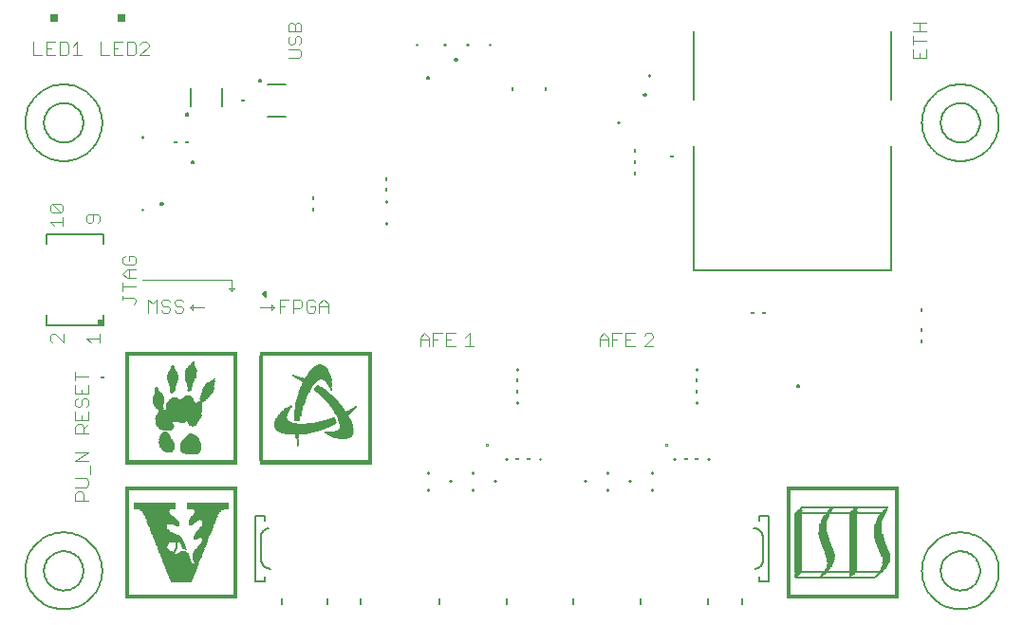
<source format=gto>
G75*
G70*
%OFA0B0*%
%FSLAX24Y24*%
%IPPOS*%
%LPD*%
%AMOC8*
5,1,8,0,0,1.08239X$1,22.5*
%
%ADD10C,0.0040*%
%ADD11C,0.0080*%
%ADD12R,0.3937X0.0011*%
%ADD13R,0.3937X0.0011*%
%ADD14R,0.0120X0.0011*%
%ADD15R,0.0120X0.0011*%
%ADD16R,0.0120X0.0011*%
%ADD17R,0.0120X0.0011*%
%ADD18R,0.2832X0.0011*%
%ADD19R,0.2843X0.0011*%
%ADD20R,0.2854X0.0011*%
%ADD21R,0.2865X0.0011*%
%ADD22R,0.0087X0.0011*%
%ADD23R,0.0077X0.0011*%
%ADD24R,0.0098X0.0011*%
%ADD25R,0.0087X0.0011*%
%ADD26R,0.0109X0.0011*%
%ADD27R,0.0131X0.0011*%
%ADD28R,0.0098X0.0011*%
%ADD29R,0.0088X0.0011*%
%ADD30R,0.0142X0.0011*%
%ADD31R,0.0131X0.0011*%
%ADD32R,0.0153X0.0011*%
%ADD33R,0.0164X0.0011*%
%ADD34R,0.0175X0.0011*%
%ADD35R,0.0186X0.0011*%
%ADD36R,0.0109X0.0011*%
%ADD37R,0.0197X0.0011*%
%ADD38R,0.0109X0.0011*%
%ADD39R,0.0208X0.0011*%
%ADD40R,0.0219X0.0011*%
%ADD41R,0.0230X0.0011*%
%ADD42R,0.0230X0.0011*%
%ADD43R,0.0241X0.0011*%
%ADD44R,0.0109X0.0011*%
%ADD45R,0.0241X0.0011*%
%ADD46R,0.0131X0.0011*%
%ADD47R,0.0252X0.0011*%
%ADD48R,0.3062X0.0011*%
%ADD49R,0.3073X0.0011*%
%ADD50R,0.3084X0.0011*%
%ADD51R,0.3106X0.0011*%
%ADD52R,0.0273X0.0011*%
%ADD53R,0.0252X0.0011*%
%ADD54R,0.0273X0.0011*%
%ADD55R,0.0142X0.0011*%
%ADD56R,0.0175X0.0011*%
%ADD57R,0.0175X0.0011*%
%ADD58R,0.0186X0.0011*%
%ADD59R,0.0164X0.0011*%
%ADD60R,0.0153X0.0011*%
%ADD61R,0.0186X0.0011*%
%ADD62R,0.0197X0.0011*%
%ADD63R,0.0219X0.0011*%
%ADD64R,0.0219X0.0011*%
%ADD65R,0.0230X0.0011*%
%ADD66R,0.0251X0.0011*%
%ADD67R,0.0262X0.0011*%
%ADD68R,0.0251X0.0011*%
%ADD69R,0.0262X0.0011*%
%ADD70R,0.0262X0.0011*%
%ADD71R,0.0284X0.0011*%
%ADD72R,0.0295X0.0011*%
%ADD73R,0.0273X0.0011*%
%ADD74R,0.0295X0.0011*%
%ADD75R,0.0273X0.0011*%
%ADD76R,0.0306X0.0011*%
%ADD77R,0.0306X0.0011*%
%ADD78R,0.0284X0.0011*%
%ADD79R,0.0317X0.0011*%
%ADD80R,0.0306X0.0011*%
%ADD81R,0.0328X0.0011*%
%ADD82R,0.0328X0.0011*%
%ADD83R,0.0306X0.0011*%
%ADD84R,0.0339X0.0011*%
%ADD85R,0.0339X0.0011*%
%ADD86R,0.0317X0.0011*%
%ADD87R,0.0350X0.0011*%
%ADD88R,0.0328X0.0011*%
%ADD89R,0.0350X0.0011*%
%ADD90R,0.0361X0.0011*%
%ADD91R,0.0361X0.0011*%
%ADD92R,0.0350X0.0011*%
%ADD93R,0.0350X0.0011*%
%ADD94R,0.0339X0.0011*%
%ADD95R,0.0339X0.0011*%
%ADD96R,0.0328X0.0011*%
%ADD97R,0.0317X0.0011*%
%ADD98R,0.0262X0.0011*%
%ADD99R,0.0230X0.0011*%
%ADD100R,0.0219X0.0011*%
%ADD101R,0.0208X0.0011*%
%ADD102R,0.0186X0.0011*%
%ADD103R,0.0175X0.0011*%
%ADD104R,0.0164X0.0011*%
%ADD105R,0.0153X0.0011*%
%ADD106R,0.1258X0.0011*%
%ADD107R,0.3182X0.0011*%
%ADD108R,0.3182X0.0011*%
%ADD109R,0.3182X0.0011*%
%ADD110R,0.2165X0.0011*%
%ADD111R,0.0131X0.0011*%
%ADD112R,0.0164X0.0011*%
%ADD113R,0.0077X0.0011*%
%ADD114R,0.0066X0.0011*%
%ADD115R,0.0088X0.0011*%
%ADD116R,0.0077X0.0011*%
%ADD117R,0.3073X0.0011*%
%ADD118R,0.3051X0.0011*%
%ADD119R,0.0744X0.0011*%
%ADD120R,0.0755X0.0011*%
%ADD121R,0.0766X0.0011*%
%ADD122R,0.0776X0.0011*%
%ADD123R,0.0787X0.0011*%
%ADD124R,0.0798X0.0011*%
%ADD125R,0.0798X0.0011*%
%ADD126R,0.0809X0.0011*%
%ADD127R,0.0820X0.0011*%
%ADD128R,0.0842X0.0011*%
%ADD129R,0.0842X0.0011*%
%ADD130R,0.0853X0.0011*%
%ADD131R,0.0864X0.0011*%
%ADD132R,0.0886X0.0011*%
%ADD133R,0.0886X0.0011*%
%ADD134R,0.0897X0.0011*%
%ADD135R,0.0908X0.0011*%
%ADD136R,0.0908X0.0011*%
%ADD137R,0.0930X0.0011*%
%ADD138R,0.0941X0.0011*%
%ADD139R,0.0951X0.0011*%
%ADD140R,0.0951X0.0011*%
%ADD141R,0.0962X0.0011*%
%ADD142R,0.0973X0.0011*%
%ADD143R,0.0995X0.0011*%
%ADD144R,0.0995X0.0011*%
%ADD145R,0.1006X0.0011*%
%ADD146R,0.1017X0.0011*%
%ADD147R,0.1039X0.0011*%
%ADD148R,0.1039X0.0011*%
%ADD149R,0.1050X0.0011*%
%ADD150R,0.1061X0.0011*%
%ADD151R,0.1061X0.0011*%
%ADD152R,0.1083X0.0011*%
%ADD153R,0.1094X0.0011*%
%ADD154R,0.1105X0.0011*%
%ADD155R,0.1105X0.0011*%
%ADD156R,0.1126X0.0011*%
%ADD157R,0.1137X0.0011*%
%ADD158R,0.1148X0.0011*%
%ADD159R,0.1148X0.0011*%
%ADD160R,0.1159X0.0011*%
%ADD161R,0.1170X0.0011*%
%ADD162R,0.1181X0.0011*%
%ADD163R,0.1192X0.0011*%
%ADD164R,0.1192X0.0011*%
%ADD165R,0.1203X0.0011*%
%ADD166R,0.1214X0.0011*%
%ADD167R,0.1214X0.0011*%
%ADD168R,0.1236X0.0011*%
%ADD169R,0.0984X0.0011*%
%ADD170R,0.0984X0.0011*%
%ADD171R,0.0208X0.0011*%
%ADD172R,0.0995X0.0011*%
%ADD173R,0.0995X0.0011*%
%ADD174R,0.1006X0.0011*%
%ADD175R,0.1006X0.0011*%
%ADD176R,0.1006X0.0011*%
%ADD177R,0.0547X0.0011*%
%ADD178R,0.0437X0.0011*%
%ADD179R,0.0536X0.0011*%
%ADD180R,0.0405X0.0011*%
%ADD181R,0.0536X0.0011*%
%ADD182R,0.0372X0.0011*%
%ADD183R,0.0547X0.0011*%
%ADD184R,0.0569X0.0011*%
%ADD185R,0.0481X0.0011*%
%ADD186R,0.0066X0.0011*%
%ADD187R,0.0459X0.0011*%
%ADD188R,0.0066X0.0011*%
%ADD189R,0.0437X0.0011*%
%ADD190R,0.0394X0.0011*%
%ADD191R,0.0383X0.0011*%
%ADD192R,0.0372X0.0011*%
%ADD193R,0.0066X0.0011*%
%ADD194R,0.0317X0.0011*%
%ADD195R,0.0011X0.0011*%
%ADD196R,0.0055X0.0011*%
%ADD197R,0.0295X0.0011*%
%ADD198R,0.0295X0.0011*%
%ADD199R,0.0142X0.0011*%
%ADD200R,0.0055X0.0011*%
%ADD201R,0.0241X0.0011*%
%ADD202R,0.0383X0.0011*%
%ADD203R,0.0416X0.0011*%
%ADD204R,0.0426X0.0011*%
%ADD205R,0.0448X0.0011*%
%ADD206R,0.0459X0.0011*%
%ADD207R,0.0470X0.0011*%
%ADD208R,0.0492X0.0011*%
%ADD209R,0.0503X0.0011*%
%ADD210R,0.0197X0.0011*%
%ADD211R,0.0197X0.0011*%
%ADD212R,0.0055X0.0011*%
%ADD213R,0.0241X0.0011*%
%ADD214R,0.0962X0.0011*%
%ADD215R,0.0536X0.0011*%
%ADD216R,0.0962X0.0011*%
%ADD217R,0.0951X0.0011*%
%ADD218R,0.0558X0.0011*%
%ADD219R,0.0930X0.0011*%
%ADD220R,0.0897X0.0011*%
%ADD221R,0.0875X0.0011*%
%ADD222R,0.0842X0.0011*%
%ADD223R,0.0558X0.0011*%
%ADD224R,0.0820X0.0011*%
%ADD225R,0.0755X0.0011*%
%ADD226R,0.0733X0.0011*%
%ADD227R,0.0525X0.0011*%
%ADD228R,0.0722X0.0011*%
%ADD229R,0.0525X0.0011*%
%ADD230R,0.0700X0.0011*%
%ADD231R,0.0689X0.0011*%
%ADD232R,0.0514X0.0011*%
%ADD233R,0.0678X0.0011*%
%ADD234R,0.0514X0.0011*%
%ADD235R,0.0656X0.0011*%
%ADD236R,0.0503X0.0011*%
%ADD237R,0.0656X0.0011*%
%ADD238R,0.0645X0.0011*%
%ADD239R,0.0634X0.0011*%
%ADD240R,0.0481X0.0011*%
%ADD241R,0.0634X0.0011*%
%ADD242R,0.0623X0.0011*%
%ADD243R,0.0470X0.0011*%
%ADD244R,0.0623X0.0011*%
%ADD245R,0.0470X0.0011*%
%ADD246R,0.0623X0.0011*%
%ADD247R,0.0612X0.0011*%
%ADD248R,0.0612X0.0011*%
%ADD249R,0.0623X0.0011*%
%ADD250R,0.0437X0.0011*%
%ADD251R,0.0427X0.0011*%
%ADD252R,0.0416X0.0011*%
%ADD253R,0.0416X0.0011*%
%ADD254R,0.0667X0.0011*%
%ADD255R,0.0689X0.0011*%
%ADD256R,0.0711X0.0011*%
%ADD257R,0.1105X0.0011*%
%ADD258R,0.1105X0.0011*%
%ADD259R,0.0426X0.0011*%
%ADD260R,0.1094X0.0011*%
%ADD261R,0.0481X0.0011*%
%ADD262R,0.1083X0.0011*%
%ADD263R,0.0492X0.0011*%
%ADD264R,0.1072X0.0011*%
%ADD265R,0.1050X0.0011*%
%ADD266R,0.0941X0.0011*%
%ADD267R,0.1039X0.0011*%
%ADD268R,0.1028X0.0011*%
%ADD269R,0.0919X0.0011*%
%ADD270R,0.1028X0.0011*%
%ADD271R,0.0919X0.0011*%
%ADD272R,0.0919X0.0011*%
%ADD273R,0.0908X0.0011*%
%ADD274R,0.0897X0.0011*%
%ADD275R,0.0940X0.0011*%
%ADD276R,0.0875X0.0011*%
%ADD277R,0.0886X0.0011*%
%ADD278R,0.0919X0.0011*%
%ADD279R,0.0875X0.0011*%
%ADD280R,0.0930X0.0011*%
%ADD281R,0.0973X0.0011*%
%ADD282R,0.1017X0.0011*%
%ADD283R,0.1061X0.0011*%
%ADD284R,0.1126X0.0011*%
%ADD285R,0.1290X0.0011*%
%ADD286R,0.1345X0.0011*%
%ADD287R,0.1498X0.0011*%
%ADD288R,0.1498X0.0011*%
%ADD289R,0.1498X0.0011*%
%ADD290R,0.1498X0.0011*%
%ADD291R,0.0416X0.0011*%
%ADD292R,0.0558X0.0011*%
%ADD293R,0.0591X0.0011*%
%ADD294R,0.0612X0.0011*%
%ADD295R,0.0634X0.0011*%
%ADD296R,0.0667X0.0011*%
%ADD297R,0.0361X0.0011*%
%ADD298R,0.0700X0.0011*%
%ADD299R,0.0722X0.0011*%
%ADD300R,0.0733X0.0011*%
%ADD301R,0.0755X0.0011*%
%ADD302R,0.0459X0.0011*%
%ADD303R,0.0766X0.0011*%
%ADD304R,0.0766X0.0011*%
%ADD305R,0.0503X0.0011*%
%ADD306R,0.0525X0.0011*%
%ADD307R,0.0514X0.0011*%
%ADD308R,0.0580X0.0011*%
%ADD309R,0.0547X0.0011*%
%ADD310R,0.0405X0.0011*%
%ADD311R,0.0405X0.0011*%
%ADD312R,0.0372X0.0011*%
%ADD313R,0.0558X0.0011*%
%ADD314R,0.0591X0.0011*%
%ADD315R,0.0601X0.0011*%
%ADD316R,0.0601X0.0011*%
%ADD317R,0.1072X0.0011*%
%ADD318R,0.0405X0.0011*%
%ADD319R,0.1531X0.0011*%
%ADD320R,0.1542X0.0011*%
%ADD321R,0.1553X0.0011*%
%ADD322R,0.1553X0.0011*%
%ADD323R,0.1564X0.0011*%
%ADD324R,0.1575X0.0011*%
%ADD325R,0.1564X0.0011*%
%ADD326R,0.1575X0.0011*%
%ADD327R,0.1564X0.0011*%
%ADD328R,0.1542X0.0011*%
%ADD329R,0.1520X0.0011*%
%ADD330R,0.1531X0.0011*%
%ADD331R,0.1531X0.0011*%
%ADD332R,0.1301X0.0011*%
%ADD333R,0.1280X0.0011*%
%ADD334R,0.1280X0.0011*%
%ADD335R,0.1269X0.0011*%
%ADD336R,0.1269X0.0011*%
%ADD337R,0.1258X0.0011*%
%ADD338R,0.1258X0.0011*%
%ADD339R,0.1247X0.0011*%
%ADD340R,0.1225X0.0011*%
%ADD341R,0.1028X0.0011*%
%ADD342R,0.0864X0.0011*%
%ADD343R,0.0831X0.0011*%
%ADD344R,0.0448X0.0011*%
%ADD345R,0.0394X0.0011*%
%ADD346R,0.0383X0.0011*%
%ADD347R,0.0033X0.0011*%
%ADD348R,0.0284X0.0011*%
%ADD349R,0.0033X0.0011*%
%ADD350R,0.0372X0.0011*%
%ADD351R,0.0077X0.0011*%
%ADD352R,0.0361X0.0011*%
%ADD353R,0.0142X0.0011*%
%ADD354R,0.0033X0.0011*%
%ADD355R,0.0044X0.0011*%
%ADD356R,0.0044X0.0011*%
%ADD357R,0.0820X0.0011*%
%ADD358R,0.0842X0.0011*%
%ADD359R,0.0864X0.0011*%
%ADD360R,0.0930X0.0011*%
%ADD361R,0.0776X0.0011*%
%ADD362R,0.1159X0.0011*%
%ADD363R,0.1345X0.0011*%
%ADD364R,0.1400X0.0011*%
%ADD365R,0.0612X0.0011*%
%ADD366R,0.1455X0.0011*%
%ADD367R,0.1542X0.0011*%
%ADD368R,0.1586X0.0011*%
%ADD369R,0.1629X0.0011*%
%ADD370R,0.1673X0.0011*%
%ADD371R,0.1706X0.0011*%
%ADD372R,0.1750X0.0011*%
%ADD373R,0.1772X0.0011*%
%ADD374R,0.1815X0.0011*%
%ADD375R,0.1837X0.0011*%
%ADD376R,0.1881X0.0011*%
%ADD377R,0.1903X0.0011*%
%ADD378R,0.1925X0.0011*%
%ADD379R,0.1958X0.0011*%
%ADD380R,0.1979X0.0011*%
%ADD381R,0.2001X0.0011*%
%ADD382R,0.2023X0.0011*%
%ADD383R,0.2045X0.0011*%
%ADD384R,0.2067X0.0011*%
%ADD385R,0.2089X0.0011*%
%ADD386R,0.2111X0.0011*%
%ADD387R,0.0787X0.0011*%
%ADD388R,0.0580X0.0011*%
%ADD389R,0.0645X0.0011*%
%ADD390R,0.0580X0.0011*%
%ADD391R,0.0427X0.0011*%
%ADD392R,0.0470X0.0011*%
%ADD393R,0.0569X0.0011*%
%ADD394R,0.0033X0.0011*%
%ADD395R,0.0448X0.0011*%
%ADD396R,0.1170X0.0011*%
%ADD397R,0.0897X0.0011*%
%ADD398R,0.0853X0.0011*%
%ADD399R,0.0809X0.0011*%
%ADD400R,0.0766X0.0011*%
%ADD401R,0.0711X0.0011*%
%ADD402R,0.0667X0.0011*%
%ADD403R,0.0601X0.0011*%
%ADD404R,0.0569X0.0011*%
%ADD405R,0.0153X0.0011*%
%ADD406R,0.0011X0.0011*%
%ADD407R,0.0200X0.0200*%
%ADD408C,0.0060*%
%ADD409C,0.0098*%
%ADD410R,0.0118X0.0098*%
%ADD411R,0.0098X0.0118*%
%ADD412C,0.0050*%
%ADD413R,0.0250X0.0250*%
D10*
X003281Y005356D02*
X003281Y005586D01*
X003358Y005663D01*
X003511Y005663D01*
X003588Y005586D01*
X003588Y005356D01*
X003741Y005356D02*
X003281Y005356D01*
X003281Y005817D02*
X003665Y005817D01*
X003741Y005893D01*
X003741Y006047D01*
X003665Y006124D01*
X003281Y006124D01*
X003818Y006277D02*
X003818Y006584D01*
X003741Y006737D02*
X003281Y006737D01*
X003741Y007044D01*
X003281Y007044D01*
X003281Y007718D02*
X003281Y007949D01*
X003358Y008025D01*
X003511Y008025D01*
X003588Y007949D01*
X003588Y007718D01*
X003741Y007718D02*
X003281Y007718D01*
X003588Y007872D02*
X003741Y008025D01*
X003741Y008179D02*
X003741Y008486D01*
X003665Y008639D02*
X003741Y008716D01*
X003741Y008869D01*
X003665Y008946D01*
X003588Y008946D01*
X003511Y008869D01*
X003511Y008716D01*
X003434Y008639D01*
X003358Y008639D01*
X003281Y008716D01*
X003281Y008869D01*
X003358Y008946D01*
X003281Y009100D02*
X003741Y009100D01*
X003741Y009407D01*
X003511Y009253D02*
X003511Y009100D01*
X003281Y009100D02*
X003281Y009407D01*
X003281Y009560D02*
X003281Y009867D01*
X003281Y009713D02*
X003741Y009713D01*
X003836Y010900D02*
X003683Y011053D01*
X004143Y011053D01*
X004143Y010900D02*
X004143Y011207D01*
X002863Y011207D02*
X002863Y010900D01*
X002557Y011207D01*
X002480Y011207D01*
X002403Y011130D01*
X002403Y010976D01*
X002480Y010900D01*
X004954Y012399D02*
X004954Y012553D01*
X004954Y012476D02*
X005338Y012476D01*
X005415Y012399D01*
X005415Y012323D01*
X005338Y012246D01*
X005845Y012411D02*
X005845Y011951D01*
X006152Y011951D02*
X006152Y012411D01*
X005999Y012258D01*
X005845Y012411D01*
X006306Y012334D02*
X006306Y012258D01*
X006382Y012181D01*
X006536Y012181D01*
X006612Y012104D01*
X006612Y012027D01*
X006536Y011951D01*
X006382Y011951D01*
X006306Y012027D01*
X006306Y012334D02*
X006382Y012411D01*
X006536Y012411D01*
X006612Y012334D01*
X006766Y012334D02*
X006766Y012258D01*
X006843Y012181D01*
X006996Y012181D01*
X007073Y012104D01*
X007073Y012027D01*
X006996Y011951D01*
X006843Y011951D01*
X006766Y012027D01*
X007305Y012128D02*
X007403Y012029D01*
X007403Y012128D01*
X007403Y012226D01*
X007305Y012128D01*
X007403Y012128D01*
X007797Y012128D01*
X007073Y012334D02*
X006996Y012411D01*
X006843Y012411D01*
X006766Y012334D01*
X005631Y013112D02*
X008781Y013112D01*
X008781Y012718D01*
X008880Y012817D01*
X008683Y012817D01*
X008781Y012718D01*
X009765Y012128D02*
X010257Y012128D01*
X010159Y012226D01*
X010159Y012029D01*
X010257Y012128D01*
X010474Y012181D02*
X010628Y012181D01*
X010474Y012411D02*
X010781Y012411D01*
X010935Y012411D02*
X011165Y012411D01*
X011242Y012334D01*
X011242Y012181D01*
X011165Y012104D01*
X010935Y012104D01*
X010935Y011951D02*
X010935Y012411D01*
X010474Y012411D02*
X010474Y011951D01*
X011395Y012027D02*
X011395Y012334D01*
X011472Y012411D01*
X011625Y012411D01*
X011702Y012334D01*
X011702Y012181D02*
X011549Y012181D01*
X011702Y012181D02*
X011702Y012027D01*
X011625Y011951D01*
X011472Y011951D01*
X011395Y012027D01*
X011856Y011951D02*
X011856Y012258D01*
X012009Y012411D01*
X012162Y012258D01*
X012162Y011951D01*
X012162Y012181D02*
X011856Y012181D01*
X015396Y011077D02*
X015396Y010770D01*
X015396Y011000D02*
X015703Y011000D01*
X015703Y011077D02*
X015703Y010770D01*
X015856Y010770D02*
X015856Y011230D01*
X016163Y011230D01*
X016316Y011230D02*
X016316Y010770D01*
X016623Y010770D01*
X016470Y011000D02*
X016316Y011000D01*
X016316Y011230D02*
X016623Y011230D01*
X016970Y011077D02*
X017124Y011230D01*
X017124Y010770D01*
X017277Y010770D02*
X016970Y010770D01*
X016009Y011000D02*
X015856Y011000D01*
X015703Y011077D02*
X015549Y011230D01*
X015396Y011077D01*
X017699Y007305D02*
X017701Y007317D01*
X017706Y007328D01*
X017715Y007337D01*
X017726Y007342D01*
X017738Y007344D01*
X017750Y007342D01*
X017761Y007337D01*
X017770Y007328D01*
X017775Y007317D01*
X017777Y007305D01*
X017775Y007293D01*
X017770Y007282D01*
X017761Y007273D01*
X017750Y007268D01*
X017738Y007266D01*
X017726Y007268D01*
X017715Y007273D01*
X017706Y007282D01*
X017701Y007293D01*
X017699Y007305D01*
X021695Y010770D02*
X021695Y011077D01*
X021848Y011230D01*
X022002Y011077D01*
X022002Y010770D01*
X022155Y010770D02*
X022155Y011230D01*
X022462Y011230D01*
X022616Y011230D02*
X022616Y010770D01*
X022923Y010770D01*
X022769Y011000D02*
X022616Y011000D01*
X022616Y011230D02*
X022923Y011230D01*
X023270Y011153D02*
X023346Y011230D01*
X023500Y011230D01*
X023577Y011153D01*
X023577Y011077D01*
X023270Y010770D01*
X023577Y010770D01*
X022309Y011000D02*
X022155Y011000D01*
X022002Y011000D02*
X021695Y011000D01*
X023998Y007305D02*
X024000Y007317D01*
X024005Y007328D01*
X024014Y007337D01*
X024025Y007342D01*
X024037Y007344D01*
X024049Y007342D01*
X024060Y007337D01*
X024069Y007328D01*
X024074Y007317D01*
X024076Y007305D01*
X024074Y007293D01*
X024069Y007282D01*
X024060Y007273D01*
X024049Y007268D01*
X024037Y007266D01*
X024025Y007268D01*
X024014Y007273D01*
X024005Y007282D01*
X024000Y007293D01*
X023998Y007305D01*
X005415Y012860D02*
X004954Y012860D01*
X004954Y013013D02*
X004954Y012706D01*
X005108Y013167D02*
X004954Y013320D01*
X005108Y013474D01*
X005415Y013474D01*
X005338Y013627D02*
X005031Y013627D01*
X004954Y013704D01*
X004954Y013857D01*
X005031Y013934D01*
X005184Y013934D02*
X005184Y013781D01*
X005184Y013934D02*
X005338Y013934D01*
X005415Y013857D01*
X005415Y013704D01*
X005338Y013627D01*
X005184Y013474D02*
X005184Y013167D01*
X005108Y013167D02*
X005415Y013167D01*
X002856Y015002D02*
X002856Y015309D01*
X002856Y015155D02*
X002395Y015155D01*
X002549Y015002D01*
X002472Y015462D02*
X002395Y015539D01*
X002395Y015692D01*
X002472Y015769D01*
X002779Y015462D01*
X002856Y015539D01*
X002856Y015692D01*
X002779Y015769D01*
X002472Y015769D01*
X002472Y015462D02*
X002779Y015462D01*
X003675Y015331D02*
X003675Y015177D01*
X003751Y015100D01*
X003828Y015100D01*
X003905Y015177D01*
X003905Y015407D01*
X004058Y015407D02*
X003751Y015407D01*
X003675Y015331D01*
X004058Y015407D02*
X004135Y015331D01*
X004135Y015177D01*
X004058Y015100D01*
X010761Y020907D02*
X011145Y020907D01*
X011222Y020984D01*
X011222Y021138D01*
X011145Y021214D01*
X010761Y021214D01*
X010838Y021368D02*
X010761Y021445D01*
X010761Y021598D01*
X010838Y021675D01*
X010761Y021828D02*
X010761Y022058D01*
X010838Y022135D01*
X010915Y022135D01*
X010992Y022058D01*
X010992Y021828D01*
X011068Y021675D02*
X011145Y021675D01*
X011222Y021598D01*
X011222Y021445D01*
X011145Y021368D01*
X010992Y021445D02*
X010915Y021368D01*
X010838Y021368D01*
X010992Y021445D02*
X010992Y021598D01*
X011068Y021675D01*
X011222Y021828D02*
X011222Y022058D01*
X011145Y022135D01*
X011068Y022135D01*
X010992Y022058D01*
X011222Y021828D02*
X010761Y021828D01*
X005863Y021389D02*
X005786Y021466D01*
X005633Y021466D01*
X005556Y021389D01*
X005403Y021389D02*
X005326Y021466D01*
X005096Y021466D01*
X005096Y021006D01*
X005326Y021006D01*
X005403Y021083D01*
X005403Y021389D01*
X005556Y021006D02*
X005863Y021313D01*
X005863Y021389D01*
X005863Y021006D02*
X005556Y021006D01*
X004942Y021006D02*
X004636Y021006D01*
X004636Y021466D01*
X004942Y021466D01*
X004789Y021236D02*
X004636Y021236D01*
X004482Y021006D02*
X004175Y021006D01*
X004175Y021466D01*
X003501Y021006D02*
X003194Y021006D01*
X003348Y021006D02*
X003348Y021466D01*
X003194Y021313D01*
X003041Y021389D02*
X002964Y021466D01*
X002734Y021466D01*
X002734Y021006D01*
X002964Y021006D01*
X003041Y021083D01*
X003041Y021389D01*
X002580Y021466D02*
X002273Y021466D01*
X002273Y021006D01*
X002580Y021006D01*
X002427Y021236D02*
X002273Y021236D01*
X002120Y021006D02*
X001813Y021006D01*
X001813Y021466D01*
X003281Y008486D02*
X003281Y008179D01*
X003741Y008179D01*
X003511Y008179D02*
X003511Y008332D01*
X032710Y020907D02*
X033171Y020907D01*
X033171Y021214D01*
X032940Y021061D02*
X032940Y020907D01*
X032710Y020907D02*
X032710Y021214D01*
X032710Y021368D02*
X032710Y021675D01*
X032710Y021828D02*
X033171Y021828D01*
X032940Y021828D02*
X032940Y022135D01*
X032710Y022135D02*
X033171Y022135D01*
X033171Y021521D02*
X032710Y021521D01*
D11*
X002187Y002876D02*
X002189Y002928D01*
X002195Y002980D01*
X002205Y003031D01*
X002218Y003081D01*
X002236Y003131D01*
X002257Y003178D01*
X002281Y003224D01*
X002310Y003268D01*
X002341Y003310D01*
X002375Y003349D01*
X002412Y003386D01*
X002452Y003419D01*
X002495Y003450D01*
X002539Y003477D01*
X002585Y003501D01*
X002634Y003521D01*
X002683Y003537D01*
X002734Y003550D01*
X002785Y003559D01*
X002837Y003564D01*
X002889Y003565D01*
X002941Y003562D01*
X002993Y003555D01*
X003044Y003544D01*
X003094Y003530D01*
X003143Y003511D01*
X003190Y003489D01*
X003235Y003464D01*
X003279Y003435D01*
X003320Y003403D01*
X003359Y003368D01*
X003394Y003330D01*
X003427Y003289D01*
X003457Y003247D01*
X003483Y003202D01*
X003506Y003155D01*
X003525Y003106D01*
X003541Y003056D01*
X003553Y003006D01*
X003561Y002954D01*
X003565Y002902D01*
X003565Y002850D01*
X003561Y002798D01*
X003553Y002746D01*
X003541Y002696D01*
X003525Y002646D01*
X003506Y002597D01*
X003483Y002550D01*
X003457Y002505D01*
X003427Y002463D01*
X003394Y002422D01*
X003359Y002384D01*
X003320Y002349D01*
X003279Y002317D01*
X003235Y002288D01*
X003190Y002263D01*
X003143Y002241D01*
X003094Y002222D01*
X003044Y002208D01*
X002993Y002197D01*
X002941Y002190D01*
X002889Y002187D01*
X002837Y002188D01*
X002785Y002193D01*
X002734Y002202D01*
X002683Y002215D01*
X002634Y002231D01*
X002585Y002251D01*
X002539Y002275D01*
X002495Y002302D01*
X002452Y002333D01*
X002412Y002366D01*
X002375Y002403D01*
X002341Y002442D01*
X002310Y002484D01*
X002281Y002528D01*
X002257Y002574D01*
X002236Y002621D01*
X002218Y002671D01*
X002205Y002721D01*
X002195Y002772D01*
X002189Y002824D01*
X002187Y002876D01*
X009608Y002513D02*
X009946Y002513D01*
X009946Y002679D01*
X009608Y002513D02*
X009608Y004813D01*
X009939Y004813D01*
X009939Y004647D01*
X010080Y004371D02*
X010048Y004367D01*
X010017Y004360D01*
X009987Y004349D01*
X009958Y004334D01*
X009930Y004317D01*
X009905Y004296D01*
X009883Y004273D01*
X009863Y004248D01*
X009846Y004220D01*
X009833Y004191D01*
X009822Y004160D01*
X009815Y004129D01*
X009812Y004097D01*
X009813Y004064D01*
X009813Y004065D02*
X009813Y003277D01*
X009812Y003269D02*
X009814Y003236D01*
X009820Y003203D01*
X009829Y003171D01*
X009841Y003140D01*
X009857Y003110D01*
X009875Y003082D01*
X009897Y003057D01*
X009920Y003033D01*
X009947Y003013D01*
X009975Y002995D01*
X010005Y002980D01*
X010036Y002968D01*
X010069Y002960D01*
X010102Y002955D01*
X010135Y002954D01*
X010553Y001891D02*
X010553Y001694D01*
X012128Y001694D02*
X012128Y001891D01*
X013309Y001891D02*
X013309Y001694D01*
X016065Y001694D02*
X016065Y001891D01*
X018427Y001891D02*
X018427Y001694D01*
X020789Y001694D02*
X020789Y001891D01*
X023151Y001891D02*
X023151Y001694D01*
X025513Y001694D02*
X025513Y001891D01*
X026694Y001891D02*
X026694Y001694D01*
X027309Y002513D02*
X027309Y002679D01*
X027309Y002513D02*
X027639Y002513D01*
X027639Y004813D01*
X027309Y004813D01*
X027309Y004647D01*
X027435Y004049D02*
X027435Y003261D01*
X027434Y003262D02*
X027435Y003229D01*
X027432Y003197D01*
X027425Y003166D01*
X027414Y003135D01*
X027401Y003106D01*
X027384Y003078D01*
X027364Y003053D01*
X027342Y003030D01*
X027317Y003009D01*
X027289Y002992D01*
X027260Y002977D01*
X027230Y002966D01*
X027199Y002959D01*
X027167Y002955D01*
X027435Y004057D02*
X027433Y004090D01*
X027427Y004123D01*
X027418Y004155D01*
X027406Y004186D01*
X027390Y004216D01*
X027372Y004244D01*
X027350Y004269D01*
X027327Y004293D01*
X027300Y004313D01*
X027272Y004331D01*
X027242Y004346D01*
X027211Y004358D01*
X027178Y004366D01*
X027145Y004371D01*
X027112Y004372D01*
X033683Y002876D02*
X033685Y002928D01*
X033691Y002980D01*
X033701Y003031D01*
X033714Y003081D01*
X033732Y003131D01*
X033753Y003178D01*
X033777Y003224D01*
X033806Y003268D01*
X033837Y003310D01*
X033871Y003349D01*
X033908Y003386D01*
X033948Y003419D01*
X033991Y003450D01*
X034035Y003477D01*
X034081Y003501D01*
X034130Y003521D01*
X034179Y003537D01*
X034230Y003550D01*
X034281Y003559D01*
X034333Y003564D01*
X034385Y003565D01*
X034437Y003562D01*
X034489Y003555D01*
X034540Y003544D01*
X034590Y003530D01*
X034639Y003511D01*
X034686Y003489D01*
X034731Y003464D01*
X034775Y003435D01*
X034816Y003403D01*
X034855Y003368D01*
X034890Y003330D01*
X034923Y003289D01*
X034953Y003247D01*
X034979Y003202D01*
X035002Y003155D01*
X035021Y003106D01*
X035037Y003056D01*
X035049Y003006D01*
X035057Y002954D01*
X035061Y002902D01*
X035061Y002850D01*
X035057Y002798D01*
X035049Y002746D01*
X035037Y002696D01*
X035021Y002646D01*
X035002Y002597D01*
X034979Y002550D01*
X034953Y002505D01*
X034923Y002463D01*
X034890Y002422D01*
X034855Y002384D01*
X034816Y002349D01*
X034775Y002317D01*
X034731Y002288D01*
X034686Y002263D01*
X034639Y002241D01*
X034590Y002222D01*
X034540Y002208D01*
X034489Y002197D01*
X034437Y002190D01*
X034385Y002187D01*
X034333Y002188D01*
X034281Y002193D01*
X034230Y002202D01*
X034179Y002215D01*
X034130Y002231D01*
X034081Y002251D01*
X034035Y002275D01*
X033991Y002302D01*
X033948Y002333D01*
X033908Y002366D01*
X033871Y002403D01*
X033837Y002442D01*
X033806Y002484D01*
X033777Y002528D01*
X033753Y002574D01*
X033732Y002621D01*
X033714Y002671D01*
X033701Y002721D01*
X033691Y002772D01*
X033685Y002824D01*
X033683Y002876D01*
X028624Y009372D02*
X028626Y009384D01*
X028631Y009395D01*
X028640Y009404D01*
X028651Y009409D01*
X028663Y009411D01*
X028675Y009409D01*
X028686Y009404D01*
X028695Y009395D01*
X028700Y009384D01*
X028702Y009372D01*
X028700Y009360D01*
X028695Y009349D01*
X028686Y009340D01*
X028675Y009335D01*
X028663Y009333D01*
X028651Y009335D01*
X028640Y009340D01*
X028631Y009349D01*
X028626Y009360D01*
X028624Y009372D01*
X033683Y018624D02*
X033685Y018676D01*
X033691Y018728D01*
X033701Y018779D01*
X033714Y018829D01*
X033732Y018879D01*
X033753Y018926D01*
X033777Y018972D01*
X033806Y019016D01*
X033837Y019058D01*
X033871Y019097D01*
X033908Y019134D01*
X033948Y019167D01*
X033991Y019198D01*
X034035Y019225D01*
X034081Y019249D01*
X034130Y019269D01*
X034179Y019285D01*
X034230Y019298D01*
X034281Y019307D01*
X034333Y019312D01*
X034385Y019313D01*
X034437Y019310D01*
X034489Y019303D01*
X034540Y019292D01*
X034590Y019278D01*
X034639Y019259D01*
X034686Y019237D01*
X034731Y019212D01*
X034775Y019183D01*
X034816Y019151D01*
X034855Y019116D01*
X034890Y019078D01*
X034923Y019037D01*
X034953Y018995D01*
X034979Y018950D01*
X035002Y018903D01*
X035021Y018854D01*
X035037Y018804D01*
X035049Y018754D01*
X035057Y018702D01*
X035061Y018650D01*
X035061Y018598D01*
X035057Y018546D01*
X035049Y018494D01*
X035037Y018444D01*
X035021Y018394D01*
X035002Y018345D01*
X034979Y018298D01*
X034953Y018253D01*
X034923Y018211D01*
X034890Y018170D01*
X034855Y018132D01*
X034816Y018097D01*
X034775Y018065D01*
X034731Y018036D01*
X034686Y018011D01*
X034639Y017989D01*
X034590Y017970D01*
X034540Y017956D01*
X034489Y017945D01*
X034437Y017938D01*
X034385Y017935D01*
X034333Y017936D01*
X034281Y017941D01*
X034230Y017950D01*
X034179Y017963D01*
X034130Y017979D01*
X034081Y017999D01*
X034035Y018023D01*
X033991Y018050D01*
X033948Y018081D01*
X033908Y018114D01*
X033871Y018151D01*
X033837Y018190D01*
X033806Y018232D01*
X033777Y018276D01*
X033753Y018322D01*
X033732Y018369D01*
X033714Y018419D01*
X033701Y018469D01*
X033691Y018520D01*
X033685Y018572D01*
X033683Y018624D01*
X023250Y019608D02*
X023252Y019620D01*
X023257Y019631D01*
X023266Y019640D01*
X023277Y019645D01*
X023289Y019647D01*
X023301Y019645D01*
X023312Y019640D01*
X023321Y019631D01*
X023326Y019620D01*
X023328Y019608D01*
X023326Y019596D01*
X023321Y019585D01*
X023312Y019576D01*
X023301Y019571D01*
X023289Y019569D01*
X023277Y019571D01*
X023266Y019576D01*
X023257Y019585D01*
X023252Y019596D01*
X023250Y019608D01*
X016616Y020848D02*
X016618Y020860D01*
X016623Y020871D01*
X016632Y020880D01*
X016643Y020885D01*
X016655Y020887D01*
X016667Y020885D01*
X016678Y020880D01*
X016687Y020871D01*
X016692Y020860D01*
X016694Y020848D01*
X016692Y020836D01*
X016687Y020825D01*
X016678Y020816D01*
X016667Y020811D01*
X016655Y020809D01*
X016643Y020811D01*
X016632Y020816D01*
X016623Y020825D01*
X016618Y020836D01*
X016616Y020848D01*
X015632Y020198D02*
X015634Y020210D01*
X015639Y020221D01*
X015648Y020230D01*
X015659Y020235D01*
X015671Y020237D01*
X015683Y020235D01*
X015694Y020230D01*
X015703Y020221D01*
X015708Y020210D01*
X015710Y020198D01*
X015708Y020186D01*
X015703Y020175D01*
X015694Y020166D01*
X015683Y020161D01*
X015671Y020159D01*
X015659Y020161D01*
X015648Y020166D01*
X015639Y020175D01*
X015634Y020186D01*
X015632Y020198D01*
X009725Y020100D02*
X009727Y020112D01*
X009733Y020124D01*
X009741Y020132D01*
X009753Y020138D01*
X009765Y020140D01*
X009777Y020138D01*
X009789Y020132D01*
X009797Y020124D01*
X009803Y020112D01*
X009805Y020100D01*
X009803Y020088D01*
X009797Y020076D01*
X009789Y020068D01*
X009777Y020062D01*
X009765Y020060D01*
X009753Y020062D01*
X009741Y020068D01*
X009733Y020076D01*
X009727Y020088D01*
X009725Y020100D01*
X007166Y018919D02*
X007168Y018931D01*
X007174Y018943D01*
X007182Y018951D01*
X007194Y018957D01*
X007206Y018959D01*
X007218Y018957D01*
X007230Y018951D01*
X007238Y018943D01*
X007244Y018931D01*
X007246Y018919D01*
X007244Y018907D01*
X007238Y018895D01*
X007230Y018887D01*
X007218Y018881D01*
X007206Y018879D01*
X007194Y018881D01*
X007182Y018887D01*
X007174Y018895D01*
X007168Y018907D01*
X007166Y018919D01*
X007364Y017246D02*
X007366Y017258D01*
X007371Y017269D01*
X007380Y017278D01*
X007391Y017283D01*
X007403Y017285D01*
X007415Y017283D01*
X007426Y017278D01*
X007435Y017269D01*
X007440Y017258D01*
X007442Y017246D01*
X007440Y017234D01*
X007435Y017223D01*
X007426Y017214D01*
X007415Y017209D01*
X007403Y017207D01*
X007391Y017209D01*
X007380Y017214D01*
X007371Y017223D01*
X007366Y017234D01*
X007364Y017246D01*
X006281Y015769D02*
X006283Y015781D01*
X006288Y015792D01*
X006297Y015801D01*
X006308Y015806D01*
X006320Y015808D01*
X006332Y015806D01*
X006343Y015801D01*
X006352Y015792D01*
X006357Y015781D01*
X006359Y015769D01*
X006357Y015757D01*
X006352Y015746D01*
X006343Y015737D01*
X006332Y015732D01*
X006320Y015730D01*
X006308Y015732D01*
X006297Y015737D01*
X006288Y015746D01*
X006283Y015757D01*
X006281Y015769D01*
X004269Y014712D02*
X004269Y014362D01*
X004269Y014712D02*
X002269Y014712D01*
X002269Y014362D01*
X002269Y011862D02*
X002269Y011512D01*
X004269Y011512D01*
X004269Y011862D01*
X002187Y018624D02*
X002189Y018676D01*
X002195Y018728D01*
X002205Y018779D01*
X002218Y018829D01*
X002236Y018879D01*
X002257Y018926D01*
X002281Y018972D01*
X002310Y019016D01*
X002341Y019058D01*
X002375Y019097D01*
X002412Y019134D01*
X002452Y019167D01*
X002495Y019198D01*
X002539Y019225D01*
X002585Y019249D01*
X002634Y019269D01*
X002683Y019285D01*
X002734Y019298D01*
X002785Y019307D01*
X002837Y019312D01*
X002889Y019313D01*
X002941Y019310D01*
X002993Y019303D01*
X003044Y019292D01*
X003094Y019278D01*
X003143Y019259D01*
X003190Y019237D01*
X003235Y019212D01*
X003279Y019183D01*
X003320Y019151D01*
X003359Y019116D01*
X003394Y019078D01*
X003427Y019037D01*
X003457Y018995D01*
X003483Y018950D01*
X003506Y018903D01*
X003525Y018854D01*
X003541Y018804D01*
X003553Y018754D01*
X003561Y018702D01*
X003565Y018650D01*
X003565Y018598D01*
X003561Y018546D01*
X003553Y018494D01*
X003541Y018444D01*
X003525Y018394D01*
X003506Y018345D01*
X003483Y018298D01*
X003457Y018253D01*
X003427Y018211D01*
X003394Y018170D01*
X003359Y018132D01*
X003320Y018097D01*
X003279Y018065D01*
X003235Y018036D01*
X003190Y018011D01*
X003143Y017989D01*
X003094Y017970D01*
X003044Y017956D01*
X002993Y017945D01*
X002941Y017938D01*
X002889Y017935D01*
X002837Y017936D01*
X002785Y017941D01*
X002734Y017950D01*
X002683Y017963D01*
X002634Y017979D01*
X002585Y017999D01*
X002539Y018023D01*
X002495Y018050D01*
X002452Y018081D01*
X002412Y018114D01*
X002375Y018151D01*
X002341Y018190D01*
X002310Y018232D01*
X002281Y018276D01*
X002257Y018322D01*
X002236Y018369D01*
X002218Y018419D01*
X002205Y018469D01*
X002195Y018520D01*
X002189Y018572D01*
X002187Y018624D01*
D12*
X007004Y010542D03*
X007004Y010520D03*
X007004Y010509D03*
X007004Y010498D03*
X007004Y010487D03*
X007004Y010465D03*
X007004Y010454D03*
X007004Y010443D03*
X011728Y010443D03*
X011728Y010454D03*
X011728Y010465D03*
X011728Y010476D03*
X011728Y010498D03*
X011728Y010509D03*
X011728Y010520D03*
X011728Y010542D03*
X011728Y006725D03*
X011728Y006714D03*
X011728Y006703D03*
X011728Y006681D03*
X011728Y006670D03*
X011728Y006659D03*
X011728Y006649D03*
X011728Y006627D03*
X011728Y006616D03*
X007004Y006616D03*
X007004Y006627D03*
X007004Y006649D03*
X007004Y006659D03*
X007004Y006670D03*
X007004Y006681D03*
X007004Y006703D03*
X007004Y006714D03*
X007004Y006725D03*
X007004Y005817D03*
X007004Y005796D03*
X007004Y005785D03*
X007004Y005774D03*
X007004Y005752D03*
X007004Y005741D03*
X007004Y005730D03*
X007004Y005719D03*
X007004Y002001D03*
X007004Y001990D03*
X007004Y001979D03*
X007004Y001957D03*
X007004Y001946D03*
X007004Y001935D03*
X007004Y001924D03*
X007004Y001902D03*
X007004Y001891D03*
X030232Y001891D03*
X030232Y001902D03*
X030232Y001924D03*
X030232Y001935D03*
X030232Y001946D03*
X030232Y001957D03*
X030232Y001979D03*
X030232Y001990D03*
X030232Y002001D03*
X030232Y005719D03*
X030232Y005730D03*
X030232Y005741D03*
X030232Y005752D03*
X030232Y005774D03*
X030232Y005785D03*
X030232Y005796D03*
X030232Y005817D03*
D13*
X030232Y005806D03*
X030232Y005763D03*
X030232Y005708D03*
X030232Y001968D03*
X030232Y001913D03*
X011728Y006638D03*
X011728Y006692D03*
X007004Y006692D03*
X007004Y006638D03*
X007004Y005806D03*
X007004Y005763D03*
X007004Y005708D03*
X007004Y001968D03*
X007004Y001913D03*
X007004Y010432D03*
X007004Y010476D03*
X007004Y010531D03*
X011728Y010531D03*
X011728Y010487D03*
X011728Y010432D03*
D14*
X012237Y009350D03*
X013057Y008562D03*
X009820Y008562D03*
X009820Y008519D03*
X009820Y008464D03*
X009820Y008420D03*
X009820Y008366D03*
X009820Y008322D03*
X009820Y008267D03*
X009820Y008223D03*
X009820Y008169D03*
X009820Y008125D03*
X009820Y008070D03*
X009820Y008027D03*
X009820Y007972D03*
X009820Y007928D03*
X009820Y007873D03*
X009820Y007819D03*
X009820Y007775D03*
X009820Y007720D03*
X009820Y007677D03*
X009820Y007622D03*
X009820Y007578D03*
X009820Y007523D03*
X009820Y007480D03*
X009820Y007425D03*
X009820Y007381D03*
X009820Y007338D03*
X009820Y007283D03*
X009820Y007239D03*
X009820Y007184D03*
X009820Y007141D03*
X009820Y007086D03*
X009820Y007042D03*
X009820Y006988D03*
X009820Y006944D03*
X009820Y006889D03*
X009820Y006834D03*
X009820Y006791D03*
X009820Y006736D03*
X009820Y008617D03*
X009820Y008661D03*
X009820Y008715D03*
X009820Y008759D03*
X009820Y008814D03*
X009820Y008858D03*
X009820Y008912D03*
X009820Y008956D03*
X009820Y009011D03*
X009820Y009055D03*
X009820Y009109D03*
X009820Y009153D03*
X009820Y009208D03*
X009820Y009251D03*
X009820Y009306D03*
X009820Y009350D03*
X009820Y009404D03*
X009820Y009448D03*
X009820Y009503D03*
X009820Y009547D03*
X009820Y009601D03*
X009820Y009645D03*
X009820Y009700D03*
X009820Y009743D03*
X009820Y009798D03*
X009820Y009842D03*
X009820Y009897D03*
X009820Y009940D03*
X009820Y009995D03*
X009820Y010039D03*
X009820Y010093D03*
X009820Y010137D03*
X009820Y010192D03*
X009820Y010236D03*
X009820Y010290D03*
X009820Y010334D03*
X009820Y010389D03*
X005096Y010378D03*
X005096Y010334D03*
X005096Y010279D03*
X005096Y010236D03*
X005096Y010181D03*
X005096Y010137D03*
X005096Y010083D03*
X005096Y010039D03*
X005096Y009984D03*
X005096Y009940D03*
X005096Y009886D03*
X005096Y009842D03*
X005096Y009787D03*
X005096Y009743D03*
X005096Y009689D03*
X005096Y009645D03*
X005096Y009590D03*
X005096Y009547D03*
X005096Y009492D03*
X005096Y009448D03*
X005096Y009394D03*
X005096Y009350D03*
X005096Y009295D03*
X005096Y009251D03*
X005096Y009197D03*
X005096Y009153D03*
X005096Y009098D03*
X005096Y009055D03*
X005096Y009000D03*
X005096Y008956D03*
X005096Y008901D03*
X005096Y008858D03*
X005096Y008803D03*
X005096Y008759D03*
X005096Y008705D03*
X005096Y008661D03*
X005096Y008606D03*
X005096Y008562D03*
X005096Y008508D03*
X005096Y008464D03*
X005096Y008409D03*
X005096Y008366D03*
X005096Y008311D03*
X005096Y008267D03*
X005096Y008212D03*
X005096Y008169D03*
X005096Y008114D03*
X005096Y008070D03*
X005096Y008016D03*
X005096Y007972D03*
X005096Y007917D03*
X005096Y007873D03*
X005096Y007819D03*
X005096Y007775D03*
X005096Y007720D03*
X005096Y007677D03*
X005096Y007622D03*
X005096Y007578D03*
X005096Y007523D03*
X005096Y007480D03*
X005096Y007425D03*
X005096Y007381D03*
X005096Y007327D03*
X005096Y007283D03*
X005096Y007228D03*
X005096Y007184D03*
X005096Y007130D03*
X005096Y007086D03*
X005096Y007031D03*
X005096Y006988D03*
X005096Y006933D03*
X005096Y006889D03*
X005096Y006834D03*
X005096Y006791D03*
X005096Y006736D03*
X005096Y005664D03*
X005096Y005610D03*
X005096Y005566D03*
X005096Y005511D03*
X005096Y005467D03*
X005096Y005413D03*
X005096Y005369D03*
X005096Y005314D03*
X005096Y005271D03*
X005096Y005216D03*
X005096Y005172D03*
X005096Y005118D03*
X005096Y005074D03*
X005096Y005019D03*
X005096Y004975D03*
X005096Y004921D03*
X005096Y004877D03*
X005096Y004822D03*
X005096Y004778D03*
X005096Y004724D03*
X005096Y004680D03*
X005096Y004625D03*
X005096Y004582D03*
X005096Y004527D03*
X005096Y004483D03*
X005096Y004429D03*
X005096Y004385D03*
X005096Y004330D03*
X005096Y004286D03*
X005096Y004232D03*
X005096Y004188D03*
X005096Y004133D03*
X005096Y004090D03*
X005096Y004035D03*
X005096Y003991D03*
X005096Y003936D03*
X005096Y003893D03*
X005096Y003838D03*
X005096Y003794D03*
X005096Y003740D03*
X005096Y003696D03*
X005096Y003641D03*
X005096Y003597D03*
X005096Y003543D03*
X005096Y003499D03*
X005096Y003444D03*
X005096Y003401D03*
X005096Y003346D03*
X005096Y003302D03*
X005096Y003247D03*
X005096Y003204D03*
X005096Y003149D03*
X005096Y003094D03*
X005096Y003051D03*
X005096Y002996D03*
X005096Y002952D03*
X005096Y002897D03*
X005096Y002854D03*
X005096Y002799D03*
X005096Y002755D03*
X005096Y002701D03*
X005096Y002657D03*
X005096Y002613D03*
X005096Y002558D03*
X005096Y002515D03*
X005096Y002460D03*
X005096Y002416D03*
X005096Y002362D03*
X005096Y002318D03*
X005096Y002263D03*
X005096Y002219D03*
X005096Y002165D03*
X005096Y002110D03*
X005096Y002066D03*
X005096Y002012D03*
X007119Y003641D03*
X006572Y007031D03*
X028324Y005664D03*
X028324Y005610D03*
X028324Y005566D03*
X028324Y005511D03*
X028324Y005467D03*
X028324Y005413D03*
X028324Y005369D03*
X028324Y005314D03*
X028324Y005271D03*
X028324Y005216D03*
X028324Y005172D03*
X028324Y005118D03*
X028324Y005074D03*
X028324Y005019D03*
X028324Y004975D03*
X028324Y004921D03*
X028324Y004877D03*
X028324Y004822D03*
X028324Y004778D03*
X028324Y004724D03*
X028324Y004680D03*
X028324Y004625D03*
X028324Y004582D03*
X028324Y004527D03*
X028324Y004483D03*
X028324Y004429D03*
X028324Y004385D03*
X028324Y004330D03*
X028324Y004286D03*
X028324Y004232D03*
X028324Y004188D03*
X028324Y004133D03*
X028324Y004090D03*
X028324Y004035D03*
X028324Y003991D03*
X028324Y003936D03*
X028324Y003893D03*
X028324Y003838D03*
X028324Y003794D03*
X028324Y003740D03*
X028324Y003696D03*
X028324Y003641D03*
X028324Y003597D03*
X028324Y003543D03*
X028324Y003499D03*
X028324Y003444D03*
X028324Y003401D03*
X028324Y003346D03*
X028324Y003302D03*
X028324Y003247D03*
X028324Y003204D03*
X028324Y003149D03*
X028324Y003094D03*
X028324Y003051D03*
X028324Y002996D03*
X028324Y002952D03*
X028324Y002897D03*
X028324Y002854D03*
X028324Y002799D03*
X028324Y002755D03*
X028324Y002701D03*
X028324Y002657D03*
X028324Y002613D03*
X028324Y002558D03*
X028324Y002515D03*
X028324Y002460D03*
X028324Y002416D03*
X028324Y002362D03*
X028324Y002318D03*
X028324Y002263D03*
X028324Y002219D03*
X028324Y002165D03*
X028324Y002110D03*
X028324Y002066D03*
X028324Y002012D03*
X030533Y002701D03*
X029789Y004975D03*
X031725Y004975D03*
D15*
X032141Y004975D03*
X032141Y005019D03*
X032141Y005074D03*
X032141Y005118D03*
X032141Y005172D03*
X032141Y005216D03*
X032141Y005271D03*
X032141Y005314D03*
X032141Y005369D03*
X032141Y005413D03*
X032141Y005467D03*
X032141Y005511D03*
X032141Y005566D03*
X032141Y005610D03*
X032141Y005664D03*
X032141Y004921D03*
X032141Y004877D03*
X032141Y004822D03*
X032141Y004778D03*
X032141Y004724D03*
X032141Y004680D03*
X032141Y004625D03*
X032141Y004582D03*
X032141Y004527D03*
X032141Y004483D03*
X032141Y004429D03*
X032141Y004385D03*
X032141Y004330D03*
X032141Y004286D03*
X032141Y004232D03*
X032141Y004188D03*
X032141Y004133D03*
X032141Y004090D03*
X032141Y004035D03*
X032141Y003991D03*
X032141Y003936D03*
X032141Y003893D03*
X032141Y003838D03*
X032141Y003794D03*
X032141Y003740D03*
X032141Y003696D03*
X032141Y003641D03*
X032141Y003597D03*
X032141Y003543D03*
X032141Y003499D03*
X032141Y003444D03*
X032141Y003401D03*
X032141Y003346D03*
X032141Y003302D03*
X032141Y003247D03*
X032141Y003204D03*
X032141Y003149D03*
X032141Y003094D03*
X032141Y003051D03*
X032141Y002996D03*
X032141Y002952D03*
X032141Y002897D03*
X032141Y002854D03*
X032141Y002799D03*
X032141Y002755D03*
X032141Y002701D03*
X032141Y002657D03*
X032141Y002613D03*
X032141Y002558D03*
X032141Y002515D03*
X032141Y002460D03*
X032141Y002416D03*
X032141Y002362D03*
X032141Y002318D03*
X032141Y002263D03*
X032141Y002219D03*
X032141Y002165D03*
X032141Y002110D03*
X032141Y002066D03*
X032141Y002012D03*
X013637Y006736D03*
X013637Y006791D03*
X013637Y006834D03*
X013637Y006889D03*
X013637Y006944D03*
X013637Y006988D03*
X013637Y007042D03*
X013637Y007086D03*
X013637Y007141D03*
X013637Y007184D03*
X013637Y007239D03*
X013637Y007283D03*
X013637Y007338D03*
X013637Y007381D03*
X013637Y007425D03*
X013637Y007480D03*
X013637Y007523D03*
X013637Y007578D03*
X013637Y007622D03*
X013637Y007677D03*
X013637Y007720D03*
X013637Y007775D03*
X013637Y007819D03*
X013637Y007873D03*
X013637Y007928D03*
X013637Y007972D03*
X013637Y008027D03*
X013637Y008070D03*
X013637Y008125D03*
X013637Y008169D03*
X013637Y008223D03*
X013637Y008267D03*
X013637Y008322D03*
X013637Y008366D03*
X013637Y008420D03*
X013637Y008464D03*
X013637Y008519D03*
X013637Y008562D03*
X013637Y008617D03*
X013637Y008661D03*
X013637Y008715D03*
X013637Y008759D03*
X013637Y008814D03*
X013637Y008858D03*
X013637Y008912D03*
X013637Y008956D03*
X013637Y009011D03*
X013637Y009055D03*
X013637Y009109D03*
X013637Y009153D03*
X013637Y009208D03*
X013637Y009251D03*
X013637Y009306D03*
X013637Y009350D03*
X013637Y009404D03*
X013637Y009448D03*
X013637Y009503D03*
X013637Y009547D03*
X013637Y009601D03*
X013637Y009645D03*
X013637Y009700D03*
X013637Y009743D03*
X013637Y009798D03*
X013637Y009842D03*
X013637Y009897D03*
X013637Y009940D03*
X013637Y009995D03*
X013637Y010039D03*
X013637Y010093D03*
X013637Y010137D03*
X013637Y010192D03*
X013637Y010236D03*
X013637Y010290D03*
X013637Y010334D03*
X013637Y010389D03*
X011810Y009350D03*
X010826Y008617D03*
X011078Y007622D03*
X008912Y007622D03*
X008912Y007578D03*
X008912Y007523D03*
X008912Y007480D03*
X008912Y007425D03*
X008912Y007381D03*
X008912Y007327D03*
X008912Y007283D03*
X008912Y007228D03*
X008912Y007184D03*
X008912Y007130D03*
X008912Y007086D03*
X008912Y007031D03*
X008912Y006988D03*
X008912Y006933D03*
X008912Y006889D03*
X008912Y006834D03*
X008912Y006791D03*
X008912Y006736D03*
X008912Y007677D03*
X008912Y007720D03*
X008912Y007775D03*
X008912Y007819D03*
X008912Y007873D03*
X008912Y007917D03*
X008912Y007972D03*
X008912Y008016D03*
X008912Y008070D03*
X008912Y008114D03*
X008912Y008169D03*
X008912Y008212D03*
X008912Y008267D03*
X008912Y008311D03*
X008912Y008366D03*
X008912Y008409D03*
X008912Y008464D03*
X008912Y008508D03*
X008912Y008562D03*
X008912Y008606D03*
X008912Y008661D03*
X008912Y008705D03*
X008912Y008759D03*
X008912Y008803D03*
X008912Y008858D03*
X008912Y008901D03*
X008912Y008956D03*
X008912Y009000D03*
X008912Y009055D03*
X008912Y009098D03*
X008912Y009153D03*
X008912Y009197D03*
X008912Y009251D03*
X008912Y009295D03*
X008912Y009350D03*
X008912Y009394D03*
X008912Y009448D03*
X008912Y009492D03*
X008912Y009547D03*
X008912Y009590D03*
X008912Y009645D03*
X008912Y009689D03*
X008912Y009743D03*
X008912Y009787D03*
X008912Y009842D03*
X008912Y009886D03*
X008912Y009940D03*
X008912Y009984D03*
X008912Y010039D03*
X008912Y010083D03*
X008912Y010137D03*
X008912Y010181D03*
X008912Y010236D03*
X008912Y010279D03*
X008912Y010334D03*
X008912Y010378D03*
X006692Y010039D03*
X006145Y009251D03*
X007042Y008070D03*
X008912Y005664D03*
X008912Y005610D03*
X008912Y005566D03*
X008912Y005511D03*
X008912Y005467D03*
X008912Y005413D03*
X008912Y005369D03*
X008912Y005314D03*
X008912Y005271D03*
X008912Y005216D03*
X008912Y005172D03*
X008912Y005118D03*
X008912Y005074D03*
X008912Y005019D03*
X008912Y004975D03*
X008912Y004921D03*
X008912Y004877D03*
X008912Y004822D03*
X008912Y004778D03*
X008912Y004724D03*
X008912Y004680D03*
X008912Y004625D03*
X008912Y004582D03*
X008912Y004527D03*
X008912Y004483D03*
X008912Y004429D03*
X008912Y004385D03*
X008912Y004330D03*
X008912Y004286D03*
X008912Y004232D03*
X008912Y004188D03*
X008912Y004133D03*
X008912Y004090D03*
X008912Y004035D03*
X008912Y003991D03*
X008912Y003936D03*
X008912Y003893D03*
X008912Y003838D03*
X008912Y003794D03*
X008912Y003740D03*
X008912Y003696D03*
X008912Y003641D03*
X008912Y003597D03*
X008912Y003543D03*
X008912Y003499D03*
X008912Y003444D03*
X008912Y003401D03*
X008912Y003346D03*
X008912Y003302D03*
X008912Y003247D03*
X008912Y003204D03*
X008912Y003149D03*
X008912Y003094D03*
X008912Y003051D03*
X008912Y002996D03*
X008912Y002952D03*
X008912Y002897D03*
X008912Y002854D03*
X008912Y002799D03*
X008912Y002755D03*
X008912Y002701D03*
X008912Y002657D03*
X008912Y002613D03*
X008912Y002558D03*
X008912Y002515D03*
X008912Y002460D03*
X008912Y002416D03*
X008912Y002362D03*
X008912Y002318D03*
X008912Y002263D03*
X008912Y002219D03*
X008912Y002165D03*
X008912Y002110D03*
X008912Y002066D03*
X008912Y002012D03*
D16*
X007513Y003980D03*
X005096Y003980D03*
X005096Y003969D03*
X005096Y003958D03*
X005096Y003947D03*
X005096Y003925D03*
X005096Y003915D03*
X005096Y003904D03*
X005096Y003882D03*
X005096Y003871D03*
X005096Y003860D03*
X005096Y003849D03*
X005096Y003827D03*
X005096Y003816D03*
X005096Y003805D03*
X005096Y003783D03*
X005096Y003772D03*
X005096Y003761D03*
X005096Y003750D03*
X005096Y003729D03*
X005096Y003718D03*
X005096Y003707D03*
X005096Y003685D03*
X005096Y003674D03*
X005096Y003663D03*
X005096Y003652D03*
X005096Y003630D03*
X005096Y003619D03*
X005096Y003608D03*
X005096Y003586D03*
X005096Y003576D03*
X005096Y003565D03*
X005096Y003554D03*
X005096Y003532D03*
X005096Y003521D03*
X005096Y003510D03*
X005096Y003488D03*
X005096Y003477D03*
X005096Y003466D03*
X005096Y003455D03*
X005096Y003433D03*
X005096Y003422D03*
X005096Y003411D03*
X005096Y003390D03*
X005096Y003379D03*
X005096Y003368D03*
X005096Y003357D03*
X005096Y003335D03*
X005096Y003324D03*
X005096Y003313D03*
X005096Y003291D03*
X005096Y003280D03*
X005096Y003269D03*
X005096Y003258D03*
X005096Y003236D03*
X005096Y003226D03*
X005096Y003215D03*
X005096Y003193D03*
X005096Y003182D03*
X005096Y003171D03*
X005096Y003160D03*
X005096Y003138D03*
X005096Y003127D03*
X005096Y003116D03*
X005096Y003105D03*
X005096Y003083D03*
X005096Y003072D03*
X005096Y003061D03*
X005096Y003040D03*
X005096Y003029D03*
X005096Y003018D03*
X005096Y003007D03*
X005096Y002985D03*
X005096Y002974D03*
X005096Y002963D03*
X005096Y002941D03*
X005096Y002930D03*
X005096Y002919D03*
X005096Y002908D03*
X005096Y002887D03*
X005096Y002876D03*
X005096Y002865D03*
X005096Y002843D03*
X005096Y002832D03*
X005096Y002821D03*
X005096Y002810D03*
X005096Y002788D03*
X005096Y002777D03*
X005096Y002766D03*
X005096Y002744D03*
X005096Y002733D03*
X005096Y002722D03*
X005096Y002712D03*
X005096Y002690D03*
X005096Y002679D03*
X005096Y002668D03*
X005096Y002646D03*
X005096Y002635D03*
X005096Y002624D03*
X005096Y002602D03*
X005096Y002591D03*
X005096Y002580D03*
X005096Y002569D03*
X005096Y002548D03*
X005096Y002537D03*
X005096Y002526D03*
X005096Y002504D03*
X005096Y002493D03*
X005096Y002482D03*
X005096Y002471D03*
X005096Y002449D03*
X005096Y002438D03*
X005096Y002427D03*
X005096Y002405D03*
X005096Y002394D03*
X005096Y002383D03*
X005096Y002373D03*
X005096Y002351D03*
X005096Y002340D03*
X005096Y002329D03*
X005096Y002307D03*
X005096Y002296D03*
X005096Y002285D03*
X005096Y002274D03*
X005096Y002252D03*
X005096Y002241D03*
X005096Y002230D03*
X005096Y002209D03*
X005096Y002198D03*
X005096Y002187D03*
X005096Y002176D03*
X005096Y002154D03*
X005096Y002143D03*
X005096Y002132D03*
X005096Y002121D03*
X005096Y002099D03*
X005096Y002088D03*
X005096Y002077D03*
X005096Y002055D03*
X005096Y002044D03*
X005096Y002034D03*
X005096Y002023D03*
X005096Y004002D03*
X005096Y004013D03*
X005096Y004024D03*
X005096Y004046D03*
X005096Y004057D03*
X005096Y004068D03*
X005096Y004079D03*
X005096Y004100D03*
X005096Y004111D03*
X005096Y004122D03*
X005096Y004144D03*
X005096Y004155D03*
X005096Y004166D03*
X005096Y004177D03*
X005096Y004199D03*
X005096Y004210D03*
X005096Y004221D03*
X005096Y004243D03*
X005096Y004254D03*
X005096Y004264D03*
X005096Y004275D03*
X005096Y004297D03*
X005096Y004308D03*
X005096Y004319D03*
X005096Y004341D03*
X005096Y004352D03*
X005096Y004363D03*
X005096Y004374D03*
X005096Y004396D03*
X005096Y004407D03*
X005096Y004418D03*
X005096Y004439D03*
X005096Y004450D03*
X005096Y004461D03*
X005096Y004472D03*
X005096Y004494D03*
X005096Y004505D03*
X005096Y004516D03*
X005096Y004538D03*
X005096Y004549D03*
X005096Y004560D03*
X005096Y004571D03*
X005096Y004593D03*
X005096Y004604D03*
X005096Y004614D03*
X005096Y004636D03*
X005096Y004647D03*
X005096Y004658D03*
X005096Y004669D03*
X005096Y004691D03*
X005096Y004702D03*
X005096Y004713D03*
X005096Y004735D03*
X005096Y004746D03*
X005096Y004757D03*
X005096Y004768D03*
X005096Y004789D03*
X005096Y004800D03*
X005096Y004811D03*
X005096Y004833D03*
X005096Y004844D03*
X005096Y004855D03*
X005096Y004866D03*
X005096Y004888D03*
X005096Y004899D03*
X005096Y004910D03*
X005096Y004932D03*
X005096Y004943D03*
X005096Y004953D03*
X005096Y004964D03*
X005096Y004986D03*
X005096Y004997D03*
X005096Y005008D03*
X005096Y005030D03*
X005096Y005041D03*
X005096Y005052D03*
X005096Y005063D03*
X005096Y005085D03*
X005096Y005096D03*
X005096Y005107D03*
X005096Y005128D03*
X005096Y005139D03*
X005096Y005150D03*
X005096Y005161D03*
X005096Y005183D03*
X005096Y005194D03*
X005096Y005205D03*
X005096Y005227D03*
X005096Y005238D03*
X005096Y005249D03*
X005096Y005260D03*
X005096Y005282D03*
X005096Y005292D03*
X005096Y005303D03*
X005096Y005325D03*
X005096Y005336D03*
X005096Y005347D03*
X005096Y005358D03*
X005096Y005380D03*
X005096Y005391D03*
X005096Y005402D03*
X005096Y005424D03*
X005096Y005435D03*
X005096Y005446D03*
X005096Y005457D03*
X005096Y005478D03*
X005096Y005489D03*
X005096Y005500D03*
X005096Y005522D03*
X005096Y005533D03*
X005096Y005544D03*
X005096Y005555D03*
X005096Y005577D03*
X005096Y005588D03*
X005096Y005599D03*
X005096Y005621D03*
X005096Y005631D03*
X005096Y005642D03*
X005096Y005653D03*
X005096Y005675D03*
X005096Y005686D03*
X005096Y005697D03*
X005096Y006747D03*
X005096Y006758D03*
X005096Y006769D03*
X005096Y006780D03*
X005096Y006802D03*
X005096Y006813D03*
X005096Y006824D03*
X005096Y006845D03*
X005096Y006856D03*
X005096Y006867D03*
X005096Y006878D03*
X005096Y006900D03*
X005096Y006911D03*
X005096Y006922D03*
X005096Y006944D03*
X005096Y006955D03*
X005096Y006966D03*
X005096Y006977D03*
X005096Y006999D03*
X005096Y007009D03*
X005096Y007020D03*
X005096Y007042D03*
X005096Y007053D03*
X005096Y007064D03*
X005096Y007075D03*
X005096Y007097D03*
X005096Y007108D03*
X005096Y007119D03*
X005096Y007141D03*
X005096Y007152D03*
X005096Y007163D03*
X005096Y007174D03*
X005096Y007195D03*
X005096Y007206D03*
X005096Y007217D03*
X005096Y007239D03*
X005096Y007250D03*
X005096Y007261D03*
X005096Y007272D03*
X005096Y007294D03*
X005096Y007305D03*
X005096Y007316D03*
X005096Y007338D03*
X005096Y007348D03*
X005096Y007359D03*
X005096Y007370D03*
X005096Y007392D03*
X005096Y007403D03*
X005096Y007414D03*
X005096Y007436D03*
X005096Y007447D03*
X005096Y007458D03*
X005096Y007469D03*
X005096Y007491D03*
X005096Y007502D03*
X005096Y007513D03*
X005096Y007534D03*
X005096Y007545D03*
X005096Y007556D03*
X005096Y007567D03*
X005096Y007589D03*
X005096Y007600D03*
X005096Y007611D03*
X005096Y007633D03*
X005096Y007644D03*
X005096Y007655D03*
X005096Y007666D03*
X005096Y007687D03*
X005096Y007698D03*
X005096Y007709D03*
X005096Y007731D03*
X005096Y007742D03*
X005096Y007753D03*
X005096Y007764D03*
X005096Y007786D03*
X005096Y007797D03*
X005096Y007808D03*
X005096Y007830D03*
X005096Y007841D03*
X005096Y007852D03*
X005096Y007862D03*
X005096Y007884D03*
X005096Y007895D03*
X005096Y007906D03*
X005096Y007928D03*
X005096Y007939D03*
X005096Y007950D03*
X005096Y007961D03*
X005096Y007983D03*
X005096Y007994D03*
X005096Y008005D03*
X005096Y008026D03*
X005096Y008037D03*
X005096Y008048D03*
X005096Y008059D03*
X005096Y008081D03*
X005096Y008092D03*
X005096Y008103D03*
X005096Y008125D03*
X005096Y008136D03*
X005096Y008147D03*
X005096Y008158D03*
X005096Y008180D03*
X005096Y008191D03*
X005096Y008201D03*
X005096Y008223D03*
X005096Y008234D03*
X005096Y008245D03*
X005096Y008256D03*
X005096Y008278D03*
X005096Y008289D03*
X005096Y008300D03*
X005096Y008322D03*
X005096Y008333D03*
X005096Y008344D03*
X005096Y008355D03*
X005096Y008376D03*
X005096Y008387D03*
X005096Y008398D03*
X005096Y008420D03*
X005096Y008431D03*
X005096Y008442D03*
X005096Y008453D03*
X005096Y008475D03*
X005096Y008486D03*
X005096Y008497D03*
X005096Y008519D03*
X005096Y008530D03*
X005096Y008541D03*
X005096Y008551D03*
X005096Y008573D03*
X005096Y008584D03*
X005096Y008595D03*
X005096Y008617D03*
X005096Y008628D03*
X005096Y008639D03*
X005096Y008650D03*
X005096Y008672D03*
X005096Y008683D03*
X005096Y008694D03*
X005096Y008715D03*
X005096Y008726D03*
X005096Y008737D03*
X005096Y008748D03*
X005096Y008770D03*
X005096Y008781D03*
X005096Y008792D03*
X005096Y008814D03*
X005096Y008825D03*
X005096Y008836D03*
X005096Y008847D03*
X005096Y008869D03*
X005096Y008880D03*
X005096Y008890D03*
X005096Y008912D03*
X005096Y008923D03*
X005096Y008934D03*
X005096Y008945D03*
X005096Y008967D03*
X005096Y008978D03*
X005096Y008989D03*
X005096Y009011D03*
X005096Y009022D03*
X005096Y009033D03*
X005096Y009044D03*
X005096Y009065D03*
X005096Y009076D03*
X005096Y009087D03*
X005096Y009109D03*
X005096Y009120D03*
X005096Y009131D03*
X005096Y009142D03*
X005096Y009164D03*
X005096Y009175D03*
X005096Y009186D03*
X005096Y009208D03*
X005096Y009219D03*
X005096Y009229D03*
X005096Y009240D03*
X005096Y009262D03*
X005096Y009273D03*
X005096Y009284D03*
X005096Y009306D03*
X005096Y009317D03*
X005096Y009328D03*
X005096Y009339D03*
X005096Y009361D03*
X005096Y009372D03*
X005096Y009383D03*
X005096Y009404D03*
X005096Y009415D03*
X005096Y009426D03*
X005096Y009437D03*
X005096Y009459D03*
X005096Y009470D03*
X005096Y009481D03*
X005096Y009503D03*
X005096Y009514D03*
X005096Y009525D03*
X005096Y009536D03*
X005096Y009558D03*
X005096Y009569D03*
X005096Y009579D03*
X005096Y009601D03*
X005096Y009612D03*
X005096Y009623D03*
X005096Y009634D03*
X005096Y009656D03*
X005096Y009667D03*
X005096Y009678D03*
X005096Y009700D03*
X005096Y009711D03*
X005096Y009722D03*
X005096Y009733D03*
X005096Y009754D03*
X005096Y009765D03*
X005096Y009776D03*
X005096Y009798D03*
X005096Y009809D03*
X005096Y009820D03*
X005096Y009831D03*
X005096Y009853D03*
X005096Y009864D03*
X005096Y009875D03*
X005096Y009897D03*
X005096Y009908D03*
X005096Y009918D03*
X005096Y009929D03*
X005096Y009951D03*
X005096Y009962D03*
X005096Y009973D03*
X005096Y009995D03*
X005096Y010006D03*
X005096Y010017D03*
X005096Y010028D03*
X005096Y010050D03*
X005096Y010061D03*
X005096Y010072D03*
X005096Y010093D03*
X005096Y010104D03*
X005096Y010115D03*
X005096Y010126D03*
X005096Y010148D03*
X005096Y010159D03*
X005096Y010170D03*
X005096Y010192D03*
X005096Y010203D03*
X005096Y010214D03*
X005096Y010225D03*
X005096Y010247D03*
X005096Y010257D03*
X005096Y010268D03*
X005096Y010290D03*
X005096Y010301D03*
X005096Y010312D03*
X005096Y010323D03*
X005096Y010345D03*
X005096Y010356D03*
X005096Y010367D03*
X005096Y010389D03*
X005096Y010400D03*
X005096Y010411D03*
X005096Y010422D03*
X006758Y008945D03*
X007294Y009219D03*
X007294Y009229D03*
X007294Y009240D03*
X007403Y010104D03*
X007403Y010115D03*
X009820Y010115D03*
X009820Y010104D03*
X009820Y010083D03*
X009820Y010072D03*
X009820Y010061D03*
X009820Y010050D03*
X009820Y010028D03*
X009820Y010017D03*
X009820Y010006D03*
X009820Y009984D03*
X009820Y009973D03*
X009820Y009962D03*
X009820Y009951D03*
X009820Y009929D03*
X009820Y009918D03*
X009820Y009908D03*
X009820Y009886D03*
X009820Y009875D03*
X009820Y009864D03*
X009820Y009853D03*
X009820Y009831D03*
X009820Y009820D03*
X009820Y009809D03*
X009820Y009787D03*
X009820Y009776D03*
X009820Y009765D03*
X009820Y009754D03*
X009820Y009733D03*
X009820Y009722D03*
X009820Y009711D03*
X009820Y009689D03*
X009820Y009678D03*
X009820Y009667D03*
X009820Y009656D03*
X009820Y009634D03*
X009820Y009623D03*
X009820Y009612D03*
X009820Y009590D03*
X009820Y009579D03*
X009820Y009569D03*
X009820Y009558D03*
X009820Y009536D03*
X009820Y009525D03*
X009820Y009514D03*
X009820Y009492D03*
X009820Y009481D03*
X009820Y009470D03*
X009820Y009459D03*
X009820Y009437D03*
X009820Y009426D03*
X009820Y009415D03*
X009820Y009394D03*
X009820Y009383D03*
X009820Y009372D03*
X009820Y009361D03*
X009820Y009339D03*
X009820Y009328D03*
X009820Y009317D03*
X009820Y009295D03*
X009820Y009284D03*
X009820Y009273D03*
X009820Y009262D03*
X009820Y009240D03*
X009820Y009229D03*
X009820Y009219D03*
X009820Y009197D03*
X009820Y009186D03*
X009820Y009175D03*
X009820Y009164D03*
X009820Y009142D03*
X009820Y009131D03*
X009820Y009120D03*
X009820Y009098D03*
X009820Y009087D03*
X009820Y009076D03*
X009820Y009065D03*
X009820Y009044D03*
X009820Y009033D03*
X009820Y009022D03*
X009820Y009000D03*
X009820Y008989D03*
X009820Y008978D03*
X009820Y008967D03*
X009820Y008945D03*
X009820Y008934D03*
X009820Y008923D03*
X009820Y008901D03*
X009820Y008890D03*
X009820Y008880D03*
X009820Y008869D03*
X009820Y008847D03*
X009820Y008836D03*
X009820Y008825D03*
X009820Y008803D03*
X009820Y008792D03*
X009820Y008781D03*
X009820Y008770D03*
X009820Y008748D03*
X009820Y008737D03*
X009820Y008726D03*
X009820Y008705D03*
X009820Y008694D03*
X009820Y008683D03*
X009820Y008672D03*
X009820Y008650D03*
X009820Y008639D03*
X009820Y008628D03*
X009820Y008606D03*
X009820Y008595D03*
X009820Y008584D03*
X009820Y008573D03*
X009820Y008551D03*
X009820Y008541D03*
X009820Y008530D03*
X009820Y008508D03*
X009820Y008497D03*
X009820Y008486D03*
X009820Y008475D03*
X009820Y008453D03*
X009820Y008442D03*
X009820Y008431D03*
X009820Y008409D03*
X009820Y008398D03*
X009820Y008387D03*
X009820Y008376D03*
X009820Y008355D03*
X009820Y008344D03*
X009820Y008333D03*
X009820Y008311D03*
X009820Y008300D03*
X009820Y008289D03*
X009820Y008278D03*
X009820Y008256D03*
X009820Y008245D03*
X009820Y008234D03*
X009820Y008212D03*
X009820Y008201D03*
X009820Y008191D03*
X009820Y008180D03*
X009820Y008158D03*
X009820Y008147D03*
X009820Y008136D03*
X009820Y008114D03*
X009820Y008103D03*
X009820Y008092D03*
X009820Y008081D03*
X009820Y008059D03*
X009820Y008048D03*
X009820Y008037D03*
X009820Y008016D03*
X009820Y008005D03*
X009820Y007994D03*
X009820Y007983D03*
X009820Y007961D03*
X009820Y007950D03*
X009820Y007939D03*
X009820Y007917D03*
X009820Y007906D03*
X009820Y007895D03*
X009820Y007884D03*
X009820Y007862D03*
X009820Y007852D03*
X009820Y007841D03*
X009820Y007830D03*
X009820Y007808D03*
X009820Y007797D03*
X009820Y007786D03*
X009820Y007764D03*
X009820Y007753D03*
X009820Y007742D03*
X009820Y007731D03*
X009820Y007709D03*
X009820Y007698D03*
X009820Y007687D03*
X009820Y007666D03*
X009820Y007655D03*
X009820Y007644D03*
X009820Y007633D03*
X009820Y007611D03*
X009820Y007600D03*
X009820Y007589D03*
X009820Y007567D03*
X009820Y007556D03*
X009820Y007545D03*
X009820Y007534D03*
X009820Y007513D03*
X009820Y007502D03*
X009820Y007491D03*
X009820Y007469D03*
X009820Y007458D03*
X009820Y007447D03*
X009820Y007436D03*
X009820Y007414D03*
X009820Y007403D03*
X009820Y007392D03*
X009820Y007370D03*
X009820Y007359D03*
X009820Y007348D03*
X009820Y007327D03*
X009820Y007316D03*
X009820Y007305D03*
X009820Y007294D03*
X009820Y007272D03*
X009820Y007261D03*
X009820Y007250D03*
X009820Y007228D03*
X009820Y007217D03*
X009820Y007206D03*
X009820Y007195D03*
X009820Y007174D03*
X009820Y007163D03*
X009820Y007152D03*
X009820Y007130D03*
X009820Y007119D03*
X009820Y007108D03*
X009820Y007097D03*
X009820Y007075D03*
X009820Y007064D03*
X009820Y007053D03*
X009820Y007031D03*
X009820Y007020D03*
X009820Y007009D03*
X009820Y006999D03*
X009820Y006977D03*
X009820Y006966D03*
X009820Y006955D03*
X009820Y006933D03*
X009820Y006922D03*
X009820Y006911D03*
X009820Y006900D03*
X009820Y006878D03*
X009820Y006867D03*
X009820Y006856D03*
X009820Y006845D03*
X009820Y006824D03*
X009820Y006813D03*
X009820Y006802D03*
X009820Y006780D03*
X009820Y006769D03*
X009820Y006758D03*
X009820Y006747D03*
X012335Y008212D03*
X012237Y009361D03*
X009820Y010126D03*
X009820Y010148D03*
X009820Y010159D03*
X009820Y010170D03*
X009820Y010181D03*
X009820Y010203D03*
X009820Y010214D03*
X009820Y010225D03*
X009820Y010247D03*
X009820Y010257D03*
X009820Y010268D03*
X009820Y010279D03*
X009820Y010301D03*
X009820Y010312D03*
X009820Y010323D03*
X009820Y010345D03*
X009820Y010356D03*
X009820Y010367D03*
X009820Y010378D03*
X009820Y010400D03*
X009820Y010411D03*
X009820Y010422D03*
X028324Y005697D03*
X028324Y005686D03*
X028324Y005675D03*
X028324Y005653D03*
X028324Y005642D03*
X028324Y005631D03*
X028324Y005621D03*
X028324Y005599D03*
X028324Y005588D03*
X028324Y005577D03*
X028324Y005555D03*
X028324Y005544D03*
X028324Y005533D03*
X028324Y005522D03*
X028324Y005500D03*
X028324Y005489D03*
X028324Y005478D03*
X028324Y005457D03*
X028324Y005446D03*
X028324Y005435D03*
X028324Y005424D03*
X028324Y005402D03*
X028324Y005391D03*
X028324Y005380D03*
X028324Y005358D03*
X028324Y005347D03*
X028324Y005336D03*
X028324Y005325D03*
X028324Y005303D03*
X028324Y005292D03*
X028324Y005282D03*
X028324Y005260D03*
X028324Y005249D03*
X028324Y005238D03*
X028324Y005227D03*
X028324Y005205D03*
X028324Y005194D03*
X028324Y005183D03*
X028324Y005161D03*
X028324Y005150D03*
X028324Y005139D03*
X028324Y005128D03*
X028324Y005107D03*
X028324Y005096D03*
X028324Y005085D03*
X028324Y005063D03*
X028324Y005052D03*
X028324Y005041D03*
X028324Y005030D03*
X028324Y005008D03*
X028324Y004997D03*
X028324Y004986D03*
X028324Y004964D03*
X028324Y004953D03*
X028324Y004943D03*
X028324Y004932D03*
X028324Y004910D03*
X028324Y004899D03*
X028324Y004888D03*
X028324Y004866D03*
X028324Y004855D03*
X028324Y004844D03*
X028324Y004833D03*
X028324Y004811D03*
X028324Y004800D03*
X028324Y004789D03*
X028324Y004768D03*
X028324Y004757D03*
X028324Y004746D03*
X028324Y004735D03*
X028324Y004713D03*
X028324Y004702D03*
X028324Y004691D03*
X028324Y004669D03*
X028324Y004658D03*
X028324Y004647D03*
X028324Y004636D03*
X028324Y004614D03*
X028324Y004604D03*
X028324Y004593D03*
X028324Y004571D03*
X028324Y004560D03*
X028324Y004549D03*
X028324Y004538D03*
X028324Y004516D03*
X028324Y004505D03*
X028324Y004494D03*
X028324Y004472D03*
X028324Y004461D03*
X028324Y004450D03*
X028324Y004439D03*
X028324Y004418D03*
X028324Y004407D03*
X028324Y004396D03*
X028324Y004374D03*
X028324Y004363D03*
X028324Y004352D03*
X028324Y004341D03*
X028324Y004319D03*
X028324Y004308D03*
X028324Y004297D03*
X028324Y004275D03*
X028324Y004264D03*
X028324Y004254D03*
X028324Y004243D03*
X028324Y004221D03*
X028324Y004210D03*
X028324Y004199D03*
X028324Y004177D03*
X028324Y004166D03*
X028324Y004155D03*
X028324Y004144D03*
X028324Y004122D03*
X028324Y004111D03*
X028324Y004100D03*
X028324Y004079D03*
X028324Y004068D03*
X028324Y004057D03*
X028324Y004046D03*
X028324Y004024D03*
X028324Y004013D03*
X028324Y004002D03*
X028324Y003980D03*
X028324Y003969D03*
X028324Y003958D03*
X028324Y003947D03*
X028324Y003925D03*
X028324Y003915D03*
X028324Y003904D03*
X028324Y003882D03*
X028324Y003871D03*
X028324Y003860D03*
X028324Y003849D03*
X028324Y003827D03*
X028324Y003816D03*
X028324Y003805D03*
X028324Y003783D03*
X028324Y003772D03*
X028324Y003761D03*
X028324Y003750D03*
X028324Y003729D03*
X028324Y003718D03*
X028324Y003707D03*
X028324Y003685D03*
X028324Y003674D03*
X028324Y003663D03*
X028324Y003652D03*
X028324Y003630D03*
X028324Y003619D03*
X028324Y003608D03*
X028324Y003586D03*
X028324Y003576D03*
X028324Y003565D03*
X028324Y003554D03*
X028324Y003532D03*
X028324Y003521D03*
X028324Y003510D03*
X028324Y003488D03*
X028324Y003477D03*
X028324Y003466D03*
X028324Y003455D03*
X028324Y003433D03*
X028324Y003422D03*
X028324Y003411D03*
X028324Y003390D03*
X028324Y003379D03*
X028324Y003368D03*
X028324Y003357D03*
X028324Y003335D03*
X028324Y003324D03*
X028324Y003313D03*
X028324Y003291D03*
X028324Y003280D03*
X028324Y003269D03*
X028324Y003258D03*
X028324Y003236D03*
X028324Y003226D03*
X028324Y003215D03*
X028324Y003193D03*
X028324Y003182D03*
X028324Y003171D03*
X028324Y003160D03*
X028324Y003138D03*
X028324Y003127D03*
X028324Y003116D03*
X028324Y003105D03*
X028324Y003083D03*
X028324Y003072D03*
X028324Y003061D03*
X028324Y003040D03*
X028324Y003029D03*
X028324Y003018D03*
X028324Y003007D03*
X028324Y002985D03*
X028324Y002974D03*
X028324Y002963D03*
X028324Y002941D03*
X028324Y002930D03*
X028324Y002919D03*
X028324Y002908D03*
X028324Y002887D03*
X028324Y002876D03*
X028324Y002865D03*
X028324Y002843D03*
X028324Y002832D03*
X028324Y002821D03*
X028324Y002810D03*
X028324Y002788D03*
X028324Y002777D03*
X028324Y002766D03*
X028324Y002744D03*
X028324Y002733D03*
X028324Y002722D03*
X028324Y002712D03*
X028324Y002690D03*
X028324Y002679D03*
X028324Y002668D03*
X028324Y002646D03*
X028324Y002635D03*
X028324Y002624D03*
X028324Y002602D03*
X028324Y002591D03*
X028324Y002580D03*
X028324Y002569D03*
X028324Y002548D03*
X028324Y002537D03*
X028324Y002526D03*
X028324Y002504D03*
X028324Y002493D03*
X028324Y002482D03*
X028324Y002471D03*
X028324Y002449D03*
X028324Y002438D03*
X028324Y002427D03*
X028324Y002405D03*
X028324Y002394D03*
X028324Y002383D03*
X028324Y002373D03*
X028324Y002351D03*
X028324Y002340D03*
X028324Y002329D03*
X028324Y002307D03*
X028324Y002296D03*
X028324Y002285D03*
X028324Y002274D03*
X028324Y002252D03*
X028324Y002241D03*
X028324Y002230D03*
X028324Y002209D03*
X028324Y002198D03*
X028324Y002187D03*
X028324Y002176D03*
X028324Y002154D03*
X028324Y002143D03*
X028324Y002132D03*
X028324Y002121D03*
X028324Y002099D03*
X028324Y002088D03*
X028324Y002077D03*
X028324Y002055D03*
X028324Y002044D03*
X028324Y002034D03*
X028324Y002023D03*
X028619Y002690D03*
X029593Y002777D03*
X028750Y005008D03*
D17*
X029778Y004964D03*
X031736Y004986D03*
X032141Y004986D03*
X032141Y004997D03*
X032141Y005008D03*
X032141Y005030D03*
X032141Y005041D03*
X032141Y005052D03*
X032141Y005063D03*
X032141Y005085D03*
X032141Y005096D03*
X032141Y005107D03*
X032141Y005128D03*
X032141Y005139D03*
X032141Y005150D03*
X032141Y005161D03*
X032141Y005183D03*
X032141Y005194D03*
X032141Y005205D03*
X032141Y005227D03*
X032141Y005238D03*
X032141Y005249D03*
X032141Y005260D03*
X032141Y005282D03*
X032141Y005292D03*
X032141Y005303D03*
X032141Y005325D03*
X032141Y005336D03*
X032141Y005347D03*
X032141Y005358D03*
X032141Y005380D03*
X032141Y005391D03*
X032141Y005402D03*
X032141Y005424D03*
X032141Y005435D03*
X032141Y005446D03*
X032141Y005457D03*
X032141Y005478D03*
X032141Y005489D03*
X032141Y005500D03*
X032141Y005522D03*
X032141Y005533D03*
X032141Y005544D03*
X032141Y005555D03*
X032141Y005577D03*
X032141Y005588D03*
X032141Y005599D03*
X032141Y005621D03*
X032141Y005631D03*
X032141Y005642D03*
X032141Y005653D03*
X032141Y005675D03*
X032141Y005686D03*
X032141Y005697D03*
X032141Y004964D03*
X032141Y004953D03*
X032141Y004943D03*
X032141Y004932D03*
X032141Y004910D03*
X032141Y004899D03*
X032141Y004888D03*
X032141Y004866D03*
X032141Y004855D03*
X032141Y004844D03*
X032141Y004833D03*
X032141Y004811D03*
X032141Y004800D03*
X032141Y004789D03*
X032141Y004768D03*
X032141Y004757D03*
X032141Y004746D03*
X032141Y004735D03*
X032141Y004713D03*
X032141Y004702D03*
X032141Y004691D03*
X032141Y004669D03*
X032141Y004658D03*
X032141Y004647D03*
X032141Y004636D03*
X032141Y004614D03*
X032141Y004604D03*
X032141Y004593D03*
X032141Y004571D03*
X032141Y004560D03*
X032141Y004549D03*
X032141Y004538D03*
X032141Y004516D03*
X032141Y004505D03*
X032141Y004494D03*
X032141Y004472D03*
X032141Y004461D03*
X032141Y004450D03*
X032141Y004439D03*
X032141Y004418D03*
X032141Y004407D03*
X032141Y004396D03*
X032141Y004374D03*
X032141Y004363D03*
X032141Y004352D03*
X032141Y004341D03*
X032141Y004319D03*
X032141Y004308D03*
X032141Y004297D03*
X032141Y004275D03*
X032141Y004264D03*
X032141Y004254D03*
X032141Y004243D03*
X032141Y004221D03*
X032141Y004210D03*
X032141Y004199D03*
X032141Y004177D03*
X032141Y004166D03*
X032141Y004155D03*
X032141Y004144D03*
X032141Y004122D03*
X032141Y004111D03*
X032141Y004100D03*
X032141Y004079D03*
X032141Y004068D03*
X032141Y004057D03*
X032141Y004046D03*
X032141Y004024D03*
X032141Y004013D03*
X032141Y004002D03*
X032141Y003980D03*
X032141Y003969D03*
X032141Y003958D03*
X032141Y003947D03*
X032141Y003925D03*
X032141Y003915D03*
X032141Y003904D03*
X032141Y003882D03*
X032141Y003871D03*
X032141Y003860D03*
X032141Y003849D03*
X032141Y003827D03*
X032141Y003816D03*
X032141Y003805D03*
X032141Y003783D03*
X032141Y003772D03*
X032141Y003761D03*
X032141Y003750D03*
X032141Y003729D03*
X032141Y003718D03*
X032141Y003707D03*
X032141Y003685D03*
X032141Y003674D03*
X032141Y003663D03*
X032141Y003652D03*
X032141Y003630D03*
X032141Y003619D03*
X032141Y003608D03*
X032141Y003586D03*
X032141Y003576D03*
X032141Y003565D03*
X032141Y003554D03*
X032141Y003532D03*
X032141Y003521D03*
X032141Y003510D03*
X032141Y003488D03*
X032141Y003477D03*
X032141Y003466D03*
X032141Y003455D03*
X032141Y003433D03*
X032141Y003422D03*
X032141Y003411D03*
X032141Y003390D03*
X032141Y003379D03*
X032141Y003368D03*
X032141Y003357D03*
X032141Y003335D03*
X032141Y003324D03*
X032141Y003313D03*
X032141Y003291D03*
X032141Y003280D03*
X032141Y003269D03*
X032141Y003258D03*
X032141Y003236D03*
X032141Y003226D03*
X032141Y003215D03*
X032141Y003193D03*
X032141Y003182D03*
X032141Y003171D03*
X032141Y003160D03*
X032141Y003138D03*
X032141Y003127D03*
X032141Y003116D03*
X032141Y003105D03*
X032141Y003083D03*
X032141Y003072D03*
X032141Y003061D03*
X032141Y003040D03*
X032141Y003029D03*
X032141Y003018D03*
X032141Y003007D03*
X032141Y002985D03*
X032141Y002974D03*
X032141Y002963D03*
X032141Y002941D03*
X032141Y002930D03*
X032141Y002919D03*
X032141Y002908D03*
X032141Y002887D03*
X032141Y002876D03*
X032141Y002865D03*
X032141Y002843D03*
X032141Y002832D03*
X032141Y002821D03*
X032141Y002810D03*
X032141Y002788D03*
X032141Y002777D03*
X032141Y002766D03*
X032141Y002744D03*
X032141Y002733D03*
X032141Y002722D03*
X032141Y002712D03*
X032141Y002690D03*
X032141Y002679D03*
X032141Y002668D03*
X032141Y002646D03*
X032141Y002635D03*
X032141Y002624D03*
X032141Y002602D03*
X032141Y002591D03*
X032141Y002580D03*
X032141Y002569D03*
X032141Y002548D03*
X032141Y002537D03*
X032141Y002526D03*
X032141Y002504D03*
X032141Y002493D03*
X032141Y002482D03*
X032141Y002471D03*
X032141Y002449D03*
X032141Y002438D03*
X032141Y002427D03*
X032141Y002405D03*
X032141Y002394D03*
X032141Y002383D03*
X032141Y002373D03*
X032141Y002351D03*
X032141Y002340D03*
X032141Y002329D03*
X032141Y002307D03*
X032141Y002296D03*
X032141Y002285D03*
X032141Y002274D03*
X032141Y002252D03*
X032141Y002241D03*
X032141Y002230D03*
X032141Y002209D03*
X032141Y002198D03*
X032141Y002187D03*
X032141Y002176D03*
X032141Y002154D03*
X032141Y002143D03*
X032141Y002132D03*
X032141Y002121D03*
X032141Y002099D03*
X032141Y002088D03*
X032141Y002077D03*
X032141Y002055D03*
X032141Y002044D03*
X032141Y002034D03*
X032141Y002023D03*
X013637Y006747D03*
X013637Y006758D03*
X013637Y006769D03*
X013637Y006780D03*
X013637Y006802D03*
X013637Y006813D03*
X013637Y006824D03*
X013637Y006845D03*
X013637Y006856D03*
X013637Y006867D03*
X013637Y006878D03*
X013637Y006900D03*
X013637Y006911D03*
X013637Y006922D03*
X013637Y006933D03*
X013637Y006955D03*
X013637Y006966D03*
X013637Y006977D03*
X013637Y006999D03*
X013637Y007009D03*
X013637Y007020D03*
X013637Y007031D03*
X013637Y007053D03*
X013637Y007064D03*
X013637Y007075D03*
X013637Y007097D03*
X013637Y007108D03*
X013637Y007119D03*
X013637Y007130D03*
X013637Y007152D03*
X013637Y007163D03*
X013637Y007174D03*
X013637Y007195D03*
X013637Y007206D03*
X013637Y007217D03*
X013637Y007228D03*
X013637Y007250D03*
X013637Y007261D03*
X013637Y007272D03*
X013637Y007294D03*
X013637Y007305D03*
X013637Y007316D03*
X013637Y007327D03*
X013637Y007348D03*
X013637Y007359D03*
X013637Y007370D03*
X013637Y007392D03*
X013637Y007403D03*
X013637Y007414D03*
X013637Y007436D03*
X013637Y007447D03*
X013637Y007458D03*
X013637Y007469D03*
X013637Y007491D03*
X013637Y007502D03*
X013637Y007513D03*
X013637Y007534D03*
X013637Y007545D03*
X013637Y007556D03*
X013637Y007567D03*
X013637Y007589D03*
X013637Y007600D03*
X013637Y007611D03*
X013637Y007633D03*
X013637Y007644D03*
X013637Y007655D03*
X013637Y007666D03*
X013637Y007687D03*
X013637Y007698D03*
X013637Y007709D03*
X013637Y007731D03*
X013637Y007742D03*
X013637Y007753D03*
X013637Y007764D03*
X013637Y007786D03*
X013637Y007797D03*
X013637Y007808D03*
X013637Y007830D03*
X013637Y007841D03*
X013637Y007852D03*
X013637Y007862D03*
X013637Y007884D03*
X013637Y007895D03*
X013637Y007906D03*
X013637Y007917D03*
X013637Y007939D03*
X013637Y007950D03*
X013637Y007961D03*
X013637Y007983D03*
X013637Y007994D03*
X013637Y008005D03*
X013637Y008016D03*
X013637Y008037D03*
X013637Y008048D03*
X013637Y008059D03*
X013637Y008081D03*
X013637Y008092D03*
X013637Y008103D03*
X013637Y008114D03*
X013637Y008136D03*
X013637Y008147D03*
X013637Y008158D03*
X013637Y008180D03*
X013637Y008191D03*
X013637Y008201D03*
X013637Y008212D03*
X013637Y008234D03*
X013637Y008245D03*
X013637Y008256D03*
X013637Y008278D03*
X013637Y008289D03*
X013637Y008300D03*
X013637Y008311D03*
X013637Y008333D03*
X013637Y008344D03*
X013637Y008355D03*
X013637Y008376D03*
X013637Y008387D03*
X013637Y008398D03*
X013637Y008409D03*
X013637Y008431D03*
X013637Y008442D03*
X013637Y008453D03*
X013637Y008475D03*
X013637Y008486D03*
X013637Y008497D03*
X013637Y008508D03*
X013637Y008530D03*
X013637Y008541D03*
X013637Y008551D03*
X013637Y008573D03*
X013637Y008584D03*
X013637Y008595D03*
X013637Y008606D03*
X013637Y008628D03*
X013637Y008639D03*
X013637Y008650D03*
X013637Y008672D03*
X013637Y008683D03*
X013637Y008694D03*
X013637Y008705D03*
X013637Y008726D03*
X013637Y008737D03*
X013637Y008748D03*
X013637Y008770D03*
X013637Y008781D03*
X013637Y008792D03*
X013637Y008803D03*
X013637Y008825D03*
X013637Y008836D03*
X013637Y008847D03*
X013637Y008869D03*
X013637Y008880D03*
X013637Y008890D03*
X013637Y008901D03*
X013637Y008923D03*
X013637Y008934D03*
X013637Y008945D03*
X013637Y008967D03*
X013637Y008978D03*
X013637Y008989D03*
X013637Y009000D03*
X013637Y009022D03*
X013637Y009033D03*
X013637Y009044D03*
X013637Y009065D03*
X013637Y009076D03*
X013637Y009087D03*
X013637Y009098D03*
X013637Y009120D03*
X013637Y009131D03*
X013637Y009142D03*
X013637Y009164D03*
X013637Y009175D03*
X013637Y009186D03*
X013637Y009197D03*
X013637Y009219D03*
X013637Y009229D03*
X013637Y009240D03*
X013637Y009262D03*
X013637Y009273D03*
X013637Y009284D03*
X013637Y009295D03*
X013637Y009317D03*
X013637Y009328D03*
X013637Y009339D03*
X013637Y009361D03*
X013637Y009372D03*
X013637Y009383D03*
X013637Y009394D03*
X013637Y009415D03*
X013637Y009426D03*
X013637Y009437D03*
X013637Y009459D03*
X013637Y009470D03*
X013637Y009481D03*
X013637Y009492D03*
X013637Y009514D03*
X013637Y009525D03*
X013637Y009536D03*
X013637Y009558D03*
X013637Y009569D03*
X013637Y009579D03*
X013637Y009590D03*
X013637Y009612D03*
X013637Y009623D03*
X013637Y009634D03*
X013637Y009656D03*
X013637Y009667D03*
X013637Y009678D03*
X013637Y009689D03*
X013637Y009711D03*
X013637Y009722D03*
X013637Y009733D03*
X013637Y009754D03*
X013637Y009765D03*
X013637Y009776D03*
X013637Y009787D03*
X013637Y009809D03*
X013637Y009820D03*
X013637Y009831D03*
X013637Y009853D03*
X013637Y009864D03*
X013637Y009875D03*
X013637Y009886D03*
X013637Y009908D03*
X013637Y009918D03*
X013637Y009929D03*
X013637Y009951D03*
X013637Y009962D03*
X013637Y009973D03*
X013637Y009984D03*
X013637Y010006D03*
X013637Y010017D03*
X013637Y010028D03*
X013637Y010050D03*
X013637Y010061D03*
X013637Y010072D03*
X013637Y010083D03*
X013637Y010104D03*
X013637Y010115D03*
X013637Y010126D03*
X013637Y010148D03*
X013637Y010159D03*
X013637Y010170D03*
X013637Y010181D03*
X013637Y010203D03*
X013637Y010214D03*
X013637Y010225D03*
X013637Y010247D03*
X013637Y010257D03*
X013637Y010268D03*
X013637Y010279D03*
X013637Y010301D03*
X013637Y010312D03*
X013637Y010323D03*
X013637Y010345D03*
X013637Y010356D03*
X013637Y010367D03*
X013637Y010378D03*
X013637Y010400D03*
X013637Y010411D03*
X013637Y010422D03*
X010979Y009711D03*
X008912Y009711D03*
X008912Y009722D03*
X008912Y009733D03*
X008912Y009754D03*
X008912Y009765D03*
X008912Y009776D03*
X008912Y009798D03*
X008912Y009809D03*
X008912Y009820D03*
X008912Y009831D03*
X008912Y009853D03*
X008912Y009864D03*
X008912Y009875D03*
X008912Y009897D03*
X008912Y009908D03*
X008912Y009918D03*
X008912Y009929D03*
X008912Y009951D03*
X008912Y009962D03*
X008912Y009973D03*
X008912Y009995D03*
X008912Y010006D03*
X008912Y010017D03*
X008912Y010028D03*
X008912Y010050D03*
X008912Y010061D03*
X008912Y010072D03*
X008912Y010093D03*
X008912Y010104D03*
X008912Y010115D03*
X008912Y010126D03*
X008912Y010148D03*
X008912Y010159D03*
X008912Y010170D03*
X008912Y010192D03*
X008912Y010203D03*
X008912Y010214D03*
X008912Y010225D03*
X008912Y010247D03*
X008912Y010257D03*
X008912Y010268D03*
X008912Y010290D03*
X008912Y010301D03*
X008912Y010312D03*
X008912Y010323D03*
X008912Y010345D03*
X008912Y010356D03*
X008912Y010367D03*
X008912Y010389D03*
X008912Y010400D03*
X008912Y010411D03*
X008912Y010422D03*
X008912Y009700D03*
X008912Y009678D03*
X008912Y009667D03*
X008912Y009656D03*
X008912Y009634D03*
X008912Y009623D03*
X008912Y009612D03*
X008912Y009601D03*
X008912Y009579D03*
X008912Y009569D03*
X008912Y009558D03*
X008912Y009536D03*
X008912Y009525D03*
X008912Y009514D03*
X008912Y009503D03*
X008912Y009481D03*
X008912Y009470D03*
X008912Y009459D03*
X008912Y009437D03*
X008912Y009426D03*
X008912Y009415D03*
X008912Y009404D03*
X008912Y009383D03*
X008912Y009372D03*
X008912Y009361D03*
X008912Y009339D03*
X008912Y009328D03*
X008912Y009317D03*
X008912Y009306D03*
X008912Y009284D03*
X008912Y009273D03*
X008912Y009262D03*
X008912Y009240D03*
X008912Y009229D03*
X008912Y009219D03*
X008912Y009208D03*
X008912Y009186D03*
X008912Y009175D03*
X008912Y009164D03*
X008912Y009142D03*
X008912Y009131D03*
X008912Y009120D03*
X008912Y009109D03*
X008912Y009087D03*
X008912Y009076D03*
X008912Y009065D03*
X008912Y009044D03*
X008912Y009033D03*
X008912Y009022D03*
X008912Y009011D03*
X008912Y008989D03*
X008912Y008978D03*
X008912Y008967D03*
X008912Y008945D03*
X008912Y008934D03*
X008912Y008923D03*
X008912Y008912D03*
X008912Y008890D03*
X008912Y008880D03*
X008912Y008869D03*
X008912Y008847D03*
X008912Y008836D03*
X008912Y008825D03*
X008912Y008814D03*
X008912Y008792D03*
X008912Y008781D03*
X008912Y008770D03*
X008912Y008748D03*
X008912Y008737D03*
X008912Y008726D03*
X008912Y008715D03*
X008912Y008694D03*
X008912Y008683D03*
X008912Y008672D03*
X008912Y008650D03*
X008912Y008639D03*
X008912Y008628D03*
X008912Y008617D03*
X008912Y008595D03*
X008912Y008584D03*
X008912Y008573D03*
X008912Y008551D03*
X008912Y008541D03*
X008912Y008530D03*
X008912Y008519D03*
X008912Y008497D03*
X008912Y008486D03*
X008912Y008475D03*
X008912Y008453D03*
X008912Y008442D03*
X008912Y008431D03*
X008912Y008420D03*
X008912Y008398D03*
X008912Y008387D03*
X008912Y008376D03*
X008912Y008355D03*
X008912Y008344D03*
X008912Y008333D03*
X008912Y008322D03*
X008912Y008300D03*
X008912Y008289D03*
X008912Y008278D03*
X008912Y008256D03*
X008912Y008245D03*
X008912Y008234D03*
X008912Y008223D03*
X008912Y008201D03*
X008912Y008191D03*
X008912Y008180D03*
X008912Y008158D03*
X008912Y008147D03*
X008912Y008136D03*
X008912Y008125D03*
X008912Y008103D03*
X008912Y008092D03*
X008912Y008081D03*
X008912Y008059D03*
X008912Y008048D03*
X008912Y008037D03*
X008912Y008026D03*
X008912Y008005D03*
X008912Y007994D03*
X008912Y007983D03*
X008912Y007961D03*
X008912Y007950D03*
X008912Y007939D03*
X008912Y007928D03*
X008912Y007906D03*
X008912Y007895D03*
X008912Y007884D03*
X008912Y007862D03*
X008912Y007852D03*
X008912Y007841D03*
X008912Y007830D03*
X008912Y007808D03*
X008912Y007797D03*
X008912Y007786D03*
X008912Y007764D03*
X008912Y007753D03*
X008912Y007742D03*
X008912Y007731D03*
X008912Y007709D03*
X008912Y007698D03*
X008912Y007687D03*
X008912Y007666D03*
X008912Y007655D03*
X008912Y007644D03*
X008912Y007633D03*
X008912Y007611D03*
X008912Y007600D03*
X008912Y007589D03*
X008912Y007567D03*
X008912Y007556D03*
X008912Y007545D03*
X008912Y007534D03*
X008912Y007513D03*
X008912Y007502D03*
X008912Y007491D03*
X008912Y007469D03*
X008912Y007458D03*
X008912Y007447D03*
X008912Y007436D03*
X008912Y007414D03*
X008912Y007403D03*
X008912Y007392D03*
X008912Y007370D03*
X008912Y007359D03*
X008912Y007348D03*
X008912Y007338D03*
X008912Y007316D03*
X008912Y007305D03*
X008912Y007294D03*
X008912Y007272D03*
X008912Y007261D03*
X008912Y007250D03*
X008912Y007239D03*
X008912Y007217D03*
X008912Y007206D03*
X008912Y007195D03*
X008912Y007174D03*
X008912Y007163D03*
X008912Y007152D03*
X008912Y007141D03*
X008912Y007119D03*
X008912Y007108D03*
X008912Y007097D03*
X008912Y007075D03*
X008912Y007064D03*
X008912Y007053D03*
X008912Y007042D03*
X008912Y007020D03*
X008912Y007009D03*
X008912Y006999D03*
X008912Y006977D03*
X008912Y006966D03*
X008912Y006955D03*
X008912Y006944D03*
X008912Y006922D03*
X008912Y006911D03*
X008912Y006900D03*
X008912Y006878D03*
X008912Y006867D03*
X008912Y006856D03*
X008912Y006845D03*
X008912Y006824D03*
X008912Y006813D03*
X008912Y006802D03*
X008912Y006780D03*
X008912Y006769D03*
X008912Y006758D03*
X008912Y006747D03*
X008912Y005697D03*
X008912Y005686D03*
X008912Y005675D03*
X008912Y005653D03*
X008912Y005642D03*
X008912Y005631D03*
X008912Y005621D03*
X008912Y005599D03*
X008912Y005588D03*
X008912Y005577D03*
X008912Y005555D03*
X008912Y005544D03*
X008912Y005533D03*
X008912Y005522D03*
X008912Y005500D03*
X008912Y005489D03*
X008912Y005478D03*
X008912Y005457D03*
X008912Y005446D03*
X008912Y005435D03*
X008912Y005424D03*
X008912Y005402D03*
X008912Y005391D03*
X008912Y005380D03*
X008912Y005358D03*
X008912Y005347D03*
X008912Y005336D03*
X008912Y005325D03*
X008912Y005303D03*
X008912Y005292D03*
X008912Y005282D03*
X008912Y005260D03*
X008912Y005249D03*
X008912Y005238D03*
X008912Y005227D03*
X008912Y005205D03*
X008912Y005194D03*
X008912Y005183D03*
X008912Y005161D03*
X008912Y005150D03*
X008912Y005139D03*
X008912Y005128D03*
X008912Y005107D03*
X008912Y005096D03*
X008912Y005085D03*
X008912Y005063D03*
X008912Y005052D03*
X008912Y005041D03*
X008912Y005030D03*
X008912Y005008D03*
X008912Y004997D03*
X008912Y004986D03*
X008912Y004964D03*
X008912Y004953D03*
X008912Y004943D03*
X008912Y004932D03*
X008912Y004910D03*
X008912Y004899D03*
X008912Y004888D03*
X008912Y004866D03*
X008912Y004855D03*
X008912Y004844D03*
X008912Y004833D03*
X008912Y004811D03*
X008912Y004800D03*
X008912Y004789D03*
X008912Y004768D03*
X008912Y004757D03*
X008912Y004746D03*
X008912Y004735D03*
X008912Y004713D03*
X008912Y004702D03*
X008912Y004691D03*
X008912Y004669D03*
X008912Y004658D03*
X008912Y004647D03*
X008912Y004636D03*
X008912Y004614D03*
X008912Y004604D03*
X008912Y004593D03*
X008912Y004571D03*
X008912Y004560D03*
X008912Y004549D03*
X008912Y004538D03*
X008912Y004516D03*
X008912Y004505D03*
X008912Y004494D03*
X008912Y004472D03*
X008912Y004461D03*
X008912Y004450D03*
X008912Y004439D03*
X008912Y004418D03*
X008912Y004407D03*
X008912Y004396D03*
X008912Y004374D03*
X008912Y004363D03*
X008912Y004352D03*
X008912Y004341D03*
X008912Y004319D03*
X008912Y004308D03*
X008912Y004297D03*
X008912Y004275D03*
X008912Y004264D03*
X008912Y004254D03*
X008912Y004243D03*
X008912Y004221D03*
X008912Y004210D03*
X008912Y004199D03*
X008912Y004177D03*
X008912Y004166D03*
X008912Y004155D03*
X008912Y004144D03*
X008912Y004122D03*
X008912Y004111D03*
X008912Y004100D03*
X008912Y004079D03*
X008912Y004068D03*
X008912Y004057D03*
X008912Y004046D03*
X008912Y004024D03*
X008912Y004013D03*
X008912Y004002D03*
X008912Y003980D03*
X008912Y003969D03*
X008912Y003958D03*
X008912Y003947D03*
X008912Y003925D03*
X008912Y003915D03*
X008912Y003904D03*
X008912Y003882D03*
X008912Y003871D03*
X008912Y003860D03*
X008912Y003849D03*
X008912Y003827D03*
X008912Y003816D03*
X008912Y003805D03*
X008912Y003783D03*
X008912Y003772D03*
X008912Y003761D03*
X008912Y003750D03*
X008912Y003729D03*
X008912Y003718D03*
X008912Y003707D03*
X008912Y003685D03*
X008912Y003674D03*
X008912Y003663D03*
X008912Y003652D03*
X008912Y003630D03*
X008912Y003619D03*
X008912Y003608D03*
X008912Y003586D03*
X008912Y003576D03*
X008912Y003565D03*
X008912Y003554D03*
X008912Y003532D03*
X008912Y003521D03*
X008912Y003510D03*
X008912Y003488D03*
X008912Y003477D03*
X008912Y003466D03*
X008912Y003455D03*
X008912Y003433D03*
X008912Y003422D03*
X008912Y003411D03*
X008912Y003390D03*
X008912Y003379D03*
X008912Y003368D03*
X008912Y003357D03*
X008912Y003335D03*
X008912Y003324D03*
X008912Y003313D03*
X008912Y003291D03*
X008912Y003280D03*
X008912Y003269D03*
X008912Y003258D03*
X008912Y003236D03*
X008912Y003226D03*
X008912Y003215D03*
X008912Y003193D03*
X008912Y003182D03*
X008912Y003171D03*
X008912Y003160D03*
X008912Y003138D03*
X008912Y003127D03*
X008912Y003116D03*
X008912Y003105D03*
X008912Y003083D03*
X008912Y003072D03*
X008912Y003061D03*
X008912Y003040D03*
X008912Y003029D03*
X008912Y003018D03*
X008912Y003007D03*
X008912Y002985D03*
X008912Y002974D03*
X008912Y002963D03*
X008912Y002941D03*
X008912Y002930D03*
X008912Y002919D03*
X008912Y002908D03*
X008912Y002887D03*
X008912Y002876D03*
X008912Y002865D03*
X008912Y002843D03*
X008912Y002832D03*
X008912Y002821D03*
X008912Y002810D03*
X008912Y002788D03*
X008912Y002777D03*
X008912Y002766D03*
X008912Y002744D03*
X008912Y002733D03*
X008912Y002722D03*
X008912Y002712D03*
X008912Y002690D03*
X008912Y002679D03*
X008912Y002668D03*
X008912Y002646D03*
X008912Y002635D03*
X008912Y002624D03*
X008912Y002602D03*
X008912Y002591D03*
X008912Y002580D03*
X008912Y002569D03*
X008912Y002548D03*
X008912Y002537D03*
X008912Y002526D03*
X008912Y002504D03*
X008912Y002493D03*
X008912Y002482D03*
X008912Y002471D03*
X008912Y002449D03*
X008912Y002438D03*
X008912Y002427D03*
X008912Y002405D03*
X008912Y002394D03*
X008912Y002383D03*
X008912Y002373D03*
X008912Y002351D03*
X008912Y002340D03*
X008912Y002329D03*
X008912Y002307D03*
X008912Y002296D03*
X008912Y002285D03*
X008912Y002274D03*
X008912Y002252D03*
X008912Y002241D03*
X008912Y002230D03*
X008912Y002209D03*
X008912Y002198D03*
X008912Y002187D03*
X008912Y002176D03*
X008912Y002154D03*
X008912Y002143D03*
X008912Y002132D03*
X008912Y002121D03*
X008912Y002099D03*
X008912Y002088D03*
X008912Y002077D03*
X008912Y002055D03*
X008912Y002044D03*
X008912Y002034D03*
X008912Y002023D03*
X011078Y007600D03*
X011078Y007611D03*
X011078Y007633D03*
X011078Y007644D03*
X011078Y007655D03*
X008125Y009536D03*
X007666Y008781D03*
X006681Y009142D03*
X006145Y009229D03*
X006145Y009240D03*
X006692Y010028D03*
D18*
X029975Y002613D03*
D19*
X029981Y002624D03*
D20*
X029986Y002635D03*
D21*
X029992Y002646D03*
D22*
X028603Y002657D03*
X013128Y008617D03*
X011094Y007480D03*
D23*
X007425Y010181D03*
X029483Y002657D03*
X030511Y002657D03*
X031397Y002657D03*
D24*
X031495Y002744D03*
X031517Y002766D03*
X031528Y002777D03*
X031539Y002788D03*
X030522Y002679D03*
X029549Y002733D03*
X029538Y002722D03*
X029527Y002712D03*
X028608Y002668D03*
X028761Y005030D03*
X029833Y005041D03*
X029844Y005052D03*
X030697Y005052D03*
X013101Y008595D03*
X012248Y009317D03*
X011810Y009361D03*
X010957Y009722D03*
X010837Y008628D03*
X012095Y007753D03*
X011089Y007513D03*
X011089Y007502D03*
X011089Y007491D03*
X008136Y009558D03*
X007283Y009186D03*
X006135Y009284D03*
X007414Y010148D03*
X007414Y010159D03*
X007403Y007950D03*
X006878Y004439D03*
X007513Y003969D03*
X007141Y003630D03*
X007042Y003554D03*
D25*
X006851Y003849D03*
X011094Y007436D03*
X011094Y007447D03*
X011094Y007458D03*
X011094Y007469D03*
X010854Y008639D03*
X013117Y008606D03*
X008141Y009569D03*
X007288Y009175D03*
X007223Y009022D03*
X006676Y009120D03*
X006698Y010061D03*
X007420Y010170D03*
X028767Y005041D03*
X029850Y005063D03*
X031763Y005030D03*
X031774Y005041D03*
X031479Y002733D03*
X031468Y002722D03*
X031457Y002712D03*
X031435Y002690D03*
X031424Y002679D03*
X031413Y002668D03*
X030517Y002668D03*
X029511Y002690D03*
X029500Y002679D03*
X029489Y002668D03*
D26*
X029554Y002744D03*
X030528Y002690D03*
X031556Y002810D03*
X028614Y002679D03*
X029795Y004986D03*
X029806Y004997D03*
X029828Y005030D03*
X030692Y005041D03*
X031752Y005008D03*
X013084Y008584D03*
X013074Y008573D03*
X012242Y009328D03*
X012242Y009339D03*
X011083Y007589D03*
X011083Y007567D03*
X011083Y007556D03*
X011083Y007545D03*
X011083Y007534D03*
X007288Y009208D03*
X006698Y010050D03*
X007409Y010126D03*
X006140Y009273D03*
X006140Y009262D03*
D27*
X007081Y003740D03*
X007048Y003543D03*
X028625Y002701D03*
X029609Y002799D03*
X029686Y002897D03*
D28*
X029516Y002701D03*
X031506Y002755D03*
X031758Y005019D03*
X029822Y005019D03*
X012346Y008223D03*
X012248Y009306D03*
X011089Y007523D03*
X007327Y007677D03*
D29*
X031446Y002701D03*
D30*
X031638Y002908D03*
X029713Y002930D03*
X029702Y002919D03*
X029680Y002887D03*
X028630Y002712D03*
X028740Y004986D03*
X031681Y004910D03*
X013013Y008530D03*
X011821Y009339D03*
X010793Y008595D03*
X011110Y008136D03*
X007753Y008814D03*
X007655Y008770D03*
X007228Y009011D03*
X006156Y009186D03*
X007338Y007666D03*
X007348Y004505D03*
X006867Y004450D03*
X007031Y003849D03*
X007064Y003783D03*
X007075Y003750D03*
X007086Y003718D03*
X007097Y003685D03*
D31*
X007102Y003674D03*
X007113Y003652D03*
X007059Y003805D03*
X007299Y009262D03*
X007299Y009273D03*
X007398Y010093D03*
X012231Y009383D03*
X012231Y009372D03*
X029598Y002788D03*
X029696Y002908D03*
X030539Y002712D03*
X031621Y002876D03*
X031621Y002887D03*
X031720Y004964D03*
X030681Y005030D03*
D32*
X030670Y005008D03*
X029718Y004866D03*
X029707Y004855D03*
X029740Y002974D03*
X029729Y002963D03*
X029718Y002941D03*
X030549Y002722D03*
X031643Y002919D03*
X031654Y002930D03*
X028636Y002722D03*
X012975Y008508D03*
X012964Y008497D03*
X012221Y009415D03*
X008109Y009514D03*
X007299Y009306D03*
X007299Y009284D03*
X006687Y009175D03*
X006687Y009164D03*
X006162Y009164D03*
X006162Y009175D03*
X006698Y009962D03*
X006698Y009973D03*
X007398Y010072D03*
X007759Y008825D03*
X007026Y003860D03*
D33*
X007523Y004002D03*
X010771Y008573D03*
X010782Y008584D03*
X011821Y009328D03*
X012215Y009426D03*
X011034Y009689D03*
X012948Y008486D03*
X008103Y009503D03*
X007764Y008836D03*
X006692Y009186D03*
X006703Y009951D03*
X028641Y002733D03*
X029757Y003007D03*
X030555Y002733D03*
X031660Y002941D03*
X029669Y004789D03*
X029680Y004811D03*
X030664Y004997D03*
D34*
X031643Y004855D03*
X029675Y004800D03*
X029773Y003040D03*
X029762Y003029D03*
X029762Y003018D03*
X030560Y002744D03*
X031687Y002985D03*
X028647Y002744D03*
X012210Y009437D03*
X007715Y008792D03*
X007037Y008081D03*
X007387Y010061D03*
D35*
X008092Y009492D03*
X007305Y009350D03*
X007633Y008759D03*
X007359Y004527D03*
X028652Y002755D03*
X029778Y003051D03*
X030566Y002755D03*
X029636Y004724D03*
D36*
X028756Y005019D03*
X029565Y002755D03*
X011083Y007578D03*
X008130Y009547D03*
X007288Y009197D03*
X007409Y010137D03*
X007343Y004483D03*
D37*
X007365Y004538D03*
X007835Y003915D03*
X007835Y003904D03*
X007813Y003860D03*
X006567Y007042D03*
X006435Y007709D03*
X006763Y008923D03*
X006698Y009229D03*
X006698Y009240D03*
X006184Y009120D03*
X006698Y009918D03*
X008076Y009481D03*
X010722Y008530D03*
X010733Y008541D03*
X011083Y008147D03*
X012308Y008191D03*
X011827Y009317D03*
X012199Y009470D03*
X011881Y010083D03*
X028658Y002766D03*
X029784Y003072D03*
X030571Y002766D03*
X031698Y003007D03*
X031709Y003029D03*
X029598Y004647D03*
X029598Y004658D03*
X029609Y004669D03*
X029620Y004702D03*
X028712Y004943D03*
X031556Y004702D03*
X031577Y004746D03*
X031588Y004757D03*
X031588Y004768D03*
D38*
X031742Y004997D03*
X029817Y005008D03*
X029576Y002766D03*
X006687Y009131D03*
D39*
X006703Y009262D03*
X006703Y009273D03*
X006703Y009284D03*
X007305Y009372D03*
X007305Y009383D03*
X006288Y008530D03*
X006506Y007808D03*
X007348Y007644D03*
X011078Y008158D03*
X011078Y008180D03*
X012193Y009481D03*
X011089Y009667D03*
X007841Y003947D03*
X007841Y003925D03*
X007819Y003871D03*
X007808Y003849D03*
X007797Y003827D03*
X007786Y003805D03*
X007545Y004024D03*
X007556Y003215D03*
X007556Y003193D03*
X028663Y002777D03*
X029800Y003105D03*
X029800Y003116D03*
X031714Y003040D03*
X031725Y003061D03*
X031517Y004604D03*
X031517Y004614D03*
X031528Y004636D03*
X031528Y004647D03*
X031539Y004658D03*
X031539Y004669D03*
X031561Y004713D03*
X031572Y004735D03*
X030642Y004964D03*
X029593Y004636D03*
X029582Y004614D03*
X029582Y004604D03*
X028707Y004932D03*
D40*
X030637Y004953D03*
X031512Y004593D03*
X031731Y003083D03*
X031731Y003072D03*
X030582Y002777D03*
X029806Y003127D03*
X029806Y003138D03*
X028668Y002788D03*
X012188Y009492D03*
X010700Y008508D03*
X011083Y008245D03*
X011083Y008234D03*
X011083Y008212D03*
X011083Y008201D03*
X011083Y008191D03*
X007310Y009404D03*
X007310Y009415D03*
X007310Y009426D03*
X006709Y009328D03*
X006709Y009317D03*
X006709Y009306D03*
X006184Y009109D03*
X006282Y008541D03*
X006424Y007698D03*
X007846Y003980D03*
X007846Y003969D03*
X007846Y003958D03*
X007791Y003816D03*
D41*
X007753Y003750D03*
X007556Y003236D03*
X007556Y003226D03*
X007064Y003521D03*
X007359Y007633D03*
X006266Y008551D03*
X006769Y008912D03*
X006714Y009339D03*
X006714Y009361D03*
X010695Y008497D03*
X011089Y008300D03*
X011089Y008289D03*
X011089Y008278D03*
X011089Y008256D03*
X012182Y009514D03*
X012171Y009525D03*
X029549Y004494D03*
X030631Y004943D03*
X031474Y004439D03*
X031474Y004418D03*
X030588Y002788D03*
D42*
X029811Y003149D03*
X028674Y002799D03*
X029560Y004527D03*
X031485Y004483D03*
X031758Y003149D03*
X007316Y009448D03*
X007370Y010039D03*
X006824Y004483D03*
D43*
X006260Y008562D03*
X006195Y009098D03*
X029543Y004483D03*
X031468Y004385D03*
X030593Y002799D03*
D44*
X031545Y002799D03*
D45*
X031752Y003138D03*
X031763Y003171D03*
X031763Y003182D03*
X031763Y003193D03*
X031468Y004374D03*
X031468Y004396D03*
X031468Y004407D03*
X031479Y004450D03*
X031479Y004461D03*
X030626Y004932D03*
X029554Y004516D03*
X029554Y004505D03*
X029543Y004472D03*
X029543Y004461D03*
X029543Y004450D03*
X029817Y003182D03*
X029817Y003171D03*
X028679Y002810D03*
X012166Y009536D03*
X011171Y009634D03*
X011105Y008398D03*
X007780Y008890D03*
X007310Y009459D03*
X007365Y010028D03*
X007409Y007983D03*
X006424Y007687D03*
X007759Y003761D03*
D46*
X007091Y003707D03*
X007081Y003729D03*
X007070Y003761D03*
X007070Y003772D03*
X007048Y003816D03*
X007048Y003827D03*
X006829Y003860D03*
X007343Y004494D03*
X006446Y007731D03*
X006151Y009208D03*
X006151Y009219D03*
X006698Y009995D03*
X006698Y010006D03*
X006698Y010017D03*
X008119Y009525D03*
X010810Y008606D03*
X013030Y008541D03*
X013041Y008551D03*
X028745Y004997D03*
X029762Y004943D03*
X029762Y004932D03*
X029773Y004953D03*
X031698Y004932D03*
X031709Y004943D03*
X031709Y004953D03*
X031610Y002865D03*
X029675Y002876D03*
X029664Y002865D03*
X029620Y002810D03*
D47*
X029822Y003193D03*
X030599Y002810D03*
X028685Y002865D03*
X028685Y002876D03*
X028685Y002887D03*
X028685Y002908D03*
X028685Y002919D03*
X028685Y002930D03*
X028685Y002941D03*
X028685Y002963D03*
X028685Y002974D03*
X028685Y002985D03*
X028685Y003007D03*
X028685Y003018D03*
X028685Y003029D03*
X028685Y003040D03*
X028685Y003061D03*
X028685Y003072D03*
X028685Y003083D03*
X028685Y003105D03*
X028685Y003116D03*
X028685Y003127D03*
X028685Y003138D03*
X028685Y003160D03*
X028685Y003171D03*
X028685Y003182D03*
X028685Y003193D03*
X028685Y003215D03*
X028685Y003226D03*
X028685Y003236D03*
X028685Y003258D03*
X028685Y003269D03*
X028685Y003280D03*
X028685Y003291D03*
X028685Y003313D03*
X028685Y003324D03*
X028685Y003335D03*
X028685Y003357D03*
X028685Y003368D03*
X028685Y003379D03*
X028685Y003390D03*
X028685Y003411D03*
X028685Y003422D03*
X028685Y003433D03*
X028685Y003455D03*
X028685Y003466D03*
X028685Y003477D03*
X028685Y003488D03*
X028685Y003510D03*
X028685Y003521D03*
X028685Y003532D03*
X028685Y003554D03*
X028685Y003565D03*
X028685Y003576D03*
X028685Y003586D03*
X028685Y003608D03*
X028685Y003619D03*
X028685Y003630D03*
X028685Y003652D03*
X028685Y003663D03*
X028685Y003674D03*
X028685Y003685D03*
X028685Y003707D03*
X028685Y003718D03*
X028685Y003729D03*
X028685Y003750D03*
X028685Y003761D03*
X028685Y003772D03*
X028685Y003783D03*
X028685Y003805D03*
X028685Y003816D03*
X028685Y003827D03*
X028685Y003849D03*
X028685Y003860D03*
X028685Y003871D03*
X028685Y003882D03*
X028685Y003904D03*
X028685Y003915D03*
X028685Y003925D03*
X028685Y003947D03*
X028685Y003958D03*
X028685Y003969D03*
X028685Y003980D03*
X028685Y004002D03*
X028685Y004013D03*
X028685Y004024D03*
X028685Y004046D03*
X028685Y004057D03*
X028685Y004068D03*
X028685Y004079D03*
X028685Y004100D03*
X028685Y004111D03*
X028685Y004122D03*
X028685Y004144D03*
X028685Y004155D03*
X028685Y004166D03*
X028685Y004177D03*
X028685Y004199D03*
X028685Y004210D03*
X028685Y004221D03*
X028685Y004243D03*
X028685Y004254D03*
X028685Y004264D03*
X028685Y004275D03*
X028685Y004297D03*
X028685Y004308D03*
X028685Y004319D03*
X028685Y004341D03*
X028685Y004352D03*
X028685Y004363D03*
X028685Y004374D03*
X028685Y004396D03*
X028685Y004407D03*
X028685Y004418D03*
X028685Y004439D03*
X028685Y004450D03*
X028685Y004461D03*
X028685Y004472D03*
X028685Y004494D03*
X028685Y004505D03*
X028685Y004516D03*
X028685Y004538D03*
X028685Y004549D03*
X028685Y004560D03*
X028685Y004571D03*
X028685Y004593D03*
X028685Y004604D03*
X028685Y004614D03*
X028685Y004636D03*
X028685Y004647D03*
X028685Y004658D03*
X028685Y004669D03*
X028685Y004691D03*
X028685Y004702D03*
X028685Y004713D03*
X028685Y004735D03*
X028685Y004746D03*
X028685Y004757D03*
X028685Y004768D03*
X028685Y004789D03*
X028685Y004800D03*
X028685Y004811D03*
X028685Y004833D03*
X028685Y004844D03*
X028685Y004855D03*
X028685Y004866D03*
X029538Y004439D03*
X029538Y004418D03*
X029538Y004407D03*
X029538Y004396D03*
X011876Y010072D03*
X011187Y009623D03*
X011110Y008442D03*
X011110Y008431D03*
X011110Y008409D03*
X011100Y008387D03*
X011100Y008376D03*
X011100Y008355D03*
X007228Y008967D03*
X007316Y009470D03*
X007316Y009481D03*
X006692Y009875D03*
X006200Y009087D03*
X007392Y004571D03*
X007852Y004013D03*
X007742Y003729D03*
X007731Y003718D03*
X007556Y003269D03*
X007556Y003258D03*
D48*
X030090Y002821D03*
X030298Y005085D03*
X030309Y005096D03*
D49*
X030096Y002832D03*
D50*
X030101Y002843D03*
D51*
X030112Y002854D03*
D52*
X029822Y003226D03*
X029822Y003236D03*
X029822Y003258D03*
X030610Y003258D03*
X030610Y003269D03*
X030610Y003280D03*
X030610Y003291D03*
X030610Y003313D03*
X030610Y003324D03*
X030610Y003335D03*
X030610Y003357D03*
X030610Y003368D03*
X030610Y003379D03*
X030610Y003390D03*
X030610Y003411D03*
X030610Y003422D03*
X030610Y003433D03*
X030610Y003455D03*
X030610Y003466D03*
X030610Y003477D03*
X030610Y003488D03*
X030610Y003510D03*
X030610Y003521D03*
X030610Y003532D03*
X030610Y003554D03*
X030610Y003565D03*
X030610Y003576D03*
X030610Y003586D03*
X030610Y003608D03*
X030610Y003619D03*
X030610Y003630D03*
X030610Y003652D03*
X030610Y003663D03*
X030610Y003674D03*
X030610Y003685D03*
X030610Y003707D03*
X030610Y003718D03*
X030610Y003729D03*
X030610Y003750D03*
X030610Y003761D03*
X030610Y003772D03*
X030610Y003783D03*
X030610Y003805D03*
X030610Y003816D03*
X030610Y003827D03*
X030610Y003849D03*
X030610Y003860D03*
X030610Y003871D03*
X030610Y003882D03*
X030610Y003904D03*
X030610Y003915D03*
X030610Y003925D03*
X030610Y003947D03*
X030610Y003958D03*
X030610Y003969D03*
X030610Y003980D03*
X030610Y004002D03*
X030610Y004013D03*
X030610Y004024D03*
X030610Y004046D03*
X030610Y004057D03*
X030610Y004068D03*
X030610Y004079D03*
X030610Y004100D03*
X030610Y004111D03*
X030610Y004122D03*
X030610Y004144D03*
X030610Y004155D03*
X030610Y004166D03*
X030610Y004177D03*
X030610Y004199D03*
X030610Y004210D03*
X030610Y004221D03*
X030610Y004243D03*
X030610Y004254D03*
X030610Y004264D03*
X030610Y004275D03*
X030610Y004297D03*
X030610Y004308D03*
X030610Y004319D03*
X030610Y004341D03*
X030610Y004352D03*
X030610Y004363D03*
X030610Y004374D03*
X030610Y004396D03*
X030610Y004407D03*
X030610Y004418D03*
X030610Y004439D03*
X030610Y004450D03*
X030610Y004461D03*
X030610Y004472D03*
X030610Y004494D03*
X030610Y004505D03*
X030610Y004516D03*
X030610Y004538D03*
X030610Y004549D03*
X030610Y004560D03*
X030610Y004571D03*
X030610Y004593D03*
X030610Y004604D03*
X030610Y004614D03*
X030610Y004636D03*
X030610Y004647D03*
X030610Y004658D03*
X030610Y004669D03*
X030610Y004691D03*
X030610Y004702D03*
X030610Y004713D03*
X030610Y004735D03*
X030610Y004746D03*
X030610Y004757D03*
X030610Y004768D03*
X030610Y004789D03*
X030610Y004800D03*
X030610Y004811D03*
X030610Y004833D03*
X030610Y004844D03*
X030610Y004855D03*
X030610Y003236D03*
X030610Y003226D03*
X030610Y003215D03*
X030610Y003193D03*
X030610Y003182D03*
X030610Y003171D03*
X030610Y003160D03*
X030610Y003138D03*
X030610Y003127D03*
X030610Y003116D03*
X030610Y003105D03*
X030610Y003083D03*
X030610Y003072D03*
X030610Y003061D03*
X030610Y003040D03*
X030610Y003029D03*
X030610Y003018D03*
X030610Y003007D03*
X030610Y002985D03*
X030610Y002974D03*
X030610Y002963D03*
X030610Y002941D03*
X030610Y002930D03*
X030610Y002919D03*
X030610Y002908D03*
X030610Y002887D03*
X030610Y002876D03*
X030610Y002865D03*
X012149Y009558D03*
X011121Y008497D03*
X010618Y008409D03*
X008027Y009437D03*
X006692Y009864D03*
X006200Y009076D03*
X006200Y009065D03*
D53*
X007316Y009492D03*
X006692Y009886D03*
X007786Y008901D03*
X010662Y008464D03*
X011100Y008366D03*
X011110Y008420D03*
X012160Y009547D03*
X007556Y003247D03*
X028685Y003247D03*
X028685Y003204D03*
X028685Y003149D03*
X028685Y003094D03*
X028685Y003051D03*
X028685Y002996D03*
X028685Y002952D03*
X028685Y002897D03*
X028685Y003302D03*
X028685Y003346D03*
X028685Y003401D03*
X028685Y003444D03*
X028685Y003499D03*
X028685Y003543D03*
X028685Y003597D03*
X028685Y003641D03*
X028685Y003696D03*
X028685Y003740D03*
X028685Y003794D03*
X028685Y003838D03*
X028685Y003893D03*
X028685Y003936D03*
X028685Y003991D03*
X028685Y004035D03*
X028685Y004090D03*
X028685Y004133D03*
X028685Y004188D03*
X028685Y004232D03*
X028685Y004286D03*
X028685Y004330D03*
X028685Y004385D03*
X028685Y004429D03*
X028685Y004483D03*
X028685Y004527D03*
X028685Y004582D03*
X028685Y004625D03*
X028685Y004680D03*
X028685Y004724D03*
X028685Y004778D03*
X028685Y004822D03*
X029538Y004429D03*
X030621Y004921D03*
X029822Y003204D03*
D54*
X029822Y003247D03*
X030610Y003247D03*
X030610Y003204D03*
X030610Y003149D03*
X030610Y003094D03*
X030610Y003051D03*
X030610Y002996D03*
X030610Y002952D03*
X030610Y002897D03*
X030610Y003302D03*
X030610Y003346D03*
X030610Y003401D03*
X030610Y003444D03*
X030610Y003499D03*
X030610Y003543D03*
X030610Y003597D03*
X030610Y003641D03*
X030610Y003696D03*
X030610Y003740D03*
X030610Y003794D03*
X030610Y003838D03*
X030610Y003893D03*
X030610Y003936D03*
X030610Y003991D03*
X030610Y004035D03*
X030610Y004090D03*
X030610Y004133D03*
X030610Y004188D03*
X030610Y004232D03*
X030610Y004286D03*
X030610Y004330D03*
X030610Y004385D03*
X030610Y004429D03*
X030610Y004483D03*
X030610Y004527D03*
X030610Y004582D03*
X030610Y004625D03*
X030610Y004680D03*
X030610Y004724D03*
X030610Y004778D03*
X030610Y004822D03*
X010629Y008420D03*
D55*
X012992Y008519D03*
X006681Y009153D03*
X006156Y009197D03*
X007523Y003991D03*
X007097Y003696D03*
X007042Y003838D03*
X029724Y002952D03*
X031627Y002897D03*
X031692Y004921D03*
X030675Y005019D03*
D56*
X031621Y004822D03*
X031665Y002952D03*
X012920Y008464D03*
X010755Y008562D03*
D57*
X012931Y008475D03*
X007409Y007961D03*
X007343Y007655D03*
X007299Y009328D03*
X007299Y009339D03*
X006173Y009142D03*
X006851Y004461D03*
X007059Y003532D03*
X028723Y004964D03*
X029642Y004746D03*
X029653Y004768D03*
X031632Y004844D03*
X031676Y002963D03*
D58*
X031681Y002974D03*
X031703Y003018D03*
X029789Y003083D03*
X029778Y003061D03*
X029614Y004691D03*
X029636Y004735D03*
X029647Y004757D03*
X028718Y004953D03*
X031605Y004800D03*
X031605Y004789D03*
X031616Y004811D03*
X031627Y004833D03*
X012904Y008453D03*
X010750Y008551D03*
X007764Y008847D03*
X007305Y009361D03*
X006703Y009929D03*
X006178Y009131D03*
X007534Y004013D03*
X007556Y003182D03*
X007556Y003171D03*
X007556Y003160D03*
D59*
X007556Y003138D03*
X007359Y004516D03*
X012324Y008201D03*
X007305Y009317D03*
X029702Y004844D03*
X029746Y002985D03*
D60*
X029751Y002996D03*
X012221Y009404D03*
X011007Y009700D03*
X007299Y009295D03*
X006698Y009984D03*
D61*
X031594Y004778D03*
X031692Y002996D03*
D62*
X031720Y003051D03*
X029795Y003094D03*
X029609Y004680D03*
X030648Y004975D03*
X031545Y004680D03*
X031567Y004724D03*
X007802Y003838D03*
X007770Y008858D03*
X006698Y009251D03*
D63*
X007780Y003794D03*
X029576Y004582D03*
X031490Y004527D03*
X031742Y003094D03*
D64*
X031742Y003105D03*
X031490Y004505D03*
X031490Y004516D03*
X031501Y004549D03*
X031501Y004560D03*
X031501Y004571D03*
X029576Y004593D03*
X029565Y004571D03*
X029565Y004560D03*
X011116Y009656D03*
X006698Y009908D03*
X007376Y004549D03*
X007770Y003783D03*
D65*
X007764Y003772D03*
X007381Y004560D03*
X012685Y007502D03*
X012292Y008180D03*
X010684Y008486D03*
X010673Y008475D03*
X008059Y009470D03*
X007775Y008880D03*
X007228Y008978D03*
X007316Y009437D03*
X006692Y009897D03*
X029560Y004549D03*
X029560Y004538D03*
X031485Y004494D03*
X031485Y004472D03*
X031495Y004538D03*
X031758Y003160D03*
X031747Y003127D03*
X031747Y003116D03*
X029811Y003160D03*
D66*
X031769Y003204D03*
X006714Y009394D03*
D67*
X007365Y010017D03*
X006238Y008584D03*
X006249Y008573D03*
X010635Y008431D03*
X011116Y008453D03*
X011116Y008475D03*
X011116Y008486D03*
X011127Y008508D03*
X011127Y008530D03*
X007726Y003707D03*
X007070Y003510D03*
X029532Y004363D03*
X029532Y004374D03*
X029817Y003215D03*
D68*
X031474Y004341D03*
X031474Y004352D03*
X031474Y004363D03*
X031769Y003236D03*
X031769Y003226D03*
X031769Y003215D03*
X011832Y009295D03*
X010651Y008453D03*
X006714Y009372D03*
X006714Y009383D03*
X006714Y009404D03*
D69*
X006763Y008901D03*
X006424Y007677D03*
X007398Y004582D03*
X031468Y004330D03*
X031468Y004286D03*
X031774Y003247D03*
D70*
X031774Y003258D03*
X031774Y003269D03*
X031468Y004297D03*
X031468Y004308D03*
X031468Y004319D03*
X010646Y008442D03*
X007802Y008923D03*
X007791Y008912D03*
X006720Y009415D03*
X007409Y007994D03*
X006424Y007666D03*
X007846Y004024D03*
D71*
X007704Y003674D03*
X007693Y003663D03*
X007562Y003313D03*
X007420Y004604D03*
X006424Y007644D03*
X006424Y007655D03*
X007409Y008005D03*
X006228Y008617D03*
X006228Y008628D03*
X006720Y009437D03*
X007321Y009525D03*
X007813Y008945D03*
X010602Y008376D03*
X010613Y008398D03*
X011138Y008573D03*
X011138Y008584D03*
X011149Y008628D03*
X011149Y008639D03*
X011160Y008672D03*
X012144Y009569D03*
X029532Y004275D03*
X029828Y003269D03*
X031479Y004199D03*
X031479Y004210D03*
X031479Y004221D03*
X031763Y003335D03*
X031763Y003324D03*
D72*
X031758Y003357D03*
X031758Y003368D03*
X031485Y004144D03*
X031485Y004155D03*
X031485Y004166D03*
X031485Y004177D03*
X029822Y003313D03*
X029822Y003291D03*
X029822Y003280D03*
X029549Y004177D03*
X029549Y004199D03*
X029538Y004221D03*
X029538Y004243D03*
X029538Y004254D03*
X029538Y004264D03*
X011843Y009273D03*
X011176Y008737D03*
X011176Y008726D03*
X011165Y008705D03*
X011165Y008694D03*
X011165Y008683D03*
X011154Y008650D03*
X010607Y008387D03*
X010586Y008355D03*
X011876Y010061D03*
X008016Y009415D03*
X007830Y008978D03*
X007316Y009536D03*
X006714Y009459D03*
X006692Y009853D03*
X007359Y009995D03*
X006769Y008890D03*
X006222Y008650D03*
X006222Y008639D03*
X007370Y007611D03*
X006561Y007064D03*
X007425Y004614D03*
X007687Y003652D03*
X007556Y003324D03*
D73*
X007556Y003291D03*
X007556Y003280D03*
X007709Y003685D03*
X007403Y004593D03*
X006802Y004494D03*
X006233Y008595D03*
X006714Y009426D03*
X007316Y009503D03*
X007316Y009514D03*
X007359Y010006D03*
X007808Y008934D03*
X011132Y008551D03*
X011132Y008541D03*
X011143Y008595D03*
X011143Y008606D03*
X011843Y009284D03*
X029538Y004352D03*
X029538Y004341D03*
X029538Y004319D03*
X029538Y004308D03*
X029538Y004297D03*
X031474Y004275D03*
X031474Y004264D03*
X031474Y004254D03*
X031474Y004243D03*
X031769Y003313D03*
X031769Y003291D03*
X031769Y003280D03*
D74*
X029822Y003302D03*
X029549Y004188D03*
X029538Y004232D03*
X011154Y008661D03*
X010596Y008366D03*
X007819Y008956D03*
X006714Y009448D03*
X006692Y009842D03*
X007414Y008016D03*
D75*
X006233Y008606D03*
X011132Y008562D03*
X012281Y008169D03*
X029538Y004330D03*
X029538Y004286D03*
X031474Y004232D03*
X031769Y003302D03*
D76*
X031501Y004068D03*
X031501Y004079D03*
X031501Y004100D03*
X029817Y003335D03*
X029817Y003324D03*
X010580Y008344D03*
X007376Y007600D03*
X006785Y004505D03*
D77*
X011171Y008715D03*
X029817Y003346D03*
X031501Y004090D03*
D78*
X031479Y004188D03*
X031763Y003346D03*
X011149Y008617D03*
X007223Y008956D03*
X006206Y009055D03*
X007070Y003499D03*
X007562Y003302D03*
D79*
X007567Y003368D03*
X007567Y003379D03*
X010575Y008333D03*
X011209Y008836D03*
X011209Y008847D03*
X011220Y008880D03*
X007862Y009033D03*
X029571Y004079D03*
X029571Y004068D03*
X029811Y003379D03*
X029811Y003368D03*
X029811Y003357D03*
X031506Y004046D03*
X031506Y004057D03*
X031747Y003422D03*
X031747Y003411D03*
D80*
X031752Y003390D03*
X031752Y003379D03*
X031490Y004111D03*
X031490Y004122D03*
X029554Y004144D03*
X029554Y004155D03*
X029554Y004166D03*
X029543Y004210D03*
X012264Y008158D03*
X011182Y008748D03*
X011182Y008770D03*
X011193Y008781D03*
X011193Y008792D03*
X011193Y008803D03*
X012133Y009579D03*
X008010Y009404D03*
X007846Y009011D03*
X007835Y008989D03*
X007223Y008945D03*
X007321Y009558D03*
X006720Y009470D03*
X006698Y009831D03*
X006206Y009044D03*
X007409Y008026D03*
X006424Y007633D03*
X007070Y003488D03*
X007562Y003357D03*
X007562Y003335D03*
X007660Y003608D03*
X007671Y003619D03*
D81*
X007638Y003565D03*
X007627Y003554D03*
X007616Y003521D03*
X007584Y003433D03*
X007573Y003411D03*
X007573Y003390D03*
X007387Y006966D03*
X006556Y007075D03*
X006435Y007611D03*
X007420Y008048D03*
X007223Y008934D03*
X006774Y008880D03*
X006206Y009022D03*
X006698Y009809D03*
X006698Y009820D03*
X007321Y009579D03*
X007868Y009044D03*
X011214Y008869D03*
X011225Y008890D03*
X011225Y008901D03*
X029576Y004057D03*
X029576Y004046D03*
X029587Y004013D03*
X029587Y004002D03*
X029806Y003411D03*
X029806Y003390D03*
X031534Y003947D03*
X031534Y003958D03*
X031545Y003915D03*
X031731Y003466D03*
X031731Y003455D03*
X031742Y003433D03*
D82*
X031512Y004035D03*
X029806Y003401D03*
X029576Y004035D03*
X029565Y004090D03*
X011225Y008912D03*
X007321Y009590D03*
X007627Y003543D03*
X007573Y003401D03*
D83*
X007562Y003346D03*
X006501Y007819D03*
X007846Y009000D03*
X007321Y009547D03*
X007354Y009984D03*
X010569Y008322D03*
X011182Y008759D03*
X029554Y004133D03*
X031490Y004133D03*
X031752Y003401D03*
D84*
X031725Y003477D03*
X031714Y003510D03*
X031703Y003521D03*
X031616Y003729D03*
X031594Y003783D03*
X031583Y003805D03*
X031583Y003816D03*
X031561Y003860D03*
X031561Y003871D03*
X031550Y003904D03*
X031539Y003925D03*
X031528Y003969D03*
X029800Y003433D03*
X029800Y003422D03*
X029789Y003455D03*
X029789Y003466D03*
X029636Y003849D03*
X029625Y003882D03*
X029614Y003904D03*
X029614Y003915D03*
X029614Y003925D03*
X029603Y003947D03*
X029603Y003958D03*
X029593Y003980D03*
X029582Y004024D03*
X011264Y009000D03*
X011253Y008989D03*
X011253Y008978D03*
X011253Y008967D03*
X007884Y009065D03*
X007359Y009962D03*
X006703Y009798D03*
X006211Y009011D03*
X007414Y008059D03*
X007381Y007589D03*
X007622Y003532D03*
X007611Y003510D03*
X007589Y003466D03*
X007589Y003455D03*
X007578Y003422D03*
X007064Y003477D03*
D85*
X007589Y003444D03*
X010542Y008267D03*
X011264Y009011D03*
X007873Y009055D03*
X029593Y003991D03*
X029603Y003936D03*
X029658Y003794D03*
X029778Y003499D03*
X029800Y003444D03*
X031550Y003893D03*
X031539Y003936D03*
X031714Y003499D03*
D86*
X031736Y003444D03*
X011209Y008858D03*
X007436Y004625D03*
D87*
X006348Y003674D03*
X006348Y003663D03*
X006435Y007589D03*
X006435Y007600D03*
X006217Y008715D03*
X006709Y009536D03*
X007321Y009601D03*
X007321Y009612D03*
X007988Y009339D03*
X007890Y009076D03*
X007223Y008923D03*
X010536Y008256D03*
X010536Y008245D03*
X011269Y009022D03*
X011269Y009033D03*
X011280Y009044D03*
X012680Y007513D03*
X029631Y003871D03*
X029631Y003860D03*
X029642Y003827D03*
X029653Y003805D03*
X029664Y003783D03*
X029664Y003772D03*
X029675Y003761D03*
X029675Y003750D03*
X029686Y003729D03*
X029686Y003718D03*
X029707Y003674D03*
X029718Y003652D03*
X029729Y003619D03*
X029740Y003586D03*
X029751Y003576D03*
X029751Y003565D03*
X029762Y003532D03*
X029773Y003521D03*
X029773Y003510D03*
X029784Y003488D03*
X029784Y003477D03*
X031556Y003882D03*
X031567Y003849D03*
X031577Y003827D03*
X031599Y003772D03*
X031599Y003761D03*
X031610Y003750D03*
X031632Y003685D03*
X031643Y003674D03*
X031643Y003663D03*
X031654Y003652D03*
X031654Y003630D03*
X031665Y003619D03*
X031665Y003608D03*
X031676Y003586D03*
X031687Y003576D03*
X031687Y003565D03*
X031687Y003554D03*
X031698Y003532D03*
D88*
X031720Y003488D03*
X031523Y003980D03*
X031523Y004002D03*
X029598Y003969D03*
X011236Y008923D03*
X011236Y008934D03*
X010558Y008300D03*
X010547Y008289D03*
X010547Y008278D03*
X007999Y009383D03*
X006217Y008683D03*
X007452Y004636D03*
X007649Y003586D03*
D89*
X006359Y003641D03*
X006337Y003696D03*
X007420Y008070D03*
X006217Y008705D03*
X006206Y009000D03*
X006698Y009787D03*
X007988Y009350D03*
X011280Y009055D03*
X011849Y009251D03*
X011871Y010039D03*
X029620Y003893D03*
X029642Y003838D03*
X029675Y003740D03*
X029718Y003641D03*
X029740Y003597D03*
X029762Y003543D03*
X031588Y003794D03*
X031610Y003740D03*
X031632Y003696D03*
X031654Y003641D03*
X031676Y003597D03*
X031698Y003543D03*
D90*
X029757Y003554D03*
X029735Y003608D03*
X029724Y003630D03*
X029713Y003663D03*
X012248Y008147D03*
X011854Y009240D03*
X011318Y009142D03*
X011307Y009120D03*
X010531Y008234D03*
X007906Y009109D03*
X007983Y009328D03*
X007327Y009623D03*
X007327Y009634D03*
X006703Y009754D03*
X006703Y009765D03*
X006703Y009776D03*
X006211Y008989D03*
X007414Y008081D03*
X007469Y004647D03*
X006331Y003729D03*
X006331Y003718D03*
X006331Y003707D03*
X006342Y003685D03*
X006353Y003652D03*
D91*
X006364Y003630D03*
X006375Y003608D03*
X006222Y008726D03*
X007359Y009929D03*
X007895Y009087D03*
X011285Y009065D03*
X011296Y009087D03*
X011296Y009098D03*
X029702Y003685D03*
D92*
X029696Y003696D03*
D93*
X029696Y003707D03*
X031621Y003707D03*
X031621Y003718D03*
X011291Y009076D03*
X007354Y009951D03*
X006960Y008092D03*
X006370Y003619D03*
D94*
X007600Y003488D03*
X007600Y003477D03*
X006222Y008694D03*
X006714Y009503D03*
X006714Y009514D03*
X006714Y009525D03*
X007994Y009372D03*
X007994Y009361D03*
X011242Y008945D03*
X029647Y003816D03*
D95*
X031572Y003838D03*
X011242Y008956D03*
D96*
X007605Y003499D03*
X031523Y003991D03*
D97*
X031517Y004013D03*
X031517Y004024D03*
X029560Y004100D03*
X029560Y004111D03*
X029560Y004122D03*
X012117Y009590D03*
X011843Y009262D03*
X011198Y008825D03*
X010564Y008311D03*
X011876Y010050D03*
X007852Y009022D03*
X007316Y009569D03*
X006714Y009481D03*
X006211Y009033D03*
X006222Y008672D03*
X007414Y008037D03*
X007359Y009973D03*
X007644Y003576D03*
D98*
X007715Y003696D03*
X007365Y007622D03*
X008032Y009448D03*
X011127Y008519D03*
X011116Y008464D03*
X029532Y004385D03*
D99*
X031474Y004429D03*
X011832Y009306D03*
X011143Y009645D03*
X011089Y008267D03*
X006714Y009350D03*
X007852Y003991D03*
D100*
X007409Y007972D03*
X006709Y009295D03*
X010711Y008519D03*
X011083Y008223D03*
X012188Y009503D03*
X028701Y004921D03*
X029587Y004625D03*
X031512Y004582D03*
X031523Y004625D03*
D101*
X031550Y004691D03*
X007775Y008869D03*
X007228Y008989D03*
X006299Y008519D03*
X007381Y010050D03*
X006834Y004472D03*
D102*
X006692Y009208D03*
X006692Y009219D03*
X011067Y009678D03*
X012204Y009459D03*
X029625Y004713D03*
X030653Y004986D03*
D103*
X029664Y004778D03*
X012210Y009448D03*
X007223Y009000D03*
X006698Y009940D03*
D104*
X006167Y009153D03*
X007556Y003149D03*
X029691Y004822D03*
D105*
X029696Y004833D03*
X007551Y003127D03*
X006763Y008934D03*
D106*
X031102Y004866D03*
D107*
X030150Y004877D03*
D108*
X030150Y004888D03*
D109*
X030161Y004899D03*
D110*
X029664Y004910D03*
D111*
X029751Y004921D03*
X007299Y009251D03*
X007059Y003794D03*
D112*
X006441Y007720D03*
X007731Y008803D03*
X006692Y009197D03*
X028729Y004975D03*
D113*
X028772Y005052D03*
X031780Y005052D03*
X011100Y007392D03*
X011100Y007403D03*
X011100Y007414D03*
X008147Y009579D03*
X006703Y010072D03*
D114*
X007288Y009164D03*
X007048Y008059D03*
X006457Y007742D03*
X010864Y008650D03*
X011805Y009372D03*
X012264Y009262D03*
X011105Y007370D03*
X011105Y007359D03*
X011105Y007348D03*
X006851Y003783D03*
X006851Y003772D03*
X006840Y003718D03*
X006840Y003707D03*
X006829Y003674D03*
X006829Y003663D03*
X006796Y003586D03*
X006796Y003576D03*
X006785Y003565D03*
X028778Y005063D03*
D115*
X030703Y005063D03*
X012253Y009295D03*
D116*
X012259Y009284D03*
X012259Y009273D03*
X013145Y008628D03*
X007338Y004472D03*
X006780Y003554D03*
X031791Y005063D03*
D117*
X030292Y005074D03*
D118*
X030314Y005107D03*
D119*
X012680Y007753D03*
X007332Y007305D03*
X007332Y007294D03*
X007004Y002482D03*
D120*
X007009Y002493D03*
X007009Y002504D03*
X012620Y007600D03*
X012073Y008059D03*
D121*
X007004Y002515D03*
D122*
X007009Y002526D03*
X006353Y004177D03*
D123*
X006370Y004166D03*
X007004Y002537D03*
X012614Y007611D03*
X011838Y009765D03*
D124*
X011832Y009754D03*
X007009Y002548D03*
D125*
X007009Y002558D03*
D126*
X007004Y002569D03*
X006381Y004155D03*
X012035Y008048D03*
D127*
X011832Y009733D03*
X007009Y002591D03*
X007009Y002580D03*
D128*
X007009Y002602D03*
X011832Y009711D03*
D129*
X007009Y002613D03*
D130*
X007004Y002624D03*
D131*
X007009Y002635D03*
X007009Y002646D03*
X011821Y009689D03*
D132*
X007917Y004921D03*
X007852Y004822D03*
X007009Y002657D03*
D133*
X007009Y002668D03*
X006441Y004111D03*
X007862Y004833D03*
X007884Y004866D03*
X007906Y004899D03*
X007928Y004932D03*
X012587Y007655D03*
X011821Y009656D03*
X011821Y009667D03*
D134*
X011028Y007698D03*
X007934Y004943D03*
X007846Y004811D03*
X007835Y004800D03*
X007004Y002679D03*
X007004Y008825D03*
X007004Y008836D03*
D135*
X007939Y004953D03*
X007009Y002690D03*
X012587Y007666D03*
D136*
X006463Y004090D03*
X007009Y002701D03*
D137*
X007009Y002712D03*
X007009Y002722D03*
X006124Y004910D03*
D138*
X006107Y004943D03*
X006096Y004953D03*
X006479Y004068D03*
X007759Y004658D03*
X007004Y002733D03*
X012570Y007687D03*
D139*
X007009Y002744D03*
D140*
X007009Y002755D03*
D141*
X007004Y002766D03*
X007955Y004986D03*
X012570Y007698D03*
D142*
X006999Y008781D03*
X006517Y004024D03*
X007009Y002788D03*
X007009Y002777D03*
D143*
X007009Y002799D03*
X006813Y003302D03*
X012554Y007720D03*
D144*
X006550Y003969D03*
X006561Y003947D03*
X006572Y003925D03*
X006769Y003422D03*
X006769Y003411D03*
X006780Y003390D03*
X006802Y003335D03*
X006802Y003324D03*
X006813Y003313D03*
X006813Y003291D03*
X006824Y003280D03*
X006824Y003269D03*
X006845Y003215D03*
X006856Y003193D03*
X006856Y003182D03*
X006867Y003160D03*
X006878Y003127D03*
X007009Y002810D03*
X006255Y004735D03*
D145*
X006074Y004997D03*
X006556Y003958D03*
X006577Y003915D03*
X006577Y003904D03*
X006763Y003433D03*
X007004Y002821D03*
D146*
X007009Y002832D03*
X007009Y002843D03*
D147*
X007009Y002854D03*
D148*
X007009Y002865D03*
D149*
X007004Y002876D03*
D150*
X007009Y002887D03*
X006310Y004669D03*
D151*
X006069Y005019D03*
X007009Y002897D03*
D152*
X007009Y002908D03*
X007009Y002919D03*
X006331Y004636D03*
D153*
X006359Y004593D03*
X006370Y004571D03*
X007004Y002930D03*
D154*
X007009Y002941D03*
X006375Y004549D03*
X006375Y004560D03*
D155*
X006364Y004582D03*
X007009Y002952D03*
D156*
X007009Y002963D03*
X007009Y002974D03*
D157*
X007004Y002985D03*
X006063Y005030D03*
D158*
X007009Y002996D03*
D159*
X007009Y003007D03*
D160*
X007004Y003018D03*
D161*
X007009Y003029D03*
D162*
X007004Y003040D03*
D163*
X007009Y003051D03*
D164*
X007009Y003061D03*
X011679Y009612D03*
D165*
X007004Y003072D03*
D166*
X007009Y003083D03*
D167*
X007009Y003094D03*
D168*
X007009Y003105D03*
X007009Y003116D03*
X007108Y008737D03*
D169*
X007004Y008770D03*
X011039Y007709D03*
X012560Y007709D03*
X007955Y004997D03*
X006534Y004002D03*
X006523Y004013D03*
X006545Y003980D03*
X006829Y003258D03*
X006840Y003226D03*
X006862Y003171D03*
X006873Y003138D03*
X006238Y004757D03*
X006228Y004768D03*
X006085Y004986D03*
D170*
X006534Y003991D03*
X006851Y003204D03*
X006873Y003149D03*
D171*
X007556Y003204D03*
X007841Y003936D03*
X011078Y008169D03*
X007305Y009394D03*
X006310Y008508D03*
D172*
X006244Y004746D03*
X006791Y003368D03*
X006791Y003357D03*
X006834Y003236D03*
D173*
X006834Y003247D03*
D174*
X006796Y003346D03*
X006588Y003893D03*
D175*
X006588Y003882D03*
X006785Y003379D03*
X012549Y007731D03*
X012549Y007742D03*
D176*
X006567Y003936D03*
X006774Y003401D03*
X006260Y004724D03*
D177*
X007726Y004090D03*
X006512Y003499D03*
X006534Y003444D03*
X011860Y009940D03*
D178*
X012210Y008125D03*
X012756Y008125D03*
X012778Y008070D03*
X012789Y008027D03*
X006534Y007130D03*
X006446Y007480D03*
X007037Y003444D03*
D179*
X006528Y003455D03*
X006353Y003871D03*
X007764Y004177D03*
X012784Y007808D03*
X012171Y008103D03*
X011865Y009951D03*
D180*
X011428Y009361D03*
X011406Y009328D03*
X011406Y009317D03*
X011942Y009164D03*
X011996Y009120D03*
X012018Y009098D03*
X012029Y009087D03*
X012040Y009076D03*
X012084Y009044D03*
X012095Y009033D03*
X012128Y009000D03*
X012139Y008989D03*
X012160Y008967D03*
X007338Y009711D03*
X007338Y009722D03*
X007338Y009733D03*
X007359Y009864D03*
X007359Y009875D03*
X006211Y008890D03*
X006211Y008880D03*
X006211Y008869D03*
X006211Y008847D03*
X006211Y008836D03*
X006211Y008825D03*
X006211Y008814D03*
X006419Y003565D03*
X007053Y003455D03*
D181*
X006517Y003466D03*
X006517Y003477D03*
D182*
X006326Y003750D03*
X006916Y003871D03*
X007059Y003466D03*
X006217Y008737D03*
X006217Y008748D03*
X006709Y009558D03*
X006709Y009569D03*
X006709Y009579D03*
X007354Y009918D03*
X007955Y009240D03*
X007944Y009219D03*
X007944Y009208D03*
X007934Y009186D03*
X007934Y009175D03*
X011335Y009175D03*
X011335Y009186D03*
X011346Y009197D03*
D183*
X011510Y009525D03*
X012669Y008409D03*
X007759Y004166D03*
X007759Y004155D03*
X007748Y004144D03*
X007715Y004057D03*
X007715Y004046D03*
X006512Y003510D03*
X006512Y003488D03*
D184*
X006512Y003521D03*
X006457Y007928D03*
D185*
X006479Y007862D03*
X006523Y007174D03*
X007365Y007513D03*
X010536Y008114D03*
X012811Y007884D03*
X007846Y004297D03*
X006468Y003532D03*
D186*
X006763Y003532D03*
X006807Y003608D03*
X006807Y003619D03*
X006818Y003630D03*
D187*
X006446Y003543D03*
X007868Y004330D03*
X007966Y004582D03*
X012800Y007972D03*
X010536Y008125D03*
X011871Y009995D03*
D188*
X011105Y007381D03*
X006774Y003543D03*
D189*
X006435Y003554D03*
X007912Y004407D03*
X007966Y004549D03*
X007966Y004560D03*
X012789Y008037D03*
X012778Y008059D03*
X012767Y008092D03*
X012767Y008103D03*
X012735Y008180D03*
X012658Y008344D03*
X011477Y009437D03*
X011466Y009426D03*
X011871Y010006D03*
X010525Y008147D03*
D190*
X010525Y008180D03*
X011378Y009273D03*
X011389Y009284D03*
X011389Y009295D03*
X011871Y009219D03*
X011903Y009197D03*
X011914Y009186D03*
X011925Y009175D03*
X011969Y009142D03*
X011980Y009131D03*
X012231Y008136D03*
X007420Y008103D03*
X006435Y007534D03*
X006545Y007108D03*
X006206Y008912D03*
X006206Y008923D03*
X006206Y008934D03*
X006206Y008945D03*
X006709Y009601D03*
X006709Y009612D03*
X006709Y009623D03*
X006709Y009634D03*
X006709Y009656D03*
X006709Y009667D03*
X006709Y009678D03*
X006709Y009700D03*
X007332Y009700D03*
X007332Y009678D03*
X007354Y009897D03*
X006326Y003783D03*
X006326Y003772D03*
X006402Y003576D03*
D191*
X006397Y003586D03*
X006441Y007545D03*
X006441Y007556D03*
X007381Y007567D03*
X007972Y009273D03*
X007972Y009284D03*
X007327Y009656D03*
X007327Y009667D03*
X011362Y009240D03*
X011362Y009229D03*
D192*
X007934Y009197D03*
X006709Y009743D03*
X006217Y008759D03*
X006326Y003740D03*
X006381Y003597D03*
D193*
X006807Y003597D03*
X006818Y003641D03*
D194*
X007655Y003597D03*
X006430Y007622D03*
X006222Y008661D03*
X006714Y009492D03*
X008005Y009394D03*
X011198Y008814D03*
D195*
X007184Y003608D03*
D196*
X007163Y003619D03*
X006834Y003685D03*
X006824Y003652D03*
X006845Y003729D03*
X006845Y003750D03*
X006845Y003761D03*
X006856Y003805D03*
X006856Y003816D03*
X006856Y003827D03*
X011110Y007305D03*
X011110Y007316D03*
X011110Y007327D03*
X012357Y008234D03*
X013156Y008639D03*
X012259Y009240D03*
X010936Y009733D03*
X007425Y010192D03*
X006135Y009306D03*
D197*
X007677Y003630D03*
D198*
X007677Y003641D03*
D199*
X007108Y003663D03*
X012226Y009394D03*
D200*
X012259Y009251D03*
X011110Y007338D03*
X008158Y009590D03*
X006703Y010083D03*
X006856Y003838D03*
X006856Y003794D03*
X006845Y003740D03*
X006834Y003696D03*
D201*
X007748Y003740D03*
X011094Y008322D03*
D202*
X010520Y008191D03*
X011351Y009219D03*
X011373Y009262D03*
X011865Y009229D03*
X011876Y010028D03*
X007961Y009262D03*
X007950Y009229D03*
X007359Y009908D03*
X006703Y009733D03*
X006703Y009722D03*
X006703Y009711D03*
X006211Y008792D03*
X006211Y008781D03*
X006211Y008770D03*
X006550Y007097D03*
X006320Y003761D03*
D203*
X006326Y003794D03*
X007944Y004483D03*
X012538Y008519D03*
X012472Y008617D03*
X012439Y008661D03*
X012264Y008858D03*
X012221Y008912D03*
X012177Y008956D03*
X007354Y009787D03*
X007343Y009743D03*
X007354Y009842D03*
D204*
X006944Y008103D03*
X006485Y007841D03*
X006539Y007119D03*
X007961Y004538D03*
X007961Y004516D03*
X007928Y004439D03*
X007917Y004418D03*
X006331Y003805D03*
X012762Y008114D03*
X012751Y008136D03*
X012751Y008147D03*
X012740Y008158D03*
X012707Y008234D03*
X012707Y008245D03*
X012696Y008256D03*
X012685Y008278D03*
X012653Y008333D03*
X012554Y008497D03*
X012499Y008573D03*
X012445Y008650D03*
X012401Y008705D03*
X012346Y008770D03*
X011450Y009394D03*
X011460Y009415D03*
D205*
X011493Y009459D03*
X011504Y009481D03*
X010531Y008136D03*
X011001Y007666D03*
X012784Y008048D03*
X012795Y008016D03*
X012795Y008005D03*
X012795Y007994D03*
X012806Y007961D03*
X012806Y007950D03*
X007972Y004571D03*
X007895Y004374D03*
X007884Y004363D03*
X007873Y004341D03*
X006331Y003816D03*
X006528Y007141D03*
X006452Y007469D03*
X007370Y007534D03*
D206*
X006457Y007458D03*
X006457Y007447D03*
X006479Y007852D03*
X007966Y004593D03*
X007879Y004352D03*
X006337Y003827D03*
X012811Y007939D03*
X012800Y007983D03*
X012658Y008355D03*
X011499Y009470D03*
X011510Y009492D03*
D207*
X012806Y007928D03*
X007370Y007523D03*
X007370Y006988D03*
X006342Y003838D03*
D208*
X006342Y003849D03*
X007830Y004275D03*
X006517Y007195D03*
X006517Y007206D03*
X006474Y007414D03*
X011865Y009973D03*
X012663Y008376D03*
X012193Y008114D03*
X012806Y007862D03*
X012806Y007852D03*
D209*
X012800Y007841D03*
X007824Y004264D03*
X006348Y003860D03*
D210*
X007824Y003882D03*
D211*
X007824Y003893D03*
D212*
X007502Y003958D03*
D213*
X007846Y004002D03*
X006567Y007053D03*
X008043Y009459D03*
X011094Y008344D03*
X011094Y008333D03*
X011094Y008311D03*
D214*
X006217Y004778D03*
X006512Y004035D03*
D215*
X007709Y004035D03*
X007775Y004188D03*
X007359Y007480D03*
D216*
X006206Y004789D03*
X006501Y004046D03*
D217*
X006495Y004057D03*
X006200Y004800D03*
X006189Y004811D03*
X006091Y004964D03*
X006999Y008792D03*
D218*
X010564Y008081D03*
X012653Y007545D03*
X007742Y004122D03*
X007731Y004111D03*
X007731Y004100D03*
X007720Y004079D03*
X007720Y004068D03*
D219*
X007764Y004669D03*
X007775Y004691D03*
X007786Y004713D03*
X006474Y004079D03*
X006167Y004844D03*
X006156Y004855D03*
X006113Y004932D03*
D220*
X006446Y004100D03*
D221*
X006424Y004122D03*
X007901Y004888D03*
X007912Y004910D03*
X011980Y008037D03*
X011827Y009678D03*
X007004Y008847D03*
D222*
X006408Y004133D03*
D223*
X007742Y004133D03*
D224*
X006397Y004144D03*
D225*
X006342Y004188D03*
X007338Y007283D03*
X011843Y009798D03*
D226*
X011843Y009809D03*
X011504Y009579D03*
X012631Y007589D03*
X007338Y007316D03*
X007338Y007119D03*
X006331Y004199D03*
D227*
X007780Y004199D03*
X006501Y007261D03*
X006501Y007272D03*
X006490Y007305D03*
X006490Y007316D03*
X006490Y007338D03*
D228*
X006315Y004210D03*
D229*
X007791Y004210D03*
X007791Y004221D03*
X007955Y004647D03*
X006468Y007884D03*
X006468Y007895D03*
X010558Y008092D03*
X012669Y008398D03*
D230*
X006304Y004221D03*
D231*
X006288Y004232D03*
X012106Y008070D03*
X012631Y007578D03*
D232*
X007797Y004232D03*
D233*
X006282Y004243D03*
X011849Y009853D03*
D234*
X007359Y007491D03*
X007359Y006999D03*
X006506Y007239D03*
X006506Y007250D03*
X007808Y004243D03*
D235*
X006271Y004254D03*
X012724Y007764D03*
D236*
X012658Y007534D03*
X012669Y008387D03*
X010547Y008103D03*
X007365Y007502D03*
X006479Y007403D03*
X006479Y007392D03*
X006512Y007217D03*
X007966Y004636D03*
X007813Y004254D03*
D237*
X006260Y004264D03*
X006184Y004461D03*
X006184Y004472D03*
X007343Y007392D03*
X010613Y008048D03*
X011849Y009875D03*
D238*
X011854Y009886D03*
X011504Y009558D03*
X012642Y007567D03*
X007348Y007053D03*
X006189Y004450D03*
X006255Y004275D03*
D239*
X006249Y004286D03*
X006184Y004429D03*
X011007Y007677D03*
D240*
X012811Y007873D03*
X011521Y009503D03*
X006468Y007425D03*
X006523Y007184D03*
X007835Y004286D03*
D241*
X006238Y004297D03*
X006184Y004439D03*
X007343Y007403D03*
D242*
X007338Y007414D03*
X006408Y008103D03*
X006189Y004418D03*
X006189Y004407D03*
X006200Y004374D03*
X006211Y004352D03*
X006233Y004308D03*
D243*
X007852Y004308D03*
X006528Y007163D03*
X006463Y007436D03*
D244*
X006222Y004319D03*
D245*
X007862Y004319D03*
X007972Y004604D03*
X012806Y007895D03*
X012806Y007906D03*
X012806Y007917D03*
X011865Y009984D03*
D246*
X006222Y004330D03*
D247*
X006217Y004341D03*
X010591Y008059D03*
D248*
X012647Y007556D03*
X006403Y008081D03*
X006403Y008092D03*
X006195Y004396D03*
X006206Y004363D03*
D249*
X006200Y004385D03*
X011854Y009897D03*
D250*
X012669Y007523D03*
X007901Y004385D03*
D251*
X007906Y004396D03*
X007939Y004461D03*
X007950Y004494D03*
X007950Y004505D03*
X012773Y008081D03*
X012729Y008191D03*
X012729Y008201D03*
X012718Y008212D03*
X012674Y008300D03*
X012532Y008530D03*
X012478Y008606D03*
D252*
X012395Y008715D03*
X012352Y008759D03*
X012308Y008814D03*
X011422Y009350D03*
X007923Y004429D03*
D253*
X007934Y004450D03*
X007944Y004472D03*
X012680Y008289D03*
X012669Y008311D03*
X012581Y008453D03*
X012570Y008475D03*
X012560Y008486D03*
X012527Y008541D03*
X012516Y008551D03*
X012483Y008595D03*
X012461Y008628D03*
X012428Y008672D03*
X012417Y008683D03*
X012385Y008726D03*
X012374Y008737D03*
X012363Y008748D03*
X012341Y008781D03*
X012330Y008792D03*
X012319Y008803D03*
X012286Y008836D03*
X012275Y008847D03*
X012231Y008901D03*
X012188Y008945D03*
X011444Y009383D03*
X011433Y009372D03*
X011871Y010017D03*
X007354Y009853D03*
X007354Y009831D03*
X007354Y009820D03*
X007354Y009809D03*
X007354Y009798D03*
X007343Y009776D03*
X007343Y009765D03*
X007343Y009754D03*
X007212Y008890D03*
D254*
X007338Y007381D03*
X006189Y004483D03*
D255*
X006189Y004494D03*
X007348Y007075D03*
X007338Y007359D03*
X007338Y007370D03*
X011504Y009569D03*
D256*
X010629Y008037D03*
X007338Y007348D03*
X007338Y007338D03*
X006200Y004505D03*
D257*
X006353Y004604D03*
X006386Y004538D03*
X006386Y004516D03*
D258*
X006386Y004527D03*
D259*
X007961Y004527D03*
X012740Y008169D03*
X012696Y008267D03*
X012510Y008562D03*
X011450Y009404D03*
D260*
X006348Y004614D03*
D261*
X007966Y004614D03*
D262*
X006342Y004625D03*
D263*
X007972Y004625D03*
D264*
X006326Y004647D03*
X006315Y004658D03*
D265*
X006304Y004680D03*
D266*
X006184Y004822D03*
X007770Y004680D03*
X007945Y004975D03*
X007004Y008803D03*
D267*
X006288Y004691D03*
D268*
X006282Y004702D03*
D269*
X006151Y004866D03*
X006140Y004888D03*
X007780Y004702D03*
X007813Y004757D03*
X011816Y009623D03*
X011816Y009634D03*
D270*
X006074Y005008D03*
X006271Y004713D03*
D271*
X007791Y004724D03*
D272*
X007802Y004735D03*
X007802Y004746D03*
X007944Y004964D03*
X006129Y004899D03*
X007004Y008814D03*
D273*
X007830Y004789D03*
X007819Y004768D03*
D274*
X007824Y004778D03*
D275*
X006173Y004833D03*
D276*
X007868Y004844D03*
D277*
X007873Y004855D03*
D278*
X006140Y004877D03*
D279*
X007890Y004877D03*
D280*
X006113Y004921D03*
D281*
X006091Y004975D03*
X011920Y008027D03*
D282*
X007961Y005008D03*
D283*
X007972Y005019D03*
D284*
X007972Y005030D03*
D285*
X006042Y005041D03*
X011083Y007753D03*
X007091Y008519D03*
X007091Y008530D03*
X007091Y008541D03*
D286*
X008005Y005041D03*
D287*
X006080Y005052D03*
X006080Y005063D03*
X006080Y005085D03*
X006080Y005096D03*
X006080Y005107D03*
X006080Y005128D03*
X006080Y005139D03*
X006080Y005150D03*
X006080Y005161D03*
X006080Y005183D03*
X006080Y005194D03*
X006080Y005205D03*
X006080Y005227D03*
D288*
X007928Y005227D03*
X007928Y005205D03*
X007928Y005194D03*
X007928Y005183D03*
X007928Y005161D03*
X007928Y005150D03*
X007928Y005139D03*
X007928Y005128D03*
X007928Y005107D03*
X007928Y005096D03*
X007928Y005085D03*
X007928Y005063D03*
X007928Y005052D03*
X011121Y007797D03*
D289*
X006080Y005216D03*
X006080Y005172D03*
X006080Y005118D03*
X006080Y005074D03*
D290*
X007928Y005074D03*
X007928Y005118D03*
X007928Y005172D03*
X007928Y005216D03*
D291*
X007376Y006977D03*
X007376Y007545D03*
X006446Y007491D03*
X010525Y008158D03*
X012056Y009065D03*
X012199Y008934D03*
X012210Y008923D03*
X012242Y008890D03*
X012253Y008869D03*
X012297Y008825D03*
X012406Y008694D03*
X012450Y008639D03*
X012494Y008584D03*
X012549Y008508D03*
D292*
X012773Y007797D03*
X007348Y007458D03*
X007359Y007009D03*
D293*
X007354Y007020D03*
X007343Y007436D03*
X006446Y007961D03*
X006435Y007983D03*
X006424Y008005D03*
X006413Y008037D03*
X011860Y009918D03*
X012680Y008431D03*
D294*
X007343Y007425D03*
X007354Y007031D03*
D295*
X007354Y007042D03*
D296*
X007348Y007064D03*
D297*
X007381Y007578D03*
X006441Y007578D03*
X006550Y007086D03*
X007906Y009098D03*
X010531Y008223D03*
X011307Y009109D03*
D298*
X011849Y009842D03*
X007343Y007086D03*
D299*
X007343Y007097D03*
X007343Y007108D03*
X011849Y009820D03*
D300*
X007338Y007327D03*
X007338Y007130D03*
D301*
X007338Y007141D03*
X007338Y007152D03*
X007338Y007163D03*
D302*
X006523Y007152D03*
D303*
X007332Y007174D03*
X007332Y007195D03*
X007332Y007206D03*
X007332Y007217D03*
X007332Y007239D03*
X007332Y007250D03*
X007332Y007261D03*
X007332Y007272D03*
D304*
X007332Y007228D03*
X007332Y007184D03*
D305*
X006512Y007228D03*
X006479Y007381D03*
X006479Y007873D03*
D306*
X006490Y007327D03*
X006501Y007283D03*
X012789Y007819D03*
D307*
X012795Y007830D03*
X011515Y009514D03*
X011865Y009962D03*
X006485Y007370D03*
X006485Y007359D03*
X006485Y007348D03*
X006495Y007294D03*
D308*
X007348Y007447D03*
X006452Y007939D03*
X006452Y007950D03*
X011504Y009536D03*
X012762Y007786D03*
D309*
X007354Y007469D03*
X006468Y007906D03*
D310*
X006441Y007513D03*
X006441Y007502D03*
X007381Y007556D03*
X011417Y009339D03*
X012106Y009022D03*
X012149Y008978D03*
X012248Y008880D03*
D311*
X012007Y009109D03*
X011953Y009153D03*
X006441Y007523D03*
D312*
X006435Y007567D03*
X006490Y007830D03*
X007420Y008092D03*
X007223Y008912D03*
X007912Y009120D03*
X007923Y009131D03*
X007923Y009142D03*
X007923Y009164D03*
X007977Y009306D03*
X007977Y009317D03*
X006206Y008978D03*
X006206Y008967D03*
X010525Y008212D03*
X010525Y008201D03*
X011313Y009131D03*
X011324Y009164D03*
D313*
X006463Y007917D03*
D314*
X006435Y007972D03*
D315*
X006430Y007994D03*
X006419Y008026D03*
X006408Y008048D03*
X006408Y008059D03*
X012685Y008442D03*
D316*
X006419Y008016D03*
X006408Y008070D03*
D317*
X006632Y008114D03*
X011050Y007720D03*
D318*
X010520Y008169D03*
X011395Y009306D03*
X012073Y009055D03*
X012117Y009011D03*
X007414Y008114D03*
X006211Y008803D03*
X006211Y008858D03*
X006211Y008901D03*
D319*
X006960Y008431D03*
X006862Y008136D03*
X006862Y008125D03*
D320*
X006867Y008147D03*
X006955Y008420D03*
D321*
X006949Y008398D03*
X006873Y008158D03*
D322*
X006873Y008169D03*
D323*
X006878Y008180D03*
X006878Y008191D03*
X006944Y008376D03*
X006944Y008387D03*
D324*
X006927Y008344D03*
X006927Y008333D03*
X006927Y008322D03*
X006916Y008300D03*
X006916Y008289D03*
X006916Y008278D03*
X006906Y008256D03*
X006906Y008245D03*
X006895Y008234D03*
X006895Y008223D03*
X006884Y008201D03*
D325*
X006889Y008212D03*
X006933Y008366D03*
D326*
X006916Y008311D03*
X006906Y008267D03*
D327*
X006933Y008355D03*
D328*
X006955Y008409D03*
D329*
X006966Y008442D03*
X006966Y008453D03*
X006977Y008475D03*
X006977Y008486D03*
D330*
X006971Y008464D03*
D331*
X006971Y008497D03*
D332*
X007086Y008508D03*
D333*
X007097Y008551D03*
X007097Y008573D03*
X007097Y008584D03*
X007097Y008595D03*
X007097Y008617D03*
X007097Y008628D03*
X007097Y008639D03*
D334*
X007097Y008606D03*
X007097Y008562D03*
D335*
X007102Y008650D03*
X007102Y008672D03*
X007102Y008683D03*
D336*
X007102Y008661D03*
D337*
X007108Y008694D03*
X007108Y008715D03*
D338*
X007108Y008705D03*
D339*
X007113Y008726D03*
D340*
X007113Y008748D03*
X011072Y007742D03*
D341*
X007015Y008759D03*
D342*
X007009Y008858D03*
D343*
X007015Y008869D03*
X011827Y009722D03*
D344*
X007206Y008880D03*
D345*
X007223Y008901D03*
X007332Y009689D03*
X007354Y009886D03*
X006709Y009689D03*
X006709Y009645D03*
X011367Y009251D03*
X011881Y009208D03*
D346*
X011351Y009208D03*
X007961Y009251D03*
X006703Y009590D03*
X006211Y008956D03*
D347*
X006758Y008956D03*
X012270Y009208D03*
D348*
X008021Y009426D03*
X007824Y008967D03*
D349*
X006681Y009109D03*
X011121Y007261D03*
X011121Y007250D03*
X011799Y009383D03*
D350*
X011324Y009153D03*
X007977Y009295D03*
X007923Y009153D03*
X007332Y009645D03*
D351*
X006135Y009295D03*
X011100Y007425D03*
D352*
X007359Y009940D03*
X006714Y009547D03*
D353*
X007403Y010083D03*
D354*
X010881Y008661D03*
X011121Y007239D03*
D355*
X011116Y007272D03*
X011116Y007294D03*
X012264Y009219D03*
X012264Y009229D03*
D356*
X011149Y008125D03*
X011116Y007283D03*
D357*
X012609Y007622D03*
D358*
X012598Y007633D03*
D359*
X012598Y007644D03*
D360*
X012576Y007677D03*
D361*
X011023Y007687D03*
X011515Y009590D03*
D362*
X011061Y007731D03*
D363*
X011089Y007764D03*
D364*
X011105Y007775D03*
D365*
X012745Y007775D03*
X011510Y009547D03*
D366*
X011110Y007786D03*
D367*
X011132Y007808D03*
D368*
X011143Y007819D03*
D369*
X011154Y007830D03*
D370*
X011165Y007841D03*
D371*
X011171Y007852D03*
D372*
X011182Y007862D03*
D373*
X011193Y007873D03*
D374*
X011203Y007884D03*
D375*
X011214Y007895D03*
D376*
X011225Y007906D03*
D377*
X011236Y007917D03*
D378*
X011247Y007928D03*
D379*
X011253Y007939D03*
D380*
X011264Y007950D03*
D381*
X011275Y007961D03*
D382*
X011285Y007972D03*
D383*
X011296Y007983D03*
D384*
X011307Y007994D03*
D385*
X011318Y008005D03*
D386*
X011329Y008016D03*
D387*
X010668Y008027D03*
D388*
X010575Y008070D03*
D389*
X012128Y008081D03*
D390*
X012149Y008092D03*
D391*
X012663Y008322D03*
X012718Y008223D03*
X012576Y008464D03*
D392*
X012663Y008366D03*
D393*
X012680Y008420D03*
D394*
X013166Y008650D03*
D395*
X011482Y009448D03*
D396*
X011690Y009601D03*
D397*
X011816Y009645D03*
D398*
X011827Y009700D03*
D399*
X011838Y009743D03*
D400*
X011838Y009776D03*
X011838Y009787D03*
D401*
X011843Y009831D03*
D402*
X011854Y009864D03*
D403*
X011854Y009908D03*
D404*
X011860Y009929D03*
D405*
X011881Y010093D03*
D406*
X011887Y010104D03*
D407*
X004169Y011612D03*
D408*
X001526Y018624D02*
X001528Y018697D01*
X001534Y018770D01*
X001544Y018842D01*
X001558Y018914D01*
X001575Y018985D01*
X001597Y019055D01*
X001622Y019124D01*
X001651Y019191D01*
X001683Y019256D01*
X001719Y019320D01*
X001759Y019382D01*
X001801Y019441D01*
X001847Y019498D01*
X001896Y019552D01*
X001948Y019604D01*
X002002Y019653D01*
X002059Y019699D01*
X002118Y019741D01*
X002180Y019781D01*
X002244Y019817D01*
X002309Y019849D01*
X002376Y019878D01*
X002445Y019903D01*
X002515Y019925D01*
X002586Y019942D01*
X002658Y019956D01*
X002730Y019966D01*
X002803Y019972D01*
X002876Y019974D01*
X002949Y019972D01*
X003022Y019966D01*
X003094Y019956D01*
X003166Y019942D01*
X003237Y019925D01*
X003307Y019903D01*
X003376Y019878D01*
X003443Y019849D01*
X003508Y019817D01*
X003572Y019781D01*
X003634Y019741D01*
X003693Y019699D01*
X003750Y019653D01*
X003804Y019604D01*
X003856Y019552D01*
X003905Y019498D01*
X003951Y019441D01*
X003993Y019382D01*
X004033Y019320D01*
X004069Y019256D01*
X004101Y019191D01*
X004130Y019124D01*
X004155Y019055D01*
X004177Y018985D01*
X004194Y018914D01*
X004208Y018842D01*
X004218Y018770D01*
X004224Y018697D01*
X004226Y018624D01*
X004224Y018551D01*
X004218Y018478D01*
X004208Y018406D01*
X004194Y018334D01*
X004177Y018263D01*
X004155Y018193D01*
X004130Y018124D01*
X004101Y018057D01*
X004069Y017992D01*
X004033Y017928D01*
X003993Y017866D01*
X003951Y017807D01*
X003905Y017750D01*
X003856Y017696D01*
X003804Y017644D01*
X003750Y017595D01*
X003693Y017549D01*
X003634Y017507D01*
X003572Y017467D01*
X003508Y017431D01*
X003443Y017399D01*
X003376Y017370D01*
X003307Y017345D01*
X003237Y017323D01*
X003166Y017306D01*
X003094Y017292D01*
X003022Y017282D01*
X002949Y017276D01*
X002876Y017274D01*
X002803Y017276D01*
X002730Y017282D01*
X002658Y017292D01*
X002586Y017306D01*
X002515Y017323D01*
X002445Y017345D01*
X002376Y017370D01*
X002309Y017399D01*
X002244Y017431D01*
X002180Y017467D01*
X002118Y017507D01*
X002059Y017549D01*
X002002Y017595D01*
X001948Y017644D01*
X001896Y017696D01*
X001847Y017750D01*
X001801Y017807D01*
X001759Y017866D01*
X001719Y017928D01*
X001683Y017992D01*
X001651Y018057D01*
X001622Y018124D01*
X001597Y018193D01*
X001575Y018263D01*
X001558Y018334D01*
X001544Y018406D01*
X001534Y018478D01*
X001528Y018551D01*
X001526Y018624D01*
X007335Y019191D02*
X007335Y019828D01*
X008455Y019828D02*
X008455Y019191D01*
X010037Y018851D02*
X010675Y018851D01*
X010675Y019971D02*
X010037Y019971D01*
X033022Y018624D02*
X033024Y018697D01*
X033030Y018770D01*
X033040Y018842D01*
X033054Y018914D01*
X033071Y018985D01*
X033093Y019055D01*
X033118Y019124D01*
X033147Y019191D01*
X033179Y019256D01*
X033215Y019320D01*
X033255Y019382D01*
X033297Y019441D01*
X033343Y019498D01*
X033392Y019552D01*
X033444Y019604D01*
X033498Y019653D01*
X033555Y019699D01*
X033614Y019741D01*
X033676Y019781D01*
X033740Y019817D01*
X033805Y019849D01*
X033872Y019878D01*
X033941Y019903D01*
X034011Y019925D01*
X034082Y019942D01*
X034154Y019956D01*
X034226Y019966D01*
X034299Y019972D01*
X034372Y019974D01*
X034445Y019972D01*
X034518Y019966D01*
X034590Y019956D01*
X034662Y019942D01*
X034733Y019925D01*
X034803Y019903D01*
X034872Y019878D01*
X034939Y019849D01*
X035004Y019817D01*
X035068Y019781D01*
X035130Y019741D01*
X035189Y019699D01*
X035246Y019653D01*
X035300Y019604D01*
X035352Y019552D01*
X035401Y019498D01*
X035447Y019441D01*
X035489Y019382D01*
X035529Y019320D01*
X035565Y019256D01*
X035597Y019191D01*
X035626Y019124D01*
X035651Y019055D01*
X035673Y018985D01*
X035690Y018914D01*
X035704Y018842D01*
X035714Y018770D01*
X035720Y018697D01*
X035722Y018624D01*
X035720Y018551D01*
X035714Y018478D01*
X035704Y018406D01*
X035690Y018334D01*
X035673Y018263D01*
X035651Y018193D01*
X035626Y018124D01*
X035597Y018057D01*
X035565Y017992D01*
X035529Y017928D01*
X035489Y017866D01*
X035447Y017807D01*
X035401Y017750D01*
X035352Y017696D01*
X035300Y017644D01*
X035246Y017595D01*
X035189Y017549D01*
X035130Y017507D01*
X035068Y017467D01*
X035004Y017431D01*
X034939Y017399D01*
X034872Y017370D01*
X034803Y017345D01*
X034733Y017323D01*
X034662Y017306D01*
X034590Y017292D01*
X034518Y017282D01*
X034445Y017276D01*
X034372Y017274D01*
X034299Y017276D01*
X034226Y017282D01*
X034154Y017292D01*
X034082Y017306D01*
X034011Y017323D01*
X033941Y017345D01*
X033872Y017370D01*
X033805Y017399D01*
X033740Y017431D01*
X033676Y017467D01*
X033614Y017507D01*
X033555Y017549D01*
X033498Y017595D01*
X033444Y017644D01*
X033392Y017696D01*
X033343Y017750D01*
X033297Y017807D01*
X033255Y017866D01*
X033215Y017928D01*
X033179Y017992D01*
X033147Y018057D01*
X033118Y018124D01*
X033093Y018193D01*
X033071Y018263D01*
X033054Y018334D01*
X033040Y018406D01*
X033030Y018478D01*
X033024Y018551D01*
X033022Y018624D01*
X033022Y002876D02*
X033024Y002949D01*
X033030Y003022D01*
X033040Y003094D01*
X033054Y003166D01*
X033071Y003237D01*
X033093Y003307D01*
X033118Y003376D01*
X033147Y003443D01*
X033179Y003508D01*
X033215Y003572D01*
X033255Y003634D01*
X033297Y003693D01*
X033343Y003750D01*
X033392Y003804D01*
X033444Y003856D01*
X033498Y003905D01*
X033555Y003951D01*
X033614Y003993D01*
X033676Y004033D01*
X033740Y004069D01*
X033805Y004101D01*
X033872Y004130D01*
X033941Y004155D01*
X034011Y004177D01*
X034082Y004194D01*
X034154Y004208D01*
X034226Y004218D01*
X034299Y004224D01*
X034372Y004226D01*
X034445Y004224D01*
X034518Y004218D01*
X034590Y004208D01*
X034662Y004194D01*
X034733Y004177D01*
X034803Y004155D01*
X034872Y004130D01*
X034939Y004101D01*
X035004Y004069D01*
X035068Y004033D01*
X035130Y003993D01*
X035189Y003951D01*
X035246Y003905D01*
X035300Y003856D01*
X035352Y003804D01*
X035401Y003750D01*
X035447Y003693D01*
X035489Y003634D01*
X035529Y003572D01*
X035565Y003508D01*
X035597Y003443D01*
X035626Y003376D01*
X035651Y003307D01*
X035673Y003237D01*
X035690Y003166D01*
X035704Y003094D01*
X035714Y003022D01*
X035720Y002949D01*
X035722Y002876D01*
X035720Y002803D01*
X035714Y002730D01*
X035704Y002658D01*
X035690Y002586D01*
X035673Y002515D01*
X035651Y002445D01*
X035626Y002376D01*
X035597Y002309D01*
X035565Y002244D01*
X035529Y002180D01*
X035489Y002118D01*
X035447Y002059D01*
X035401Y002002D01*
X035352Y001948D01*
X035300Y001896D01*
X035246Y001847D01*
X035189Y001801D01*
X035130Y001759D01*
X035068Y001719D01*
X035004Y001683D01*
X034939Y001651D01*
X034872Y001622D01*
X034803Y001597D01*
X034733Y001575D01*
X034662Y001558D01*
X034590Y001544D01*
X034518Y001534D01*
X034445Y001528D01*
X034372Y001526D01*
X034299Y001528D01*
X034226Y001534D01*
X034154Y001544D01*
X034082Y001558D01*
X034011Y001575D01*
X033941Y001597D01*
X033872Y001622D01*
X033805Y001651D01*
X033740Y001683D01*
X033676Y001719D01*
X033614Y001759D01*
X033555Y001801D01*
X033498Y001847D01*
X033444Y001896D01*
X033392Y001948D01*
X033343Y002002D01*
X033297Y002059D01*
X033255Y002118D01*
X033215Y002180D01*
X033179Y002244D01*
X033147Y002309D01*
X033118Y002376D01*
X033093Y002445D01*
X033071Y002515D01*
X033054Y002586D01*
X033040Y002658D01*
X033030Y002730D01*
X033024Y002803D01*
X033022Y002876D01*
X001526Y002876D02*
X001528Y002949D01*
X001534Y003022D01*
X001544Y003094D01*
X001558Y003166D01*
X001575Y003237D01*
X001597Y003307D01*
X001622Y003376D01*
X001651Y003443D01*
X001683Y003508D01*
X001719Y003572D01*
X001759Y003634D01*
X001801Y003693D01*
X001847Y003750D01*
X001896Y003804D01*
X001948Y003856D01*
X002002Y003905D01*
X002059Y003951D01*
X002118Y003993D01*
X002180Y004033D01*
X002244Y004069D01*
X002309Y004101D01*
X002376Y004130D01*
X002445Y004155D01*
X002515Y004177D01*
X002586Y004194D01*
X002658Y004208D01*
X002730Y004218D01*
X002803Y004224D01*
X002876Y004226D01*
X002949Y004224D01*
X003022Y004218D01*
X003094Y004208D01*
X003166Y004194D01*
X003237Y004177D01*
X003307Y004155D01*
X003376Y004130D01*
X003443Y004101D01*
X003508Y004069D01*
X003572Y004033D01*
X003634Y003993D01*
X003693Y003951D01*
X003750Y003905D01*
X003804Y003856D01*
X003856Y003804D01*
X003905Y003750D01*
X003951Y003693D01*
X003993Y003634D01*
X004033Y003572D01*
X004069Y003508D01*
X004101Y003443D01*
X004130Y003376D01*
X004155Y003307D01*
X004177Y003237D01*
X004194Y003166D01*
X004208Y003094D01*
X004218Y003022D01*
X004224Y002949D01*
X004226Y002876D01*
X004224Y002803D01*
X004218Y002730D01*
X004208Y002658D01*
X004194Y002586D01*
X004177Y002515D01*
X004155Y002445D01*
X004130Y002376D01*
X004101Y002309D01*
X004069Y002244D01*
X004033Y002180D01*
X003993Y002118D01*
X003951Y002059D01*
X003905Y002002D01*
X003856Y001948D01*
X003804Y001896D01*
X003750Y001847D01*
X003693Y001801D01*
X003634Y001759D01*
X003572Y001719D01*
X003508Y001683D01*
X003443Y001651D01*
X003376Y001622D01*
X003307Y001597D01*
X003237Y001575D01*
X003166Y001558D01*
X003094Y001544D01*
X003022Y001534D01*
X002949Y001528D01*
X002876Y001526D01*
X002803Y001528D01*
X002730Y001534D01*
X002658Y001544D01*
X002586Y001558D01*
X002515Y001575D01*
X002445Y001597D01*
X002376Y001622D01*
X002309Y001651D01*
X002244Y001683D01*
X002180Y001719D01*
X002118Y001759D01*
X002059Y001801D01*
X002002Y001847D01*
X001948Y001896D01*
X001896Y001948D01*
X001847Y002002D01*
X001801Y002059D01*
X001759Y002118D01*
X001719Y002180D01*
X001683Y002244D01*
X001651Y002309D01*
X001622Y002376D01*
X001597Y002445D01*
X001575Y002515D01*
X001558Y002586D01*
X001544Y002658D01*
X001534Y002730D01*
X001528Y002803D01*
X001526Y002876D01*
D409*
X015671Y005718D02*
X015671Y005742D01*
X015671Y006308D02*
X015671Y006332D01*
X016446Y006025D02*
X016470Y006025D01*
X017246Y005742D02*
X017246Y005718D01*
X017246Y006308D02*
X017246Y006332D01*
X018021Y006025D02*
X018045Y006025D01*
X018415Y006813D02*
X018439Y006813D01*
X019596Y006813D02*
X019620Y006813D01*
X021171Y006025D02*
X021195Y006025D01*
X021970Y005742D02*
X021970Y005718D01*
X021970Y006308D02*
X021970Y006332D01*
X022745Y006025D02*
X022769Y006025D01*
X023545Y005742D02*
X023545Y005718D01*
X023545Y006308D02*
X023545Y006332D01*
X024320Y006813D02*
X024344Y006813D01*
X025501Y006813D02*
X025525Y006813D01*
X025120Y008769D02*
X025120Y008793D01*
X025120Y009950D02*
X025120Y009974D01*
X018820Y009974D02*
X018820Y009950D01*
X018820Y008793D02*
X018820Y008769D01*
X014194Y015068D02*
X014194Y015092D01*
X014194Y015856D02*
X014194Y015880D01*
X015265Y021380D02*
X015289Y021380D01*
X016249Y021380D02*
X016273Y021380D01*
X017037Y021380D02*
X017061Y021380D01*
X017824Y021380D02*
X017848Y021380D01*
X022352Y018624D02*
X022376Y018624D01*
X023446Y020285D02*
X023446Y020309D01*
X005631Y018144D02*
X005631Y018119D01*
X005631Y015584D02*
X005631Y015560D01*
D410*
X006813Y017935D03*
X007206Y017935D03*
X009175Y019411D03*
X004254Y009667D03*
X018820Y006813D03*
X019214Y006813D03*
X024726Y006813D03*
X025120Y006813D03*
X027088Y011931D03*
X027482Y011931D03*
X024234Y017443D03*
D411*
X022954Y017639D03*
X022954Y017246D03*
X022954Y016852D03*
X019805Y019805D03*
X018624Y019805D03*
X014194Y016655D03*
X014194Y016261D03*
X011635Y015966D03*
X011635Y015572D03*
X018820Y009569D03*
X018820Y009175D03*
X025120Y009175D03*
X025120Y009569D03*
X032994Y010946D03*
X032994Y011340D03*
X032994Y012029D03*
D412*
X031927Y013424D02*
X025006Y013424D01*
X025006Y017806D01*
X025006Y019428D02*
X025006Y021841D01*
X031927Y021841D02*
X031927Y019428D01*
X031927Y017806D02*
X031927Y013424D01*
X009962Y012718D02*
X009962Y012521D01*
X009864Y012620D01*
X009962Y012718D01*
D413*
X004916Y022292D03*
X002554Y022292D03*
M02*

</source>
